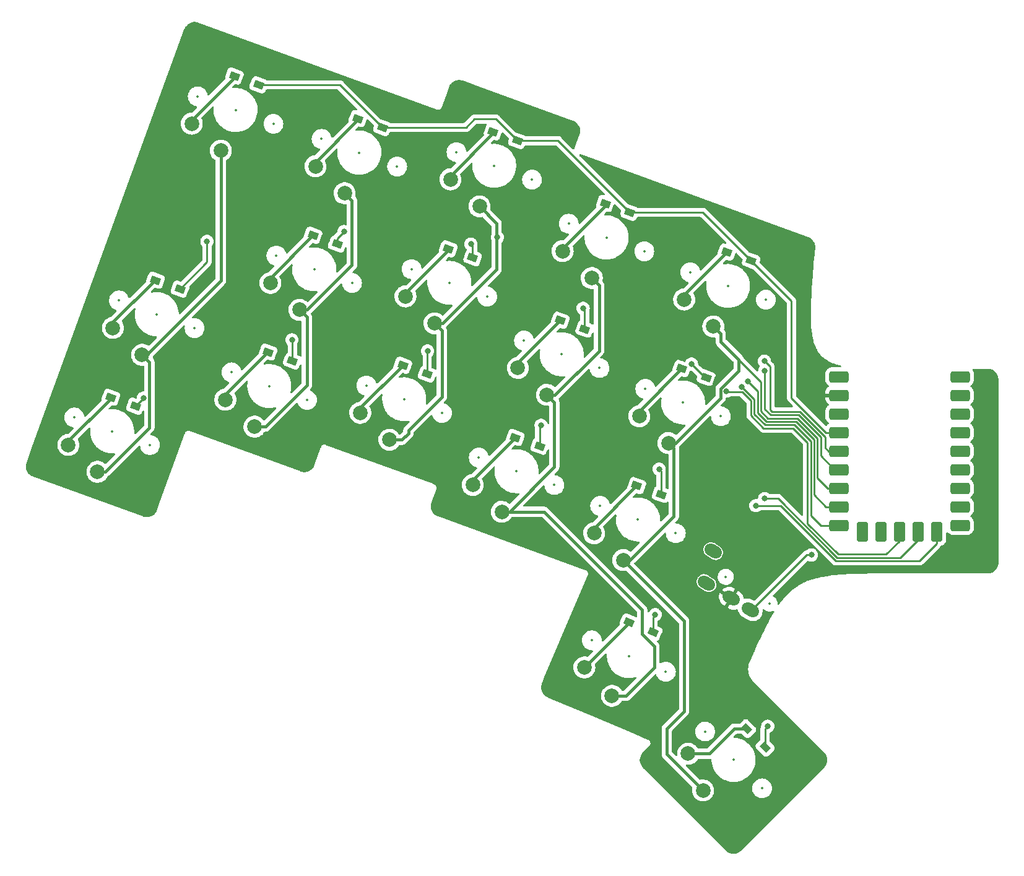
<source format=gbr>
%TF.GenerationSoftware,KiCad,Pcbnew,(6.0.11)*%
%TF.CreationDate,2024-04-13T23:12:41+09:00*%
%TF.ProjectId,haqua34_left,68617175-6133-4345-9f6c-6566742e6b69,rev?*%
%TF.SameCoordinates,Original*%
%TF.FileFunction,Copper,L2,Bot*%
%TF.FilePolarity,Positive*%
%FSLAX46Y46*%
G04 Gerber Fmt 4.6, Leading zero omitted, Abs format (unit mm)*
G04 Created by KiCad (PCBNEW (6.0.11)) date 2024-04-13 23:12:41*
%MOMM*%
%LPD*%
G01*
G04 APERTURE LIST*
G04 Aperture macros list*
%AMRoundRect*
0 Rectangle with rounded corners*
0 $1 Rounding radius*
0 $2 $3 $4 $5 $6 $7 $8 $9 X,Y pos of 4 corners*
0 Add a 4 corners polygon primitive as box body*
4,1,4,$2,$3,$4,$5,$6,$7,$8,$9,$2,$3,0*
0 Add four circle primitives for the rounded corners*
1,1,$1+$1,$2,$3*
1,1,$1+$1,$4,$5*
1,1,$1+$1,$6,$7*
1,1,$1+$1,$8,$9*
0 Add four rect primitives between the rounded corners*
20,1,$1+$1,$2,$3,$4,$5,0*
20,1,$1+$1,$4,$5,$6,$7,0*
20,1,$1+$1,$6,$7,$8,$9,0*
20,1,$1+$1,$8,$9,$2,$3,0*%
%AMHorizOval*
0 Thick line with rounded ends*
0 $1 width*
0 $2 $3 position (X,Y) of the first rounded end (center of the circle)*
0 $4 $5 position (X,Y) of the second rounded end (center of the circle)*
0 Add line between two ends*
20,1,$1,$2,$3,$4,$5,0*
0 Add two circle primitives to create the rounded ends*
1,1,$1,$2,$3*
1,1,$1,$4,$5*%
%AMRotRect*
0 Rectangle, with rotation*
0 The origin of the aperture is its center*
0 $1 length*
0 $2 width*
0 $3 Rotation angle, in degrees counterclockwise*
0 Add horizontal line*
21,1,$1,$2,0,0,$3*%
G04 Aperture macros list end*
%TA.AperFunction,ComponentPad*%
%ADD10HorizOval,1.700000X-0.341056X0.208999X0.341056X-0.208999X0*%
%TD*%
%TA.AperFunction,ComponentPad*%
%ADD11C,2.000000*%
%TD*%
%TA.AperFunction,SMDPad,CuDef*%
%ADD12RotRect,1.300000X0.950000X160.000000*%
%TD*%
%TA.AperFunction,ComponentPad*%
%ADD13RoundRect,0.400050X-0.965950X-0.400050X0.965950X-0.400050X0.965950X0.400050X-0.965950X0.400050X0*%
%TD*%
%TA.AperFunction,ComponentPad*%
%ADD14RoundRect,0.393700X-0.393700X-0.994300X0.393700X-0.994300X0.393700X0.994300X-0.393700X0.994300X0*%
%TD*%
%TA.AperFunction,ComponentPad*%
%ADD15RoundRect,0.400000X-0.400000X-0.988000X0.400000X-0.988000X0.400000X0.988000X-0.400000X0.988000X0*%
%TD*%
%TA.AperFunction,ComponentPad*%
%ADD16RoundRect,0.400000X-0.966000X-0.400000X0.966000X-0.400000X0.966000X0.400000X-0.966000X0.400000X0*%
%TD*%
%TA.AperFunction,SMDPad,CuDef*%
%ADD17RotRect,1.300000X0.950000X135.000000*%
%TD*%
%TA.AperFunction,SMDPad,CuDef*%
%ADD18RotRect,1.300000X0.950000X157.000000*%
%TD*%
%TA.AperFunction,ViaPad*%
%ADD19C,0.800000*%
%TD*%
%TA.AperFunction,Conductor*%
%ADD20C,0.250000*%
%TD*%
%TA.AperFunction,Conductor*%
%ADD21C,0.400000*%
%TD*%
%ADD22C,0.350000*%
%ADD23HorizOval,1.000000X-0.213160X0.130625X0.213160X-0.130625X0*%
G04 APERTURE END LIST*
D10*
%TO.P,J1,A*%
%TO.N,data-rx-l*%
X112786093Y-95493973D03*
%TO.P,J1,B*%
%TO.N,data-tx-l*%
X117839040Y-103516299D03*
%TO.P,J1,C*%
%TO.N,GND*%
X115281120Y-101948803D03*
%TO.P,J1,D*%
%TO.N,VCC*%
X111870559Y-99858809D03*
%TD*%
D11*
%TO.P,SW4,2,2*%
%TO.N,Net-(D4-Pad2)*%
X92201860Y-54460731D03*
%TO.P,SW4,1,1*%
%TO.N,col3*%
X96182081Y-58144186D03*
%TD*%
D12*
%TO.P,D2,2,A*%
%TO.N,Net-(D2-Pad2)*%
X64207046Y-36342914D03*
%TO.P,D2,1,K*%
%TO.N,row0*%
X67542954Y-37557086D03*
%TD*%
D11*
%TO.P,SW15,2,2*%
%TO.N,Net-(D15-Pad2)*%
X96501860Y-93035731D03*
%TO.P,SW15,1,1*%
%TO.N,col4*%
X100482081Y-96719186D03*
%TD*%
%TO.P,SW3,2,2*%
%TO.N,Net-(D3-Pad2)*%
X76851860Y-44660731D03*
%TO.P,SW3,1,1*%
%TO.N,col2*%
X80832081Y-48344186D03*
%TD*%
D12*
%TO.P,D9,2,A*%
%TO.N,Net-(D9-Pad2)*%
X91882046Y-63917914D03*
%TO.P,D9,1,K*%
%TO.N,row1*%
X95217954Y-65132086D03*
%TD*%
D11*
%TO.P,SW16,2,2*%
%TO.N,Net-(D16-Pad2)*%
X95162697Y-111394263D03*
%TO.P,SW16,1,1*%
%TO.N,col3*%
X98944686Y-115280979D03*
%TD*%
D12*
%TO.P,D10,2,A*%
%TO.N,Net-(D10-Pad2)*%
X108482046Y-70517914D03*
%TO.P,D10,1,K*%
%TO.N,row1*%
X111817954Y-71732086D03*
%TD*%
%TO.P,D8,2,A*%
%TO.N,Net-(D8-Pad2)*%
X76557046Y-54167914D03*
%TO.P,D8,1,K*%
%TO.N,row1*%
X79892954Y-55382086D03*
%TD*%
%TO.P,D13,2,A*%
%TO.N,Net-(D13-Pad2)*%
X70332046Y-70067914D03*
%TO.P,D13,1,K*%
%TO.N,row2*%
X73667954Y-71282086D03*
%TD*%
D11*
%TO.P,SW8,2,2*%
%TO.N,Net-(D8-Pad2)*%
X70701860Y-60660731D03*
%TO.P,SW8,1,1*%
%TO.N,col2*%
X74682081Y-64344186D03*
%TD*%
%TO.P,SW10,2,2*%
%TO.N,Net-(D10-Pad2)*%
X102676860Y-77035731D03*
%TO.P,SW10,1,1*%
%TO.N,col4*%
X106657081Y-80719186D03*
%TD*%
%TO.P,SW5,2,2*%
%TO.N,Net-(D5-Pad2)*%
X108826860Y-61085731D03*
%TO.P,SW5,1,1*%
%TO.N,col4*%
X112807081Y-64769186D03*
%TD*%
%TO.P,SW9,2,2*%
%TO.N,Net-(D9-Pad2)*%
X86076860Y-70435731D03*
%TO.P,SW9,1,1*%
%TO.N,col3*%
X90057081Y-74119186D03*
%TD*%
D12*
%TO.P,D6,2,A*%
%TO.N,Net-(D6-Pad2)*%
X36532046Y-58442914D03*
%TO.P,D6,1,K*%
%TO.N,row1*%
X39867954Y-59657086D03*
%TD*%
%TO.P,D3,2,A*%
%TO.N,Net-(D3-Pad2)*%
X82682046Y-38142914D03*
%TO.P,D3,1,K*%
%TO.N,row0*%
X86017954Y-39357086D03*
%TD*%
%TO.P,D15,2,A*%
%TO.N,Net-(D15-Pad2)*%
X102332046Y-86517914D03*
%TO.P,D15,1,K*%
%TO.N,row2*%
X105667954Y-87732086D03*
%TD*%
%TO.P,D11,2,A*%
%TO.N,Net-(D11-Pad2)*%
X30432046Y-74442914D03*
%TO.P,D11,1,K*%
%TO.N,row2*%
X33767954Y-75657086D03*
%TD*%
D11*
%TO.P,SW7,2,2*%
%TO.N,Net-(D7-Pad2)*%
X52226860Y-58810731D03*
%TO.P,SW7,1,1*%
%TO.N,col1*%
X56207081Y-62494186D03*
%TD*%
D12*
%TO.P,D4,2,A*%
%TO.N,Net-(D4-Pad2)*%
X98032046Y-47942914D03*
%TO.P,D4,1,K*%
%TO.N,row0*%
X101367954Y-49157086D03*
%TD*%
%TO.P,D1,2,A*%
%TO.N,Net-(D1-Pad2)*%
X47307046Y-30517914D03*
%TO.P,D1,1,K*%
%TO.N,row0*%
X50642954Y-31732086D03*
%TD*%
D11*
%TO.P,SW12,2,2*%
%TO.N,Net-(D12-Pad2)*%
X46076860Y-74785731D03*
%TO.P,SW12,1,1*%
%TO.N,col1*%
X50057081Y-78469186D03*
%TD*%
D12*
%TO.P,D7,2,A*%
%TO.N,Net-(D7-Pad2)*%
X58057046Y-52292914D03*
%TO.P,D7,1,K*%
%TO.N,row1*%
X61392954Y-53507086D03*
%TD*%
D11*
%TO.P,SW13,2,2*%
%TO.N,Net-(D13-Pad2)*%
X64526860Y-76585731D03*
%TO.P,SW13,1,1*%
%TO.N,col2*%
X68507081Y-80269186D03*
%TD*%
D13*
%TO.P,RZ1,23,5V*%
%TO.N,VCC*%
X129993000Y-71665000D03*
%TO.P,RZ1,22,GND*%
%TO.N,GND*%
X129993000Y-74205000D03*
%TO.P,RZ1,21,3V3*%
%TO.N,unconnected-(RZ1-Pad21)*%
X129993000Y-76745000D03*
%TO.P,RZ1,20,GP29*%
%TO.N,row0*%
X129993000Y-79285000D03*
%TO.P,RZ1,19,GP28*%
%TO.N,col0*%
X129993000Y-81825000D03*
%TO.P,RZ1,18,GP27*%
%TO.N,col1*%
X129993000Y-84365000D03*
%TO.P,RZ1,17,GP26*%
%TO.N,col4*%
X129993000Y-86905000D03*
%TO.P,RZ1,16,GP15*%
%TO.N,col3*%
X129993000Y-89445000D03*
%TO.P,RZ1,15,GP14*%
%TO.N,col2*%
X129993000Y-91985000D03*
D14*
%TO.P,RZ1,14,GP13/UART0_RX*%
%TO.N,data-rx-l*%
X133199000Y-92883000D03*
%TO.P,RZ1,13,GP12/UART0_TX*%
%TO.N,data-tx-l*%
X135739000Y-92883000D03*
%TO.P,RZ1,12,GP11*%
%TO.N,row1*%
X138279000Y-92883000D03*
%TO.P,RZ1,11,GP10*%
%TO.N,row2*%
X140819000Y-92883000D03*
D15*
%TO.P,RZ1,10,GP9*%
%TO.N,row3*%
X143359000Y-92883000D03*
D13*
%TO.P,RZ1,9,GP8*%
%TO.N,unconnected-(RZ1-Pad9)*%
X146565000Y-91985000D03*
%TO.P,RZ1,8,GP7*%
%TO.N,unconnected-(RZ1-Pad8)*%
X146565000Y-89445000D03*
%TO.P,RZ1,7,GP6*%
%TO.N,unconnected-(RZ1-Pad7)*%
X146565000Y-86905000D03*
%TO.P,RZ1,6,GP5*%
%TO.N,unconnected-(RZ1-Pad6)*%
X146565000Y-84365000D03*
D16*
%TO.P,RZ1,5,GP4*%
%TO.N,unconnected-(RZ1-Pad5)*%
X146565000Y-81825000D03*
%TO.P,RZ1,4,GP3*%
%TO.N,unconnected-(RZ1-Pad4)*%
X146565000Y-79285000D03*
%TO.P,RZ1,3,GP2*%
%TO.N,unconnected-(RZ1-Pad3)*%
X146565000Y-76745000D03*
%TO.P,RZ1,2,GP1*%
%TO.N,unconnected-(RZ1-Pad2)*%
X146565000Y-74205000D03*
%TO.P,RZ1,1,GP0*%
%TO.N,unconnected-(RZ1-Pad1)*%
X146565000Y-71665000D03*
%TD*%
D12*
%TO.P,D14,2,A*%
%TO.N,Net-(D14-Pad2)*%
X85732046Y-79942914D03*
%TO.P,D14,1,K*%
%TO.N,row2*%
X89067954Y-81157086D03*
%TD*%
D17*
%TO.P,D17,2,A*%
%TO.N,Net-(D17-Pad2)*%
X117369885Y-119769885D03*
%TO.P,D17,1,K*%
%TO.N,row3*%
X119880115Y-122280115D03*
%TD*%
D18*
%TO.P,D16,2,A*%
%TO.N,Net-(D16-Pad2)*%
X101291104Y-105181452D03*
%TO.P,D16,1,K*%
%TO.N,row3*%
X104558896Y-106568548D03*
%TD*%
D11*
%TO.P,SW17,2,2*%
%TO.N,Net-(D17-Pad2)*%
X109352460Y-123201472D03*
%TO.P,SW17,1,1*%
%TO.N,col4*%
X111403070Y-128221930D03*
%TD*%
%TO.P,SW2,2,2*%
%TO.N,Net-(D2-Pad2)*%
X58401860Y-42860731D03*
%TO.P,SW2,1,1*%
%TO.N,col1*%
X62382081Y-46544186D03*
%TD*%
%TO.P,SW1,2,2*%
%TO.N,Net-(D1-Pad2)*%
X41475017Y-37035731D03*
%TO.P,SW1,1,1*%
%TO.N,col0*%
X45455238Y-40719186D03*
%TD*%
D12*
%TO.P,D12,2,A*%
%TO.N,Net-(D12-Pad2)*%
X51907046Y-68267914D03*
%TO.P,D12,1,K*%
%TO.N,row2*%
X55242954Y-69482086D03*
%TD*%
%TO.P,D5,2,A*%
%TO.N,Net-(D5-Pad2)*%
X114657046Y-54592914D03*
%TO.P,D5,1,K*%
%TO.N,row0*%
X117992954Y-55807086D03*
%TD*%
D11*
%TO.P,SW14,2,2*%
%TO.N,Net-(D14-Pad2)*%
X79901860Y-86435731D03*
%TO.P,SW14,1,1*%
%TO.N,col3*%
X83882081Y-90119186D03*
%TD*%
%TO.P,SW6,2,2*%
%TO.N,Net-(D6-Pad2)*%
X30701860Y-64960731D03*
%TO.P,SW6,1,1*%
%TO.N,col0*%
X34682081Y-68644186D03*
%TD*%
%TO.P,SW11,2,2*%
%TO.N,Net-(D11-Pad2)*%
X24601860Y-80960731D03*
%TO.P,SW11,1,1*%
%TO.N,col0*%
X28582081Y-84644186D03*
%TD*%
D19*
%TO.N,row1*%
X62287500Y-51787500D03*
X109825000Y-69900000D03*
X95000000Y-62275000D03*
X79650000Y-53500000D03*
X114606581Y-73600000D03*
X43550000Y-53125000D03*
%TO.N,row2*%
X55175000Y-66600000D03*
X34882581Y-74550000D03*
X89250000Y-78275000D03*
X119825000Y-88300000D03*
X105400000Y-84275000D03*
X73725000Y-68125000D03*
%TO.N,row3*%
X120250000Y-119450000D03*
X118625000Y-89275000D03*
X104850000Y-104175000D03*
%TO.N,data-tx-l*%
X126218885Y-96018885D03*
%TO.N,col2*%
X83275000Y-52575000D03*
X116650000Y-72999500D03*
%TO.N,col3*%
X117525000Y-72275000D03*
%TO.N,col1*%
X119825000Y-70875000D03*
%TO.N,col0*%
X119800000Y-69500000D03*
%TD*%
D20*
%TO.N,row0*%
X61717954Y-31732086D02*
X67542954Y-37557086D01*
X86017954Y-39357086D02*
X91567954Y-39357086D01*
X111342954Y-49157086D02*
X117992954Y-55807086D01*
X130659000Y-79285000D02*
X128238020Y-79285000D01*
X101367954Y-49157086D02*
X111342954Y-49157086D01*
X67542954Y-37557086D02*
X78992914Y-37557086D01*
X83060868Y-36400000D02*
X86017954Y-39357086D01*
X128238020Y-79285000D02*
X123500000Y-74546980D01*
X80150000Y-36400000D02*
X83060868Y-36400000D01*
X78992914Y-37557086D02*
X80150000Y-36400000D01*
X123500000Y-61314132D02*
X117992954Y-55807086D01*
X123500000Y-74546980D02*
X123500000Y-61314132D01*
X91567954Y-39357086D02*
X101367954Y-49157086D01*
X50642954Y-31732086D02*
X61717954Y-31732086D01*
%TO.N,Net-(D1-Pad2)*%
X41475017Y-37035731D02*
X41475017Y-36524983D01*
X47307046Y-30692954D02*
X47307046Y-30517914D01*
D21*
X41475017Y-36524983D02*
X47307046Y-30692954D01*
D20*
%TO.N,Net-(D2-Pad2)*%
X64207046Y-36474250D02*
X64207046Y-36342914D01*
D21*
X58401860Y-42279436D02*
X64207046Y-36474250D01*
D20*
X58401860Y-42860731D02*
X58401860Y-42279436D01*
D21*
%TO.N,Net-(D3-Pad2)*%
X76851860Y-44191936D02*
X82682046Y-38361750D01*
X82682046Y-38361750D02*
X82682046Y-38142914D01*
X76851860Y-44660731D02*
X76851860Y-44191936D01*
D20*
%TO.N,Net-(D4-Pad2)*%
X98032046Y-48267954D02*
X98032046Y-47942914D01*
D21*
X92201860Y-54098140D02*
X98032046Y-48267954D01*
%TO.N,Net-(D5-Pad2)*%
X108826860Y-61085731D02*
X108826860Y-60423100D01*
X108826860Y-60423100D02*
X114657046Y-54592914D01*
D20*
%TO.N,row1*%
X138279000Y-94096000D02*
X138279000Y-92195000D01*
X125700000Y-80645584D02*
X125700000Y-91713604D01*
X119681581Y-78675000D02*
X123729416Y-78675000D01*
X116738604Y-73724500D02*
X117950000Y-74935896D01*
X61392954Y-52682046D02*
X61392954Y-53507086D01*
X95217954Y-62492954D02*
X95000000Y-62275000D01*
X114731081Y-73724500D02*
X116738604Y-73724500D01*
X123729416Y-78675000D02*
X125700000Y-80645584D01*
X117950000Y-74935896D02*
X117950000Y-76943419D01*
X79892954Y-53742954D02*
X79650000Y-53500000D01*
X79892954Y-55382086D02*
X79892954Y-53742954D01*
X114606581Y-73600000D02*
X114731081Y-73724500D01*
X39867954Y-59657086D02*
X43550000Y-55975040D01*
X125700000Y-91713604D02*
X129911396Y-95925000D01*
X111657086Y-71732086D02*
X111817954Y-71732086D01*
X109825000Y-69900000D02*
X111657086Y-71732086D01*
X43550000Y-55975040D02*
X43550000Y-53125000D01*
X129911396Y-95925000D02*
X136450000Y-95925000D01*
X136450000Y-95925000D02*
X138279000Y-94096000D01*
X117950000Y-76943419D02*
X119681581Y-78675000D01*
X95217954Y-65132086D02*
X95217954Y-62492954D01*
X62287500Y-51787500D02*
X61392954Y-52682046D01*
D21*
%TO.N,Net-(D11-Pad2)*%
X24601860Y-80448140D02*
X30357046Y-74692954D01*
D20*
X30432046Y-74692954D02*
X30432046Y-74442914D01*
D21*
X30357046Y-74692954D02*
X30432046Y-74692954D01*
X24601860Y-80523140D02*
X24601860Y-80448140D01*
%TO.N,Net-(D12-Pad2)*%
X46076860Y-74785731D02*
X46076860Y-74023140D01*
D20*
X51832086Y-68267914D02*
X51907046Y-68267914D01*
D21*
X46076860Y-74023140D02*
X51832086Y-68267914D01*
%TO.N,Net-(D13-Pad2)*%
X70332046Y-70067914D02*
X64526860Y-75873100D01*
X64526860Y-75873100D02*
X64526860Y-76585731D01*
%TO.N,Net-(D14-Pad2)*%
X79901860Y-85773100D02*
X85732046Y-79942914D01*
X79901860Y-86435731D02*
X79901860Y-85773100D01*
%TO.N,Net-(D15-Pad2)*%
X96501860Y-92348100D02*
X96501860Y-93035731D01*
X102332046Y-86517914D02*
X96501860Y-92348100D01*
D20*
%TO.N,row2*%
X89067954Y-78507046D02*
X89250000Y-78275000D01*
X89067954Y-81157086D02*
X89067954Y-78507046D01*
X55242954Y-69482086D02*
X55242954Y-66667954D01*
X105667954Y-87732086D02*
X105667954Y-84542954D01*
X34882581Y-74550000D02*
X34875040Y-74550000D01*
X119825000Y-88300000D02*
X121650000Y-88300000D01*
X73667954Y-68382046D02*
X73725000Y-68125000D01*
X55242954Y-66667954D02*
X55175000Y-66600000D01*
X121650000Y-88300000D02*
X129725000Y-96375000D01*
X129725000Y-96375000D02*
X138375000Y-96375000D01*
X140819000Y-93931000D02*
X140819000Y-92195000D01*
X105667954Y-84542954D02*
X105400000Y-84275000D01*
X73725000Y-68125000D02*
X73775000Y-68275000D01*
X138375000Y-96375000D02*
X140819000Y-93931000D01*
X73667954Y-71282086D02*
X73667954Y-68382046D01*
X34875040Y-74550000D02*
X33767954Y-75657086D01*
%TO.N,row3*%
X119880115Y-119819885D02*
X120250000Y-119450000D01*
X104558896Y-104566104D02*
X104875000Y-104250000D01*
X143359000Y-92195000D02*
X143359000Y-94466000D01*
X143359000Y-94466000D02*
X141000000Y-96825000D01*
X104558896Y-106568548D02*
X104558896Y-104566104D01*
X129538604Y-96825000D02*
X121988604Y-89275000D01*
X121988604Y-89275000D02*
X118625000Y-89275000D01*
X141000000Y-96825000D02*
X129538604Y-96825000D01*
X119880115Y-122280115D02*
X119880115Y-119819885D01*
%TO.N,data-tx-l*%
X126218885Y-96018885D02*
X125593348Y-96018885D01*
X125593348Y-96018885D02*
X117904881Y-103707352D01*
%TO.N,col2*%
X118400000Y-76757023D02*
X119867977Y-78225000D01*
X118400000Y-74749500D02*
X118400000Y-76757023D01*
D21*
X75755814Y-64344186D02*
X74682081Y-64344186D01*
X71100000Y-79000000D02*
X71100000Y-79400000D01*
X70230814Y-80269186D02*
X68507081Y-80269186D01*
D20*
X126150000Y-90650000D02*
X127485000Y-91985000D01*
D21*
X83168310Y-56931690D02*
X75755814Y-64344186D01*
X75682081Y-65344186D02*
X75682081Y-74417919D01*
X74682081Y-64344186D02*
X75682081Y-65344186D01*
X83168310Y-50680415D02*
X83168310Y-56931690D01*
D20*
X126150000Y-80459188D02*
X126150000Y-90650000D01*
D21*
X80832081Y-48344186D02*
X83168310Y-50680415D01*
D20*
X119867977Y-78225000D02*
X123915812Y-78225000D01*
D21*
X75682081Y-74417919D02*
X71100000Y-79000000D01*
D20*
X127485000Y-91985000D02*
X130659000Y-91985000D01*
X116650000Y-72999500D02*
X118400000Y-74749500D01*
D21*
X71100000Y-79400000D02*
X70230814Y-80269186D01*
D20*
X123915812Y-78225000D02*
X126150000Y-80459188D01*
D21*
%TO.N,col3*%
X97182081Y-59144186D02*
X97182081Y-68092919D01*
D20*
X126600000Y-87806980D02*
X126600000Y-80272792D01*
D21*
X98944686Y-115280979D02*
X100894021Y-115280979D01*
D20*
X126600000Y-80272792D02*
X124102208Y-77775000D01*
D21*
X91057081Y-75119186D02*
X91057081Y-83967919D01*
X91057081Y-83967919D02*
X84905814Y-90119186D01*
X96182081Y-58144186D02*
X97182081Y-59144186D01*
X104750000Y-111425000D02*
X104750000Y-108525000D01*
X104750000Y-108525000D02*
X103075000Y-106850000D01*
X103075000Y-106850000D02*
X103075000Y-103500000D01*
D20*
X124102208Y-77775000D02*
X120054373Y-77775000D01*
D21*
X90057081Y-74119186D02*
X91057081Y-75119186D01*
X103075000Y-103500000D02*
X89694186Y-90119186D01*
D20*
X120054373Y-77775000D02*
X118850000Y-76570627D01*
X118850000Y-73600000D02*
X117525000Y-72275000D01*
D21*
X84905814Y-90119186D02*
X83882081Y-90119186D01*
D20*
X128238020Y-89445000D02*
X126600000Y-87806980D01*
D21*
X97182081Y-68092919D02*
X91155814Y-74119186D01*
D20*
X118850000Y-76570627D02*
X118850000Y-73600000D01*
D21*
X89694186Y-90119186D02*
X83882081Y-90119186D01*
D20*
X130659000Y-89445000D02*
X128238020Y-89445000D01*
D21*
X91155814Y-74119186D02*
X90057081Y-74119186D01*
X100894021Y-115280979D02*
X104750000Y-111425000D01*
%TO.N,col4*%
X106450000Y-123268860D02*
X106450000Y-119755555D01*
D20*
X127050000Y-80086396D02*
X124288604Y-77325000D01*
D21*
X114300000Y-72800000D02*
X114275210Y-72800000D01*
X107400000Y-81462105D02*
X106657081Y-80719186D01*
D20*
X127050000Y-85525000D02*
X127050000Y-80086396D01*
X130659000Y-86905000D02*
X128430000Y-86905000D01*
D21*
X111403070Y-128221930D02*
X106450000Y-123268860D01*
X107400000Y-90700000D02*
X107400000Y-81462105D01*
X108800000Y-117405555D02*
X108800000Y-105037105D01*
X113807081Y-66832081D02*
X116250000Y-69275000D01*
X100482081Y-96719186D02*
X101380814Y-96719186D01*
X101380814Y-96719186D02*
X107400000Y-90700000D01*
X113806581Y-74543419D02*
X107630814Y-80719186D01*
X106450000Y-119755555D02*
X108800000Y-117405555D01*
X113807081Y-65769186D02*
X113807081Y-66832081D01*
X116250000Y-69275000D02*
X116250000Y-70850000D01*
X112807081Y-64769186D02*
X113807081Y-65769186D01*
D20*
X120240769Y-77325000D02*
X119300000Y-76384231D01*
D21*
X114275210Y-72800000D02*
X113806581Y-73268629D01*
D20*
X128430000Y-86905000D02*
X127050000Y-85525000D01*
X124288604Y-77325000D02*
X120240769Y-77325000D01*
D21*
X113806581Y-73268629D02*
X113806581Y-74543419D01*
X116250000Y-70850000D02*
X114300000Y-72800000D01*
X108800000Y-105037105D02*
X100482081Y-96719186D01*
D20*
X119300000Y-72325000D02*
X113807081Y-66832081D01*
X119300000Y-76384231D02*
X119300000Y-72325000D01*
D21*
X107630814Y-80719186D02*
X106657081Y-80719186D01*
%TO.N,col1*%
X57207081Y-63494186D02*
X57207081Y-72817919D01*
X62382081Y-46544186D02*
X63382081Y-47544186D01*
X63382081Y-56392919D02*
X57280814Y-62494186D01*
X51555814Y-78469186D02*
X50057081Y-78469186D01*
D20*
X119825000Y-76075000D02*
X119825000Y-70875000D01*
X130659000Y-84365000D02*
X129415000Y-84365000D01*
X127500000Y-79900000D02*
X124475000Y-76875000D01*
X124475000Y-76875000D02*
X120625000Y-76875000D01*
X127500000Y-82450000D02*
X127500000Y-79900000D01*
D21*
X63382081Y-47544186D02*
X63382081Y-56392919D01*
D20*
X120625000Y-76875000D02*
X119825000Y-76075000D01*
D21*
X56207081Y-62494186D02*
X57207081Y-63494186D01*
X57207081Y-72817919D02*
X51555814Y-78469186D01*
D20*
X129415000Y-84365000D02*
X127500000Y-82450000D01*
%TO.N,col0*%
X128100000Y-81350000D02*
X128575000Y-81825000D01*
D21*
X29630814Y-84644186D02*
X28582081Y-84644186D01*
D20*
X120825000Y-76425000D02*
X124661396Y-76425000D01*
D21*
X34682081Y-68644186D02*
X35682081Y-69644186D01*
X45455238Y-58516694D02*
X35327746Y-68644186D01*
D20*
X128100000Y-79863604D02*
X128100000Y-81350000D01*
X35605814Y-68644186D02*
X34682081Y-68644186D01*
X119800000Y-69500000D02*
X120550000Y-70250000D01*
X128575000Y-81825000D02*
X130659000Y-81825000D01*
D21*
X35682081Y-78592919D02*
X29630814Y-84644186D01*
X45455238Y-40719186D02*
X45455238Y-58516694D01*
X35682081Y-69644186D02*
X35682081Y-78592919D01*
X35327746Y-68644186D02*
X34682081Y-68644186D01*
D20*
X120550000Y-76150000D02*
X120825000Y-76425000D01*
X120550000Y-70250000D02*
X120550000Y-76150000D01*
X124661396Y-76425000D02*
X128100000Y-79863604D01*
D21*
%TO.N,Net-(D6-Pad2)*%
X30701860Y-64173140D02*
X36432086Y-58442914D01*
D20*
X30701860Y-64960731D02*
X30701860Y-64173140D01*
X36432086Y-58442914D02*
X36532046Y-58442914D01*
%TO.N,Net-(D7-Pad2)*%
X58032086Y-52292914D02*
X58057046Y-52292914D01*
D21*
X52226860Y-58098140D02*
X58032086Y-52292914D01*
D20*
X52226860Y-58810731D02*
X52226860Y-58098140D01*
D21*
%TO.N,Net-(D8-Pad2)*%
X70701860Y-60198140D02*
X76557046Y-54342954D01*
D20*
X76557046Y-54342954D02*
X76557046Y-54167914D01*
D21*
%TO.N,Net-(D9-Pad2)*%
X91882046Y-63917914D02*
X86076860Y-69723100D01*
X86076860Y-69723100D02*
X86076860Y-70435731D01*
%TO.N,Net-(D10-Pad2)*%
X102676860Y-76323100D02*
X108482046Y-70517914D01*
X102676860Y-77035731D02*
X102676860Y-76323100D01*
%TO.N,Net-(D16-Pad2)*%
X101291104Y-105265856D02*
X101291104Y-105181452D01*
X95162697Y-111394263D02*
X101291104Y-105265856D01*
%TO.N,Net-(D17-Pad2)*%
X112251596Y-123201472D02*
X115683183Y-119769885D01*
X115683183Y-119769885D02*
X117369885Y-119769885D01*
X109352460Y-123201472D02*
X112251596Y-123201472D01*
%TD*%
%TA.AperFunction,Conductor*%
%TO.N,GND*%
G36*
X41963041Y-23126849D02*
G01*
X42157191Y-23153195D01*
X42174779Y-23156875D01*
X42332590Y-23201857D01*
X42348058Y-23208227D01*
X42348073Y-23208187D01*
X42356470Y-23211360D01*
X42364332Y-23215691D01*
X42373091Y-23217641D01*
X42373094Y-23217642D01*
X42394789Y-23222471D01*
X42410503Y-23227059D01*
X74756535Y-35000051D01*
X74999401Y-35088447D01*
X75000116Y-35088709D01*
X75071950Y-35115353D01*
X75100849Y-35117399D01*
X75117819Y-35119768D01*
X75129422Y-35122203D01*
X75137395Y-35123876D01*
X75137397Y-35123876D01*
X75146175Y-35125718D01*
X75155121Y-35125022D01*
X75155124Y-35125022D01*
X75171225Y-35123769D01*
X75189898Y-35123704D01*
X75205998Y-35124844D01*
X75206002Y-35124844D01*
X75214959Y-35125478D01*
X75243277Y-35119329D01*
X75260227Y-35116842D01*
X75266407Y-35116362D01*
X75280159Y-35115292D01*
X75280162Y-35115291D01*
X75289110Y-35114595D01*
X75297503Y-35111415D01*
X75297508Y-35111414D01*
X75312608Y-35105693D01*
X75330510Y-35100389D01*
X75355061Y-35095059D01*
X75362946Y-35090769D01*
X75362948Y-35090768D01*
X75380507Y-35081214D01*
X75396088Y-35074064D01*
X75414782Y-35066982D01*
X75414786Y-35066980D01*
X75423176Y-35063801D01*
X75443226Y-35048665D01*
X75458922Y-35038550D01*
X75473104Y-35030833D01*
X75473107Y-35030831D01*
X75480993Y-35026540D01*
X75487355Y-35020211D01*
X75487358Y-35020209D01*
X75501533Y-35006108D01*
X75514475Y-34994877D01*
X75530434Y-34982829D01*
X75537598Y-34977421D01*
X75552593Y-34957266D01*
X75564819Y-34943153D01*
X75582634Y-34925431D01*
X75596615Y-34900053D01*
X75605886Y-34885639D01*
X75617821Y-34869599D01*
X75617824Y-34869594D01*
X75623177Y-34862399D01*
X75634969Y-34830607D01*
X75635259Y-34829904D01*
X75635787Y-34828945D01*
X75640379Y-34816330D01*
X75646257Y-34800178D01*
X75646524Y-34799453D01*
X75671678Y-34731638D01*
X75671680Y-34731633D01*
X75673034Y-34727981D01*
X75673132Y-34726600D01*
X75673495Y-34725343D01*
X75673848Y-34724375D01*
X76441066Y-32616454D01*
X76631840Y-32092306D01*
X76639880Y-32074601D01*
X76642698Y-32069486D01*
X76651200Y-32054054D01*
X76653152Y-32045288D01*
X76654449Y-32039463D01*
X76662410Y-32015420D01*
X76732172Y-31859406D01*
X76740655Y-31843576D01*
X76845273Y-31677917D01*
X76855929Y-31663445D01*
X76869566Y-31647454D01*
X76983059Y-31514361D01*
X76995669Y-31501550D01*
X77142711Y-31372082D01*
X77157017Y-31361194D01*
X77195609Y-31335958D01*
X77320999Y-31253963D01*
X77336706Y-31245224D01*
X77394649Y-31218205D01*
X77514276Y-31162423D01*
X77531061Y-31156010D01*
X77718616Y-31099319D01*
X77736141Y-31095361D01*
X77929850Y-31065938D01*
X77947758Y-31064514D01*
X78046601Y-31063730D01*
X78143682Y-31062959D01*
X78161623Y-31064099D01*
X78355769Y-31090441D01*
X78373364Y-31094123D01*
X78530981Y-31139046D01*
X78546636Y-31145491D01*
X78546643Y-31145472D01*
X78555033Y-31148642D01*
X78562899Y-31152975D01*
X78571662Y-31154926D01*
X78571663Y-31154926D01*
X78593353Y-31159754D01*
X78609071Y-31164343D01*
X80791896Y-31958826D01*
X93559728Y-36605937D01*
X93577426Y-36613974D01*
X93597983Y-36625298D01*
X93612568Y-36628544D01*
X93636616Y-36636506D01*
X93792632Y-36706263D01*
X93808467Y-36714747D01*
X93878131Y-36758739D01*
X93974132Y-36819362D01*
X93988603Y-36830016D01*
X94137697Y-36957145D01*
X94150504Y-36969750D01*
X94279988Y-37116804D01*
X94290873Y-37131107D01*
X94369434Y-37251240D01*
X94398105Y-37295083D01*
X94406846Y-37310793D01*
X94489649Y-37488360D01*
X94496065Y-37505153D01*
X94552756Y-37692699D01*
X94556717Y-37710234D01*
X94586142Y-37903946D01*
X94587566Y-37921855D01*
X94587932Y-37967991D01*
X94589121Y-38117780D01*
X94587981Y-38135721D01*
X94561638Y-38329871D01*
X94557956Y-38347467D01*
X94513102Y-38504838D01*
X94506432Y-38521039D01*
X94503377Y-38529125D01*
X94499047Y-38536985D01*
X94497097Y-38545745D01*
X94492268Y-38567439D01*
X94487679Y-38583157D01*
X94436026Y-38725073D01*
X93851853Y-40330072D01*
X93835049Y-40376240D01*
X93834842Y-40376805D01*
X93808199Y-40448637D01*
X93808199Y-40448638D01*
X93807191Y-40448264D01*
X93777211Y-40503334D01*
X93714943Y-40537439D01*
X93644121Y-40532465D01*
X93598907Y-40503448D01*
X92065196Y-38969737D01*
X92057807Y-38961617D01*
X92053740Y-38955209D01*
X92004747Y-38909201D01*
X92001905Y-38906446D01*
X91982425Y-38886966D01*
X91979295Y-38884538D01*
X91979213Y-38884466D01*
X91970305Y-38876857D01*
X91938536Y-38847024D01*
X91921121Y-38837450D01*
X91904592Y-38826593D01*
X91895154Y-38819272D01*
X91888890Y-38814413D01*
X91848896Y-38797106D01*
X91838236Y-38791884D01*
X91832995Y-38789003D01*
X91800046Y-38770889D01*
X91780790Y-38765945D01*
X91762101Y-38759546D01*
X91743850Y-38751648D01*
X91700795Y-38744829D01*
X91689191Y-38742426D01*
X91646973Y-38731586D01*
X91627098Y-38731586D01*
X91607388Y-38730035D01*
X91595587Y-38728166D01*
X91587758Y-38726926D01*
X91579866Y-38727672D01*
X91544375Y-38731027D01*
X91532517Y-38731586D01*
X87136798Y-38731586D01*
X87067721Y-38710878D01*
X87062153Y-38706114D01*
X87022549Y-38686626D01*
X87009976Y-38680439D01*
X87009973Y-38680438D01*
X87006915Y-38678933D01*
X85802840Y-38240687D01*
X85756840Y-38211381D01*
X83558110Y-36012651D01*
X83550721Y-36004531D01*
X83546654Y-35998123D01*
X83534484Y-35986694D01*
X83497661Y-35952115D01*
X83494819Y-35949360D01*
X83475339Y-35929880D01*
X83472209Y-35927452D01*
X83472127Y-35927380D01*
X83463219Y-35919771D01*
X83431450Y-35889938D01*
X83414035Y-35880364D01*
X83397506Y-35869507D01*
X83388068Y-35862186D01*
X83381804Y-35857327D01*
X83341810Y-35840020D01*
X83331150Y-35834798D01*
X83302724Y-35819171D01*
X83292960Y-35813803D01*
X83273704Y-35808859D01*
X83255015Y-35802460D01*
X83236764Y-35794562D01*
X83193709Y-35787743D01*
X83182105Y-35785340D01*
X83139887Y-35774500D01*
X83120012Y-35774500D01*
X83100302Y-35772949D01*
X83088501Y-35771080D01*
X83080672Y-35769840D01*
X83072780Y-35770586D01*
X83037289Y-35773941D01*
X83025431Y-35774500D01*
X80227703Y-35774500D01*
X80216743Y-35773983D01*
X80209333Y-35772327D01*
X80201407Y-35772576D01*
X80142145Y-35774438D01*
X80138188Y-35774500D01*
X80110650Y-35774500D01*
X80106719Y-35774997D01*
X80106588Y-35775005D01*
X80094939Y-35775922D01*
X80073359Y-35776599D01*
X80059294Y-35777041D01*
X80059293Y-35777041D01*
X80051373Y-35777290D01*
X80043759Y-35779502D01*
X80043760Y-35779502D01*
X80032287Y-35782835D01*
X80012928Y-35786844D01*
X80001079Y-35788341D01*
X80001073Y-35788343D01*
X79993208Y-35789336D01*
X79985837Y-35792254D01*
X79985835Y-35792255D01*
X79952692Y-35805378D01*
X79941459Y-35809224D01*
X79899610Y-35821382D01*
X79882501Y-35831500D01*
X79864755Y-35840195D01*
X79846268Y-35847514D01*
X79826074Y-35862186D01*
X79811012Y-35873129D01*
X79801090Y-35879646D01*
X79770410Y-35897790D01*
X79770406Y-35897793D01*
X79763580Y-35901830D01*
X79749530Y-35915880D01*
X79734496Y-35928721D01*
X79718413Y-35940406D01*
X79713360Y-35946514D01*
X79690635Y-35973984D01*
X79682645Y-35982765D01*
X78770727Y-36894682D01*
X78708415Y-36928707D01*
X78681632Y-36931586D01*
X68661798Y-36931586D01*
X68592721Y-36910878D01*
X68587153Y-36906114D01*
X68563921Y-36894682D01*
X68534979Y-36880440D01*
X68534968Y-36880435D01*
X68531915Y-36878933D01*
X68397528Y-36830020D01*
X67327838Y-36440685D01*
X67281838Y-36411379D01*
X62215196Y-31344737D01*
X62207807Y-31336617D01*
X62203740Y-31330209D01*
X62154747Y-31284201D01*
X62151905Y-31281446D01*
X62132425Y-31261966D01*
X62129295Y-31259538D01*
X62129213Y-31259466D01*
X62120305Y-31251857D01*
X62088536Y-31222024D01*
X62071121Y-31212450D01*
X62054592Y-31201593D01*
X62045154Y-31194272D01*
X62038890Y-31189413D01*
X61998896Y-31172106D01*
X61988236Y-31166884D01*
X61962935Y-31152975D01*
X61950046Y-31145889D01*
X61930790Y-31140945D01*
X61912101Y-31134546D01*
X61893850Y-31126648D01*
X61850795Y-31119829D01*
X61839191Y-31117426D01*
X61796973Y-31106586D01*
X61777098Y-31106586D01*
X61757388Y-31105035D01*
X61745587Y-31103166D01*
X61737758Y-31101926D01*
X61729866Y-31102672D01*
X61694375Y-31106027D01*
X61682517Y-31106586D01*
X51761798Y-31106586D01*
X51692721Y-31085878D01*
X51687153Y-31081114D01*
X51656314Y-31065939D01*
X51634976Y-31055439D01*
X51634973Y-31055438D01*
X51631915Y-31053933D01*
X50321275Y-30576900D01*
X50317965Y-30576087D01*
X50317962Y-30576086D01*
X50303222Y-30572465D01*
X50261489Y-30562214D01*
X50118128Y-30563590D01*
X49980918Y-30605148D01*
X49973404Y-30610055D01*
X49973403Y-30610056D01*
X49868400Y-30678636D01*
X49868398Y-30678638D01*
X49860886Y-30683544D01*
X49767682Y-30792480D01*
X49764195Y-30799567D01*
X49764194Y-30799568D01*
X49759325Y-30809464D01*
X49740501Y-30847718D01*
X49614366Y-31194272D01*
X49416502Y-31737901D01*
X49383175Y-31829465D01*
X49368490Y-31889252D01*
X49369865Y-32032612D01*
X49411423Y-32169822D01*
X49416330Y-32177336D01*
X49416331Y-32177337D01*
X49478790Y-32272967D01*
X49489819Y-32289854D01*
X49496638Y-32295688D01*
X49592362Y-32377588D01*
X49598755Y-32383058D01*
X49653993Y-32410239D01*
X50964633Y-32887272D01*
X50967943Y-32888085D01*
X50967946Y-32888086D01*
X50982686Y-32891707D01*
X51024419Y-32901958D01*
X51167780Y-32900582D01*
X51304990Y-32859024D01*
X51312505Y-32854116D01*
X51417508Y-32785536D01*
X51417510Y-32785534D01*
X51425022Y-32780628D01*
X51518226Y-32671692D01*
X51521714Y-32664604D01*
X51543901Y-32619515D01*
X51543902Y-32619512D01*
X51545407Y-32616454D01*
X51609452Y-32440491D01*
X51651546Y-32383320D01*
X51717868Y-32357982D01*
X51727853Y-32357586D01*
X61406674Y-32357586D01*
X61474795Y-32377588D01*
X61495769Y-32394491D01*
X64118106Y-35016829D01*
X64152132Y-35079141D01*
X64147067Y-35149957D01*
X64104520Y-35206792D01*
X64038000Y-35231603D01*
X63985916Y-35224325D01*
X63976462Y-35220884D01*
X63885367Y-35187728D01*
X63882057Y-35186915D01*
X63882054Y-35186914D01*
X63867314Y-35183293D01*
X63825581Y-35173042D01*
X63682220Y-35174418D01*
X63545010Y-35215976D01*
X63537496Y-35220883D01*
X63537495Y-35220884D01*
X63432492Y-35289464D01*
X63432490Y-35289466D01*
X63424978Y-35294372D01*
X63331774Y-35403308D01*
X63328287Y-35410395D01*
X63328286Y-35410396D01*
X63324195Y-35418711D01*
X63304593Y-35458546D01*
X63161324Y-35852176D01*
X62957791Y-36411379D01*
X62947267Y-36440293D01*
X62932582Y-36500080D01*
X62933957Y-36643440D01*
X62936559Y-36652030D01*
X62936559Y-36652032D01*
X62938402Y-36658117D01*
X62939003Y-36729111D01*
X62906906Y-36783733D01*
X60771875Y-38918764D01*
X60709563Y-38952790D01*
X60638748Y-38947725D01*
X60581912Y-38905178D01*
X60561073Y-38862280D01*
X60548248Y-38814413D01*
X60528958Y-38742422D01*
X60507017Y-38660536D01*
X60507016Y-38660534D01*
X60505594Y-38655226D01*
X60477017Y-38593943D01*
X60408049Y-38446041D01*
X60408047Y-38446038D01*
X60405726Y-38441060D01*
X60270186Y-38247488D01*
X60103092Y-38080394D01*
X59909520Y-37944854D01*
X59904542Y-37942533D01*
X59904539Y-37942531D01*
X59700336Y-37847309D01*
X59700334Y-37847308D01*
X59695354Y-37844986D01*
X59690046Y-37843564D01*
X59690044Y-37843563D01*
X59472414Y-37785250D01*
X59472413Y-37785250D01*
X59467099Y-37783826D01*
X59364009Y-37774807D01*
X59293381Y-37768627D01*
X59293374Y-37768627D01*
X59290657Y-37768389D01*
X59172725Y-37768389D01*
X59170008Y-37768627D01*
X59170001Y-37768627D01*
X59099373Y-37774807D01*
X58996283Y-37783826D01*
X58990969Y-37785250D01*
X58990968Y-37785250D01*
X58773338Y-37843563D01*
X58773336Y-37843564D01*
X58768028Y-37844986D01*
X58763048Y-37847308D01*
X58763046Y-37847309D01*
X58558843Y-37942531D01*
X58558840Y-37942533D01*
X58553862Y-37944854D01*
X58360290Y-38080394D01*
X58193196Y-38247488D01*
X58190039Y-38251996D01*
X58190037Y-38251999D01*
X58134512Y-38331297D01*
X58057656Y-38441059D01*
X58055333Y-38446041D01*
X58055330Y-38446046D01*
X57984096Y-38598809D01*
X57957788Y-38655226D01*
X57956366Y-38660534D01*
X57956365Y-38660536D01*
X57904943Y-38852448D01*
X57896628Y-38883481D01*
X57876032Y-39118889D01*
X57896628Y-39354297D01*
X57898052Y-39359611D01*
X57898052Y-39359612D01*
X57949615Y-39552048D01*
X57957788Y-39582552D01*
X57960110Y-39587532D01*
X57960111Y-39587534D01*
X58052766Y-39786231D01*
X58057656Y-39796718D01*
X58193196Y-39990290D01*
X58360290Y-40157384D01*
X58553862Y-40292924D01*
X58558840Y-40295245D01*
X58558843Y-40295247D01*
X58763046Y-40390469D01*
X58768028Y-40392792D01*
X58773336Y-40394214D01*
X58773338Y-40394215D01*
X58815933Y-40405628D01*
X58975083Y-40448271D01*
X59035705Y-40485222D01*
X59066726Y-40549083D01*
X59058298Y-40619577D01*
X59031566Y-40659073D01*
X58367373Y-41323266D01*
X58305061Y-41357292D01*
X58296788Y-41358472D01*
X58296832Y-41358756D01*
X58052930Y-41396078D01*
X57818400Y-41472734D01*
X57599539Y-41586666D01*
X57595406Y-41589769D01*
X57595403Y-41589771D01*
X57406359Y-41731709D01*
X57402224Y-41734814D01*
X57231756Y-41913199D01*
X57228842Y-41917471D01*
X57228841Y-41917472D01*
X57156096Y-42024112D01*
X57092711Y-42117031D01*
X57043762Y-42222482D01*
X56993937Y-42329823D01*
X56988825Y-42340835D01*
X56922886Y-42578602D01*
X56896666Y-42823945D01*
X56896963Y-42829097D01*
X56896963Y-42829101D01*
X56899962Y-42881111D01*
X56910870Y-43070276D01*
X56912007Y-43075322D01*
X56912008Y-43075328D01*
X56920056Y-43111039D01*
X56965115Y-43310980D01*
X57057944Y-43539592D01*
X57060649Y-43544007D01*
X57060650Y-43544008D01*
X57069801Y-43558941D01*
X57186866Y-43749972D01*
X57348417Y-43936472D01*
X57352392Y-43939772D01*
X57352395Y-43939775D01*
X57391942Y-43972607D01*
X57538259Y-44094082D01*
X57751293Y-44218569D01*
X57756113Y-44220409D01*
X57756118Y-44220412D01*
X57870407Y-44264054D01*
X57981799Y-44306590D01*
X57986867Y-44307621D01*
X57986870Y-44307622D01*
X58106447Y-44331950D01*
X58223586Y-44355783D01*
X58228759Y-44355973D01*
X58228762Y-44355973D01*
X58464996Y-44364635D01*
X58465000Y-44364635D01*
X58470160Y-44364824D01*
X58475280Y-44364168D01*
X58475282Y-44364168D01*
X58551563Y-44354396D01*
X58714901Y-44333472D01*
X58719850Y-44331987D01*
X58719856Y-44331986D01*
X58946284Y-44264054D01*
X58946283Y-44264054D01*
X58951234Y-44262569D01*
X59055126Y-44211673D01*
X59168163Y-44156297D01*
X59168168Y-44156294D01*
X59172814Y-44154018D01*
X59177024Y-44151015D01*
X59177029Y-44151012D01*
X59369477Y-44013740D01*
X59369482Y-44013736D01*
X59373689Y-44010735D01*
X59548465Y-43836568D01*
X59567765Y-43809710D01*
X59689430Y-43640394D01*
X59692448Y-43636194D01*
X59706254Y-43608261D01*
X59757410Y-43504753D01*
X59801771Y-43414995D01*
X59844694Y-43273719D01*
X59871995Y-43183863D01*
X59871996Y-43183857D01*
X59873499Y-43178911D01*
X59905705Y-42934281D01*
X59907503Y-42860731D01*
X59897412Y-42737994D01*
X59887709Y-42619971D01*
X59887708Y-42619965D01*
X59887285Y-42614820D01*
X59827176Y-42375514D01*
X59728788Y-42149238D01*
X59720657Y-42136670D01*
X59703162Y-42109626D01*
X59682956Y-42041566D01*
X59702753Y-41973385D01*
X59719860Y-41952092D01*
X61217405Y-40454547D01*
X61279717Y-40420521D01*
X61350532Y-40425586D01*
X61407368Y-40468133D01*
X61432179Y-40534653D01*
X61431422Y-40560088D01*
X61422436Y-40628347D01*
X61402487Y-40779876D01*
X61402430Y-40783514D01*
X61398364Y-41042318D01*
X61397051Y-41125861D01*
X61431419Y-41470177D01*
X61432190Y-41473714D01*
X61432191Y-41473719D01*
X61502226Y-41794927D01*
X61505133Y-41808261D01*
X61617217Y-42135633D01*
X61766186Y-42447952D01*
X61950064Y-42741079D01*
X61952334Y-42743913D01*
X61952338Y-42743918D01*
X62062251Y-42881111D01*
X62166415Y-43011129D01*
X62175505Y-43020124D01*
X62352521Y-43195296D01*
X62412371Y-43254523D01*
X62415229Y-43256764D01*
X62622948Y-43419636D01*
X62684672Y-43468034D01*
X62979709Y-43648832D01*
X62982999Y-43650359D01*
X62983008Y-43650364D01*
X63211463Y-43756409D01*
X63293570Y-43794522D01*
X63297017Y-43795662D01*
X63618652Y-43902033D01*
X63618657Y-43902034D01*
X63622097Y-43903172D01*
X63625652Y-43903908D01*
X63625655Y-43903909D01*
X63957385Y-43972607D01*
X63957388Y-43972607D01*
X63960935Y-43973342D01*
X64092042Y-43985043D01*
X64262440Y-44000251D01*
X64262446Y-44000251D01*
X64265233Y-44000500D01*
X64488189Y-44000500D01*
X64490008Y-44000395D01*
X64490012Y-44000395D01*
X64741833Y-43985875D01*
X64741838Y-43985874D01*
X64745453Y-43985666D01*
X64816067Y-43973342D01*
X65082755Y-43926798D01*
X65082762Y-43926796D01*
X65086328Y-43926174D01*
X65089803Y-43925145D01*
X65089810Y-43925143D01*
X65222582Y-43885814D01*
X65418106Y-43827897D01*
X65469877Y-43805815D01*
X65733051Y-43693562D01*
X65733054Y-43693560D01*
X65736389Y-43692138D01*
X65739536Y-43690343D01*
X65739540Y-43690341D01*
X66033819Y-43522487D01*
X66036959Y-43520696D01*
X66051206Y-43510231D01*
X66187597Y-43410041D01*
X66315832Y-43315843D01*
X66384566Y-43251972D01*
X66486748Y-43157018D01*
X66569312Y-43080295D01*
X66573555Y-43075328D01*
X66739431Y-42881111D01*
X68212650Y-42881111D01*
X68233246Y-43116519D01*
X68234670Y-43121833D01*
X68234670Y-43121834D01*
X68275744Y-43275124D01*
X68294406Y-43344774D01*
X68296728Y-43349754D01*
X68296729Y-43349756D01*
X68383024Y-43534814D01*
X68394274Y-43558940D01*
X68529814Y-43752512D01*
X68696908Y-43919606D01*
X68890480Y-44055146D01*
X68895458Y-44057467D01*
X68895461Y-44057469D01*
X69099664Y-44152691D01*
X69104646Y-44155014D01*
X69109954Y-44156436D01*
X69109956Y-44156437D01*
X69319062Y-44212466D01*
X69332901Y-44216174D01*
X69435991Y-44225193D01*
X69506619Y-44231373D01*
X69506626Y-44231373D01*
X69509343Y-44231611D01*
X69627275Y-44231611D01*
X69629992Y-44231373D01*
X69629999Y-44231373D01*
X69700627Y-44225193D01*
X69803717Y-44216174D01*
X69817556Y-44212466D01*
X70026662Y-44156437D01*
X70026664Y-44156436D01*
X70031972Y-44155014D01*
X70036954Y-44152691D01*
X70241157Y-44057469D01*
X70241160Y-44057467D01*
X70246138Y-44055146D01*
X70439710Y-43919606D01*
X70606804Y-43752512D01*
X70609964Y-43748000D01*
X70739187Y-43563450D01*
X70739190Y-43563445D01*
X70742344Y-43558941D01*
X70744667Y-43553959D01*
X70744670Y-43553954D01*
X70839889Y-43349756D01*
X70839890Y-43349755D01*
X70842212Y-43344774D01*
X70860875Y-43275124D01*
X70901948Y-43121834D01*
X70901948Y-43121833D01*
X70903372Y-43116519D01*
X70923968Y-42881111D01*
X70903372Y-42645703D01*
X70884768Y-42576272D01*
X70843635Y-42422758D01*
X70843634Y-42422756D01*
X70842212Y-42417448D01*
X70826663Y-42384103D01*
X70744667Y-42208263D01*
X70744665Y-42208260D01*
X70742344Y-42203282D01*
X70606804Y-42009710D01*
X70439710Y-41842616D01*
X70246138Y-41707076D01*
X70241160Y-41704755D01*
X70241157Y-41704753D01*
X70036954Y-41609531D01*
X70036952Y-41609530D01*
X70031972Y-41607208D01*
X70026664Y-41605786D01*
X70026662Y-41605785D01*
X69809032Y-41547472D01*
X69809031Y-41547472D01*
X69803717Y-41546048D01*
X69700627Y-41537029D01*
X69629999Y-41530849D01*
X69629992Y-41530849D01*
X69627275Y-41530611D01*
X69509343Y-41530611D01*
X69506626Y-41530849D01*
X69506619Y-41530849D01*
X69435991Y-41537029D01*
X69332901Y-41546048D01*
X69327587Y-41547472D01*
X69327586Y-41547472D01*
X69109956Y-41605785D01*
X69109954Y-41605786D01*
X69104646Y-41607208D01*
X69099666Y-41609530D01*
X69099664Y-41609531D01*
X68895461Y-41704753D01*
X68895458Y-41704755D01*
X68890480Y-41707076D01*
X68696908Y-41842616D01*
X68529814Y-42009710D01*
X68526657Y-42014218D01*
X68526655Y-42014221D01*
X68432115Y-42149238D01*
X68394274Y-42203281D01*
X68391951Y-42208263D01*
X68391948Y-42208268D01*
X68309955Y-42384103D01*
X68294406Y-42417448D01*
X68292984Y-42422756D01*
X68292983Y-42422758D01*
X68251850Y-42576272D01*
X68233246Y-42645703D01*
X68212650Y-42881111D01*
X66739431Y-42881111D01*
X66791684Y-42819930D01*
X66794038Y-42817174D01*
X66987033Y-42529967D01*
X67020974Y-42464209D01*
X67144077Y-42225702D01*
X67145739Y-42222482D01*
X67268050Y-41898793D01*
X67352348Y-41563190D01*
X67374137Y-41397685D01*
X67397039Y-41223728D01*
X67397040Y-41223720D01*
X67397513Y-41220124D01*
X67400465Y-41032237D01*
X67402892Y-40877780D01*
X67402892Y-40877776D01*
X67402949Y-40874139D01*
X67397239Y-40816928D01*
X67385372Y-40698048D01*
X67368581Y-40529823D01*
X67367675Y-40525668D01*
X67295640Y-40195283D01*
X67295639Y-40195278D01*
X67294867Y-40191739D01*
X67182783Y-39864367D01*
X67033814Y-39552048D01*
X66849936Y-39258921D01*
X66846160Y-39254207D01*
X66635856Y-38991706D01*
X66633585Y-38988871D01*
X66519838Y-38876308D01*
X66390207Y-38748028D01*
X66390206Y-38748027D01*
X66387629Y-38745477D01*
X66367935Y-38730035D01*
X66118185Y-38534206D01*
X66118183Y-38534205D01*
X66115328Y-38531966D01*
X65820291Y-38351168D01*
X65817001Y-38349641D01*
X65816992Y-38349636D01*
X65519147Y-38211381D01*
X65506430Y-38205478D01*
X65443029Y-38184510D01*
X65181348Y-38097967D01*
X65181343Y-38097966D01*
X65177903Y-38096828D01*
X65174348Y-38096092D01*
X65174345Y-38096091D01*
X64842615Y-38027393D01*
X64842612Y-38027393D01*
X64839065Y-38026658D01*
X64658826Y-38010572D01*
X64537560Y-37999749D01*
X64537554Y-37999749D01*
X64534767Y-37999500D01*
X64311811Y-37999500D01*
X64309992Y-37999605D01*
X64309988Y-37999605D01*
X64058167Y-38014125D01*
X64058162Y-38014126D01*
X64054547Y-38014334D01*
X63966171Y-38029758D01*
X63895627Y-38021766D01*
X63840601Y-37976902D01*
X63818566Y-37909412D01*
X63836516Y-37840722D01*
X63855414Y-37816539D01*
X64211789Y-37460164D01*
X64274101Y-37426138D01*
X64343978Y-37430858D01*
X64393914Y-37449033D01*
X64528725Y-37498100D01*
X64532035Y-37498913D01*
X64532038Y-37498914D01*
X64546778Y-37502535D01*
X64588511Y-37512786D01*
X64731872Y-37511410D01*
X64752531Y-37505153D01*
X64860491Y-37472454D01*
X64869082Y-37469852D01*
X64876597Y-37464944D01*
X64981600Y-37396364D01*
X64981602Y-37396362D01*
X64989114Y-37391456D01*
X65060518Y-37308000D01*
X65077183Y-37288522D01*
X65077184Y-37288521D01*
X65082318Y-37282520D01*
X65085806Y-37275432D01*
X65107993Y-37230343D01*
X65107994Y-37230340D01*
X65109499Y-37227282D01*
X65367155Y-36519376D01*
X65409249Y-36462204D01*
X65475570Y-36436866D01*
X65545062Y-36451407D01*
X65574651Y-36473374D01*
X66352518Y-37251240D01*
X66386543Y-37313553D01*
X66381824Y-37383429D01*
X66334770Y-37512710D01*
X66287336Y-37643034D01*
X66283175Y-37654465D01*
X66268490Y-37714252D01*
X66269865Y-37857612D01*
X66272467Y-37866203D01*
X66283896Y-37903938D01*
X66311423Y-37994822D01*
X66316330Y-38002336D01*
X66316331Y-38002337D01*
X66381292Y-38101798D01*
X66389819Y-38114854D01*
X66443364Y-38160666D01*
X66468984Y-38182586D01*
X66498755Y-38208058D01*
X66505842Y-38211545D01*
X66505843Y-38211546D01*
X66548364Y-38232469D01*
X66553993Y-38235239D01*
X67864633Y-38712272D01*
X67867943Y-38713085D01*
X67867946Y-38713086D01*
X67882686Y-38716707D01*
X67924419Y-38726958D01*
X68067780Y-38725582D01*
X68204990Y-38684024D01*
X68212785Y-38678933D01*
X68317508Y-38610536D01*
X68317510Y-38610534D01*
X68325022Y-38605628D01*
X68409419Y-38506986D01*
X68413091Y-38502694D01*
X68413092Y-38502693D01*
X68418226Y-38496692D01*
X68421714Y-38489604D01*
X68443901Y-38444515D01*
X68443902Y-38444512D01*
X68445407Y-38441454D01*
X68509452Y-38265491D01*
X68551546Y-38208320D01*
X68617868Y-38182982D01*
X68627853Y-38182586D01*
X78915211Y-38182586D01*
X78926171Y-38183103D01*
X78933581Y-38184759D01*
X78941507Y-38184510D01*
X78941508Y-38184510D01*
X79000755Y-38182648D01*
X79004713Y-38182586D01*
X79032264Y-38182586D01*
X79036187Y-38182090D01*
X79036302Y-38182083D01*
X79047982Y-38181163D01*
X79091541Y-38179795D01*
X79110630Y-38174249D01*
X79129976Y-38170242D01*
X79149706Y-38167750D01*
X79190237Y-38151702D01*
X79201438Y-38147867D01*
X79243304Y-38135704D01*
X79260413Y-38125586D01*
X79278159Y-38116891D01*
X79296646Y-38109572D01*
X79331905Y-38083955D01*
X79341824Y-38077440D01*
X79372504Y-38059296D01*
X79372508Y-38059293D01*
X79379334Y-38055256D01*
X79393384Y-38041206D01*
X79408418Y-38028365D01*
X79418087Y-38021340D01*
X79424501Y-38016680D01*
X79452284Y-37983096D01*
X79460273Y-37974317D01*
X80372185Y-37062405D01*
X80434497Y-37028379D01*
X80461280Y-37025500D01*
X81691839Y-37025500D01*
X81759960Y-37045502D01*
X81806453Y-37099158D01*
X81816557Y-37169432D01*
X81804893Y-37207131D01*
X81781193Y-37255295D01*
X81779593Y-37258546D01*
X81640466Y-37640794D01*
X81424107Y-38235239D01*
X81422267Y-38240293D01*
X81421456Y-38243594D01*
X81421455Y-38243598D01*
X81415196Y-38269082D01*
X81407582Y-38300080D01*
X81408957Y-38443440D01*
X81433743Y-38525275D01*
X81434347Y-38596266D01*
X81402248Y-38650892D01*
X79236211Y-40816928D01*
X79173899Y-40850954D01*
X79103083Y-40845889D01*
X79046248Y-40803342D01*
X79021595Y-40738814D01*
X79017234Y-40688962D01*
X79017233Y-40688957D01*
X79016754Y-40683481D01*
X79015089Y-40677268D01*
X78957017Y-40460536D01*
X78957016Y-40460534D01*
X78955594Y-40455226D01*
X78952522Y-40448638D01*
X78858049Y-40246041D01*
X78858047Y-40246038D01*
X78855726Y-40241060D01*
X78720186Y-40047488D01*
X78553092Y-39880394D01*
X78359520Y-39744854D01*
X78354542Y-39742533D01*
X78354539Y-39742531D01*
X78150336Y-39647309D01*
X78150334Y-39647308D01*
X78145354Y-39644986D01*
X78140046Y-39643564D01*
X78140044Y-39643563D01*
X77922414Y-39585250D01*
X77922413Y-39585250D01*
X77917099Y-39583826D01*
X77814009Y-39574807D01*
X77743381Y-39568627D01*
X77743374Y-39568627D01*
X77740657Y-39568389D01*
X77622725Y-39568389D01*
X77620008Y-39568627D01*
X77620001Y-39568627D01*
X77549373Y-39574807D01*
X77446283Y-39583826D01*
X77440969Y-39585250D01*
X77440968Y-39585250D01*
X77223338Y-39643563D01*
X77223336Y-39643564D01*
X77218028Y-39644986D01*
X77213048Y-39647308D01*
X77213046Y-39647309D01*
X77008843Y-39742531D01*
X77008840Y-39742533D01*
X77003862Y-39744854D01*
X76810290Y-39880394D01*
X76643196Y-40047488D01*
X76640039Y-40051996D01*
X76640037Y-40051999D01*
X76515941Y-40229227D01*
X76507656Y-40241059D01*
X76505333Y-40246041D01*
X76505330Y-40246046D01*
X76410860Y-40448638D01*
X76407788Y-40455226D01*
X76406366Y-40460534D01*
X76406365Y-40460536D01*
X76348293Y-40677268D01*
X76346628Y-40683481D01*
X76326032Y-40918889D01*
X76346628Y-41154297D01*
X76348052Y-41159611D01*
X76348052Y-41159612D01*
X76401020Y-41357292D01*
X76407788Y-41382552D01*
X76410110Y-41387532D01*
X76410111Y-41387534D01*
X76504417Y-41589771D01*
X76507656Y-41596718D01*
X76643196Y-41790290D01*
X76810290Y-41957384D01*
X77003862Y-42092924D01*
X77008840Y-42095245D01*
X77008843Y-42095247D01*
X77134811Y-42153987D01*
X77218028Y-42192792D01*
X77223336Y-42194214D01*
X77223338Y-42194215D01*
X77340851Y-42225702D01*
X77446283Y-42253952D01*
X77451759Y-42254431D01*
X77451764Y-42254432D01*
X77491917Y-42257945D01*
X77501616Y-42258793D01*
X77567735Y-42284656D01*
X77609374Y-42342160D01*
X77613315Y-42413047D01*
X77579730Y-42473409D01*
X76930147Y-43122992D01*
X76867835Y-43157018D01*
X76839513Y-43159888D01*
X76752002Y-43158819D01*
X76752000Y-43158819D01*
X76746832Y-43158756D01*
X76502930Y-43196078D01*
X76268400Y-43272734D01*
X76049539Y-43386666D01*
X76045406Y-43389769D01*
X76045403Y-43389771D01*
X75873879Y-43518555D01*
X75852224Y-43534814D01*
X75833929Y-43553959D01*
X75703600Y-43690341D01*
X75681756Y-43713199D01*
X75678842Y-43717471D01*
X75678841Y-43717472D01*
X75612843Y-43814221D01*
X75542711Y-43917031D01*
X75438825Y-44140835D01*
X75372886Y-44378602D01*
X75346666Y-44623945D01*
X75346963Y-44629097D01*
X75346963Y-44629101D01*
X75349962Y-44681111D01*
X75360870Y-44870276D01*
X75362007Y-44875322D01*
X75362008Y-44875328D01*
X75370056Y-44911039D01*
X75415115Y-45110980D01*
X75507944Y-45339592D01*
X75510649Y-45344007D01*
X75510650Y-45344008D01*
X75519801Y-45358941D01*
X75636866Y-45549972D01*
X75798417Y-45736472D01*
X75988259Y-45894082D01*
X76201293Y-46018569D01*
X76206113Y-46020409D01*
X76206118Y-46020412D01*
X76320407Y-46064054D01*
X76431799Y-46106590D01*
X76436867Y-46107621D01*
X76436870Y-46107622D01*
X76556447Y-46131950D01*
X76673586Y-46155783D01*
X76678759Y-46155973D01*
X76678762Y-46155973D01*
X76914996Y-46164635D01*
X76915000Y-46164635D01*
X76920160Y-46164824D01*
X76925280Y-46164168D01*
X76925282Y-46164168D01*
X77001563Y-46154396D01*
X77164901Y-46133472D01*
X77169850Y-46131987D01*
X77169856Y-46131986D01*
X77396284Y-46064054D01*
X77396283Y-46064054D01*
X77401234Y-46062569D01*
X77505126Y-46011673D01*
X77618163Y-45956297D01*
X77618168Y-45956294D01*
X77622814Y-45954018D01*
X77627024Y-45951015D01*
X77627029Y-45951012D01*
X77819477Y-45813740D01*
X77819482Y-45813736D01*
X77823689Y-45810735D01*
X77998465Y-45636568D01*
X78062108Y-45548000D01*
X78139430Y-45440394D01*
X78142448Y-45436194D01*
X78251771Y-45214995D01*
X78284905Y-45105938D01*
X78321995Y-44983863D01*
X78321996Y-44983857D01*
X78323499Y-44978911D01*
X78355705Y-44734281D01*
X78357503Y-44660731D01*
X78340275Y-44451183D01*
X78337709Y-44419971D01*
X78337708Y-44419965D01*
X78337285Y-44414820D01*
X78277176Y-44175514D01*
X78184639Y-43962694D01*
X78175819Y-43892249D01*
X78211094Y-43823358D01*
X79650349Y-42384103D01*
X79712661Y-42350077D01*
X79783476Y-42355142D01*
X79840312Y-42397689D01*
X79865123Y-42464209D01*
X79864366Y-42489644D01*
X79852487Y-42579876D01*
X79847051Y-42925861D01*
X79881419Y-43270177D01*
X79882190Y-43273714D01*
X79882191Y-43273719D01*
X79945363Y-43563450D01*
X79955133Y-43608261D01*
X80067217Y-43935633D01*
X80216186Y-44247952D01*
X80218117Y-44251031D01*
X80218118Y-44251032D01*
X80253617Y-44307622D01*
X80400064Y-44541079D01*
X80402334Y-44543913D01*
X80402338Y-44543918D01*
X80512251Y-44681111D01*
X80616415Y-44811129D01*
X80862371Y-45054523D01*
X80865229Y-45056764D01*
X81072948Y-45219636D01*
X81134672Y-45268034D01*
X81429709Y-45448832D01*
X81432999Y-45450359D01*
X81433008Y-45450364D01*
X81661463Y-45556409D01*
X81743570Y-45594522D01*
X81747017Y-45595662D01*
X82068652Y-45702033D01*
X82068657Y-45702034D01*
X82072097Y-45703172D01*
X82075652Y-45703908D01*
X82075655Y-45703909D01*
X82407385Y-45772607D01*
X82407388Y-45772607D01*
X82410935Y-45773342D01*
X82542042Y-45785043D01*
X82712440Y-45800251D01*
X82712446Y-45800251D01*
X82715233Y-45800500D01*
X82938189Y-45800500D01*
X82940008Y-45800395D01*
X82940012Y-45800395D01*
X83191833Y-45785875D01*
X83191838Y-45785874D01*
X83195453Y-45785666D01*
X83266067Y-45773342D01*
X83532755Y-45726798D01*
X83532762Y-45726796D01*
X83536328Y-45726174D01*
X83539803Y-45725145D01*
X83539810Y-45725143D01*
X83672582Y-45685814D01*
X83868106Y-45627897D01*
X83871445Y-45626473D01*
X84183051Y-45493562D01*
X84183054Y-45493560D01*
X84186389Y-45492138D01*
X84189536Y-45490343D01*
X84189540Y-45490341D01*
X84483819Y-45322487D01*
X84486959Y-45320696D01*
X84524248Y-45293305D01*
X84637597Y-45210041D01*
X84765832Y-45115843D01*
X84834566Y-45051972D01*
X85016657Y-44882762D01*
X85019312Y-44880295D01*
X85023555Y-44875328D01*
X85189431Y-44681111D01*
X86662650Y-44681111D01*
X86683246Y-44916519D01*
X86684670Y-44921833D01*
X86684670Y-44921834D01*
X86727356Y-45081140D01*
X86744406Y-45144774D01*
X86746728Y-45149754D01*
X86746729Y-45149756D01*
X86827276Y-45322487D01*
X86844274Y-45358940D01*
X86979814Y-45552512D01*
X87146908Y-45719606D01*
X87340480Y-45855146D01*
X87345458Y-45857467D01*
X87345461Y-45857469D01*
X87549664Y-45952691D01*
X87554646Y-45955014D01*
X87559954Y-45956436D01*
X87559956Y-45956437D01*
X87777586Y-46014750D01*
X87782901Y-46016174D01*
X87885991Y-46025193D01*
X87956619Y-46031373D01*
X87956626Y-46031373D01*
X87959343Y-46031611D01*
X88077275Y-46031611D01*
X88079992Y-46031373D01*
X88079999Y-46031373D01*
X88150627Y-46025193D01*
X88253717Y-46016174D01*
X88259032Y-46014750D01*
X88476662Y-45956437D01*
X88476664Y-45956436D01*
X88481972Y-45955014D01*
X88486954Y-45952691D01*
X88691157Y-45857469D01*
X88691160Y-45857467D01*
X88696138Y-45855146D01*
X88889710Y-45719606D01*
X89056804Y-45552512D01*
X89059964Y-45548000D01*
X89189187Y-45363450D01*
X89189190Y-45363445D01*
X89192344Y-45358941D01*
X89194667Y-45353959D01*
X89194670Y-45353954D01*
X89289889Y-45149756D01*
X89289890Y-45149755D01*
X89292212Y-45144774D01*
X89309263Y-45081140D01*
X89351948Y-44921834D01*
X89351948Y-44921833D01*
X89353372Y-44916519D01*
X89373968Y-44681111D01*
X89353372Y-44445703D01*
X89335393Y-44378602D01*
X89293635Y-44222758D01*
X89293634Y-44222756D01*
X89292212Y-44217448D01*
X89289889Y-44212466D01*
X89194667Y-44008263D01*
X89194665Y-44008260D01*
X89192344Y-44003282D01*
X89056804Y-43809710D01*
X88889710Y-43642616D01*
X88696138Y-43507076D01*
X88691160Y-43504755D01*
X88691157Y-43504753D01*
X88486954Y-43409531D01*
X88486952Y-43409530D01*
X88481972Y-43407208D01*
X88476664Y-43405786D01*
X88476662Y-43405785D01*
X88259032Y-43347472D01*
X88259031Y-43347472D01*
X88253717Y-43346048D01*
X88150627Y-43337029D01*
X88079999Y-43330849D01*
X88079992Y-43330849D01*
X88077275Y-43330611D01*
X87959343Y-43330611D01*
X87956626Y-43330849D01*
X87956619Y-43330849D01*
X87885991Y-43337029D01*
X87782901Y-43346048D01*
X87777587Y-43347472D01*
X87777586Y-43347472D01*
X87559956Y-43405785D01*
X87559954Y-43405786D01*
X87554646Y-43407208D01*
X87549666Y-43409530D01*
X87549664Y-43409531D01*
X87345461Y-43504753D01*
X87345458Y-43504755D01*
X87340480Y-43507076D01*
X87146908Y-43642616D01*
X86979814Y-43809710D01*
X86976657Y-43814218D01*
X86976655Y-43814221D01*
X86865012Y-43973664D01*
X86844274Y-44003281D01*
X86841951Y-44008263D01*
X86841948Y-44008268D01*
X86746729Y-44212466D01*
X86744406Y-44217448D01*
X86742984Y-44222756D01*
X86742983Y-44222758D01*
X86701225Y-44378602D01*
X86683246Y-44445703D01*
X86662650Y-44681111D01*
X85189431Y-44681111D01*
X85241684Y-44619930D01*
X85244038Y-44617174D01*
X85437033Y-44329967D01*
X85471054Y-44264054D01*
X85594077Y-44025702D01*
X85595739Y-44022482D01*
X85718050Y-43698793D01*
X85802348Y-43363190D01*
X85824137Y-43197685D01*
X85847039Y-43023728D01*
X85847040Y-43023720D01*
X85847513Y-43020124D01*
X85852949Y-42674139D01*
X85818581Y-42329823D01*
X85808733Y-42284656D01*
X85745640Y-41995283D01*
X85745639Y-41995278D01*
X85744867Y-41991739D01*
X85632783Y-41664367D01*
X85483814Y-41352048D01*
X85299936Y-41058921D01*
X85292663Y-41049842D01*
X85085856Y-40791706D01*
X85083585Y-40788871D01*
X84969838Y-40676308D01*
X84840207Y-40548028D01*
X84840206Y-40548027D01*
X84837629Y-40545477D01*
X84811607Y-40525073D01*
X84568185Y-40334206D01*
X84568183Y-40334205D01*
X84565328Y-40331966D01*
X84270291Y-40151168D01*
X84267001Y-40149641D01*
X84266992Y-40149636D01*
X83986618Y-40019491D01*
X83956430Y-40005478D01*
X83948704Y-40002923D01*
X83631348Y-39897967D01*
X83631343Y-39897966D01*
X83627903Y-39896828D01*
X83624348Y-39896092D01*
X83624345Y-39896091D01*
X83292615Y-39827393D01*
X83292612Y-39827393D01*
X83289065Y-39826658D01*
X83132602Y-39812694D01*
X82987560Y-39799749D01*
X82987554Y-39799749D01*
X82984767Y-39799500D01*
X82761811Y-39799500D01*
X82759992Y-39799605D01*
X82759988Y-39799605D01*
X82680462Y-39804191D01*
X82532992Y-39812694D01*
X82463834Y-39796647D01*
X82414330Y-39745756D01*
X82400197Y-39676181D01*
X82425924Y-39610009D01*
X82436645Y-39597808D01*
X82750940Y-39283513D01*
X82813252Y-39249487D01*
X82883129Y-39254207D01*
X82884025Y-39254533D01*
X83003725Y-39298100D01*
X83007035Y-39298913D01*
X83007038Y-39298914D01*
X83021778Y-39302535D01*
X83063511Y-39312786D01*
X83206872Y-39311410D01*
X83344082Y-39269852D01*
X83351597Y-39264944D01*
X83456600Y-39196364D01*
X83456602Y-39196362D01*
X83464114Y-39191456D01*
X83557318Y-39082520D01*
X83584499Y-39027282D01*
X83842155Y-38319376D01*
X83884249Y-38262204D01*
X83950570Y-38236866D01*
X84020062Y-38251407D01*
X84049651Y-38273374D01*
X84827518Y-39051240D01*
X84861543Y-39113553D01*
X84856824Y-39183429D01*
X84758175Y-39454465D01*
X84743490Y-39514252D01*
X84744865Y-39657612D01*
X84786423Y-39794822D01*
X84791330Y-39802336D01*
X84791331Y-39802337D01*
X84853790Y-39897967D01*
X84864819Y-39914854D01*
X84871638Y-39920688D01*
X84967362Y-40002588D01*
X84973755Y-40008058D01*
X85028993Y-40035239D01*
X86339633Y-40512272D01*
X86342943Y-40513085D01*
X86342946Y-40513086D01*
X86357686Y-40516707D01*
X86399419Y-40526958D01*
X86542780Y-40525582D01*
X86551761Y-40522862D01*
X86671399Y-40486626D01*
X86679990Y-40484024D01*
X86702398Y-40469389D01*
X86792508Y-40410536D01*
X86792510Y-40410534D01*
X86800022Y-40405628D01*
X86893226Y-40296692D01*
X86913073Y-40256358D01*
X86918901Y-40244515D01*
X86918902Y-40244512D01*
X86920407Y-40241454D01*
X86984452Y-40065491D01*
X87026546Y-40008320D01*
X87092868Y-39982982D01*
X87102853Y-39982586D01*
X91256674Y-39982586D01*
X91324795Y-40002588D01*
X91345769Y-40019491D01*
X97943106Y-46616829D01*
X97977132Y-46679141D01*
X97972067Y-46749956D01*
X97929520Y-46806792D01*
X97863000Y-46831603D01*
X97810916Y-46824325D01*
X97801462Y-46820884D01*
X97710367Y-46787728D01*
X97707057Y-46786915D01*
X97707054Y-46786914D01*
X97692314Y-46783293D01*
X97650581Y-46773042D01*
X97507220Y-46774418D01*
X97370010Y-46815976D01*
X97362496Y-46820883D01*
X97362495Y-46820884D01*
X97257492Y-46889464D01*
X97257490Y-46889466D01*
X97249978Y-46894372D01*
X97201860Y-46950612D01*
X97164366Y-46994435D01*
X97156774Y-47003308D01*
X97153287Y-47010395D01*
X97153286Y-47010396D01*
X97149195Y-47018711D01*
X97129593Y-47058546D01*
X97007892Y-47392917D01*
X96773519Y-48036854D01*
X96772267Y-48040293D01*
X96771456Y-48043594D01*
X96771455Y-48043598D01*
X96764142Y-48073374D01*
X96757582Y-48100080D01*
X96758957Y-48243440D01*
X96800515Y-48380650D01*
X96805008Y-48387529D01*
X96815611Y-48457341D01*
X96786631Y-48522153D01*
X96779850Y-48529494D01*
X94594756Y-50714588D01*
X94532444Y-50748614D01*
X94461629Y-50743549D01*
X94404793Y-50701002D01*
X94380141Y-50636475D01*
X94367235Y-50488973D01*
X94367233Y-50488961D01*
X94366754Y-50483481D01*
X94348574Y-50415632D01*
X94307017Y-50260536D01*
X94307016Y-50260534D01*
X94305594Y-50255226D01*
X94266037Y-50170396D01*
X94208049Y-50046041D01*
X94208047Y-50046038D01*
X94205726Y-50041060D01*
X94070186Y-49847488D01*
X93903092Y-49680394D01*
X93709520Y-49544854D01*
X93704542Y-49542533D01*
X93704539Y-49542531D01*
X93500336Y-49447309D01*
X93500334Y-49447308D01*
X93495354Y-49444986D01*
X93490046Y-49443564D01*
X93490044Y-49443563D01*
X93272414Y-49385250D01*
X93272413Y-49385250D01*
X93267099Y-49383826D01*
X93164009Y-49374807D01*
X93093381Y-49368627D01*
X93093374Y-49368627D01*
X93090657Y-49368389D01*
X92972725Y-49368389D01*
X92970008Y-49368627D01*
X92970001Y-49368627D01*
X92899373Y-49374807D01*
X92796283Y-49383826D01*
X92790969Y-49385250D01*
X92790968Y-49385250D01*
X92573338Y-49443563D01*
X92573336Y-49443564D01*
X92568028Y-49444986D01*
X92563048Y-49447308D01*
X92563046Y-49447309D01*
X92358843Y-49542531D01*
X92358840Y-49542533D01*
X92353862Y-49544854D01*
X92160290Y-49680394D01*
X91993196Y-49847488D01*
X91990039Y-49851996D01*
X91990037Y-49851999D01*
X91980590Y-49865491D01*
X91857656Y-50041059D01*
X91855333Y-50046041D01*
X91855330Y-50046046D01*
X91760111Y-50250244D01*
X91757788Y-50255226D01*
X91756366Y-50260534D01*
X91756365Y-50260536D01*
X91714808Y-50415632D01*
X91696628Y-50483481D01*
X91676032Y-50718889D01*
X91696628Y-50954297D01*
X91698052Y-50959611D01*
X91698052Y-50959612D01*
X91754662Y-51170884D01*
X91757788Y-51182552D01*
X91760110Y-51187532D01*
X91760111Y-51187534D01*
X91840719Y-51360396D01*
X91857656Y-51396718D01*
X91993196Y-51590290D01*
X92160290Y-51757384D01*
X92353862Y-51892924D01*
X92358840Y-51895245D01*
X92358843Y-51895247D01*
X92548738Y-51983797D01*
X92568028Y-51992792D01*
X92573336Y-51994214D01*
X92573338Y-51994215D01*
X92758932Y-52043944D01*
X92796283Y-52053952D01*
X92801759Y-52054431D01*
X92801764Y-52054432D01*
X92886137Y-52061813D01*
X92949276Y-52067337D01*
X93015394Y-52093200D01*
X93057033Y-52150704D01*
X93060974Y-52221591D01*
X93027389Y-52281953D01*
X92385068Y-52924274D01*
X92322756Y-52958300D01*
X92294435Y-52961170D01*
X92242229Y-52960532D01*
X92102002Y-52958819D01*
X92102000Y-52958819D01*
X92096832Y-52958756D01*
X91852930Y-52996078D01*
X91618400Y-53072734D01*
X91399539Y-53186666D01*
X91395406Y-53189769D01*
X91395403Y-53189771D01*
X91206359Y-53331709D01*
X91202224Y-53334814D01*
X91170074Y-53368457D01*
X91038096Y-53506565D01*
X91031756Y-53513199D01*
X91028842Y-53517471D01*
X91028841Y-53517472D01*
X90965623Y-53610146D01*
X90892711Y-53717031D01*
X90844610Y-53820656D01*
X90799918Y-53916938D01*
X90788825Y-53940835D01*
X90722886Y-54178602D01*
X90696666Y-54423945D01*
X90696963Y-54429097D01*
X90696963Y-54429101D01*
X90704495Y-54559725D01*
X90710870Y-54670276D01*
X90712007Y-54675322D01*
X90712008Y-54675328D01*
X90729203Y-54751628D01*
X90765115Y-54910980D01*
X90857944Y-55139592D01*
X90860649Y-55144007D01*
X90860650Y-55144008D01*
X90872561Y-55163445D01*
X90986866Y-55349972D01*
X91148417Y-55536472D01*
X91152392Y-55539772D01*
X91152395Y-55539775D01*
X91181036Y-55563553D01*
X91338259Y-55694082D01*
X91551293Y-55818569D01*
X91556113Y-55820409D01*
X91556118Y-55820412D01*
X91704925Y-55877235D01*
X91781799Y-55906590D01*
X91786867Y-55907621D01*
X91786870Y-55907622D01*
X91906447Y-55931950D01*
X92023586Y-55955783D01*
X92028759Y-55955973D01*
X92028762Y-55955973D01*
X92264996Y-55964635D01*
X92265000Y-55964635D01*
X92270160Y-55964824D01*
X92275280Y-55964168D01*
X92275282Y-55964168D01*
X92351563Y-55954396D01*
X92514901Y-55933472D01*
X92519850Y-55931987D01*
X92519856Y-55931986D01*
X92746284Y-55864054D01*
X92746283Y-55864054D01*
X92751234Y-55862569D01*
X92856293Y-55811101D01*
X92968163Y-55756297D01*
X92968168Y-55756294D01*
X92972814Y-55754018D01*
X92977024Y-55751015D01*
X92977029Y-55751012D01*
X93169477Y-55613740D01*
X93169482Y-55613736D01*
X93173689Y-55610735D01*
X93348465Y-55436568D01*
X93412108Y-55348000D01*
X93489430Y-55240394D01*
X93492448Y-55236194D01*
X93499778Y-55221364D01*
X93556042Y-55107520D01*
X93601771Y-55014995D01*
X93617844Y-54962091D01*
X93671995Y-54783863D01*
X93671996Y-54783857D01*
X93673499Y-54778911D01*
X93696424Y-54604781D01*
X93705268Y-54537603D01*
X93705269Y-54537597D01*
X93705705Y-54534281D01*
X93705787Y-54530928D01*
X93707421Y-54464095D01*
X93707421Y-54464091D01*
X93707503Y-54460731D01*
X93695205Y-54311154D01*
X93687709Y-54219971D01*
X93687708Y-54219965D01*
X93687285Y-54214820D01*
X93650213Y-54067230D01*
X93628435Y-53980525D01*
X93628434Y-53980521D01*
X93627176Y-53975514D01*
X93625118Y-53970781D01*
X93625115Y-53970772D01*
X93566825Y-53836716D01*
X93558004Y-53766269D01*
X93593279Y-53697378D01*
X94987177Y-52303480D01*
X95049489Y-52269454D01*
X95120304Y-52274519D01*
X95177140Y-52317066D01*
X95201951Y-52383586D01*
X95202256Y-52394554D01*
X95197208Y-52715849D01*
X95197051Y-52725861D01*
X95197412Y-52729476D01*
X95197412Y-52729480D01*
X95201410Y-52769534D01*
X95231419Y-53070177D01*
X95232190Y-53073714D01*
X95232191Y-53073719D01*
X95292413Y-53349920D01*
X95305133Y-53408261D01*
X95417217Y-53735633D01*
X95566186Y-54047952D01*
X95750064Y-54341079D01*
X95752334Y-54343913D01*
X95752338Y-54343918D01*
X95858982Y-54477031D01*
X95966415Y-54611129D01*
X95984591Y-54629116D01*
X96191108Y-54833481D01*
X96212371Y-54854523D01*
X96215229Y-54856764D01*
X96468487Y-55055343D01*
X96484672Y-55068034D01*
X96779709Y-55248832D01*
X96782999Y-55250359D01*
X96783008Y-55250364D01*
X97011463Y-55356409D01*
X97093570Y-55394522D01*
X97097017Y-55395662D01*
X97418652Y-55502033D01*
X97418657Y-55502034D01*
X97422097Y-55503172D01*
X97425652Y-55503908D01*
X97425655Y-55503909D01*
X97757385Y-55572607D01*
X97757388Y-55572607D01*
X97760935Y-55573342D01*
X97892042Y-55585043D01*
X98062440Y-55600251D01*
X98062446Y-55600251D01*
X98065233Y-55600500D01*
X98288189Y-55600500D01*
X98290008Y-55600395D01*
X98290012Y-55600395D01*
X98541833Y-55585875D01*
X98541838Y-55585874D01*
X98545453Y-55585666D01*
X98555996Y-55583826D01*
X98882755Y-55526798D01*
X98882762Y-55526796D01*
X98886328Y-55526174D01*
X98889803Y-55525145D01*
X98889810Y-55525143D01*
X99054825Y-55476263D01*
X99218106Y-55427897D01*
X99296353Y-55394522D01*
X99533051Y-55293562D01*
X99533054Y-55293560D01*
X99536389Y-55292138D01*
X99539536Y-55290343D01*
X99539540Y-55290341D01*
X99833819Y-55122487D01*
X99836959Y-55120696D01*
X99846726Y-55113522D01*
X100076447Y-54944774D01*
X100115832Y-54915843D01*
X100184566Y-54851972D01*
X100285711Y-54757982D01*
X100369312Y-54680295D01*
X100373338Y-54675582D01*
X100516197Y-54508314D01*
X100539431Y-54481111D01*
X102012650Y-54481111D01*
X102033246Y-54716519D01*
X102034670Y-54721833D01*
X102034670Y-54721834D01*
X102091469Y-54933811D01*
X102094406Y-54944774D01*
X102096728Y-54949754D01*
X102096729Y-54949756D01*
X102191330Y-55152626D01*
X102194274Y-55158940D01*
X102329814Y-55352512D01*
X102496908Y-55519606D01*
X102690480Y-55655146D01*
X102695458Y-55657467D01*
X102695461Y-55657469D01*
X102896516Y-55751223D01*
X102904646Y-55755014D01*
X102909954Y-55756436D01*
X102909956Y-55756437D01*
X103126157Y-55814367D01*
X103132901Y-55816174D01*
X103235991Y-55825193D01*
X103306619Y-55831373D01*
X103306626Y-55831373D01*
X103309343Y-55831611D01*
X103427275Y-55831611D01*
X103429992Y-55831373D01*
X103429999Y-55831373D01*
X103500627Y-55825193D01*
X103603717Y-55816174D01*
X103610461Y-55814367D01*
X103826662Y-55756437D01*
X103826664Y-55756436D01*
X103831972Y-55755014D01*
X103840102Y-55751223D01*
X104041157Y-55657469D01*
X104041160Y-55657467D01*
X104046138Y-55655146D01*
X104239710Y-55519606D01*
X104406804Y-55352512D01*
X104409964Y-55348000D01*
X104539187Y-55163450D01*
X104539190Y-55163445D01*
X104542344Y-55158941D01*
X104544667Y-55153959D01*
X104544670Y-55153954D01*
X104639889Y-54949756D01*
X104639890Y-54949755D01*
X104642212Y-54944774D01*
X104645150Y-54933811D01*
X104701948Y-54721834D01*
X104701948Y-54721833D01*
X104703372Y-54716519D01*
X104723968Y-54481111D01*
X104703372Y-54245703D01*
X104686769Y-54183739D01*
X104643635Y-54022758D01*
X104643634Y-54022756D01*
X104642212Y-54017448D01*
X104626507Y-53983768D01*
X104544667Y-53808263D01*
X104544665Y-53808260D01*
X104542344Y-53803282D01*
X104406804Y-53609710D01*
X104239710Y-53442616D01*
X104046138Y-53307076D01*
X104041160Y-53304755D01*
X104041157Y-53304753D01*
X103836954Y-53209531D01*
X103836952Y-53209530D01*
X103831972Y-53207208D01*
X103826664Y-53205786D01*
X103826662Y-53205785D01*
X103609032Y-53147472D01*
X103609031Y-53147472D01*
X103603717Y-53146048D01*
X103500627Y-53137029D01*
X103429999Y-53130849D01*
X103429992Y-53130849D01*
X103427275Y-53130611D01*
X103309343Y-53130611D01*
X103306626Y-53130849D01*
X103306619Y-53130849D01*
X103235991Y-53137029D01*
X103132901Y-53146048D01*
X103127587Y-53147472D01*
X103127586Y-53147472D01*
X102909956Y-53205785D01*
X102909954Y-53205786D01*
X102904646Y-53207208D01*
X102899666Y-53209530D01*
X102899664Y-53209531D01*
X102695461Y-53304753D01*
X102695458Y-53304755D01*
X102690480Y-53307076D01*
X102496908Y-53442616D01*
X102329814Y-53609710D01*
X102326657Y-53614218D01*
X102326655Y-53614221D01*
X102197526Y-53798636D01*
X102194274Y-53803281D01*
X102191951Y-53808263D01*
X102191948Y-53808268D01*
X102110111Y-53983768D01*
X102094406Y-54017448D01*
X102092984Y-54022756D01*
X102092983Y-54022758D01*
X102049849Y-54183739D01*
X102033246Y-54245703D01*
X102012650Y-54481111D01*
X100539431Y-54481111D01*
X100594038Y-54417174D01*
X100787033Y-54129967D01*
X100830534Y-54045687D01*
X100944077Y-53825702D01*
X100945739Y-53822482D01*
X101068050Y-53498793D01*
X101152348Y-53163190D01*
X101174137Y-52997685D01*
X101197039Y-52823728D01*
X101197040Y-52823720D01*
X101197513Y-52820124D01*
X101201371Y-52574568D01*
X101202892Y-52477780D01*
X101202892Y-52477776D01*
X101202949Y-52474139D01*
X101201393Y-52458544D01*
X101182011Y-52264370D01*
X101168581Y-52129823D01*
X101160596Y-52093200D01*
X101095640Y-51795283D01*
X101095639Y-51795278D01*
X101094867Y-51791739D01*
X100982783Y-51464367D01*
X100833814Y-51152048D01*
X100824321Y-51136914D01*
X100709765Y-50954297D01*
X100649936Y-50858921D01*
X100561564Y-50748614D01*
X100435856Y-50591706D01*
X100433585Y-50588871D01*
X100261570Y-50418648D01*
X100190207Y-50348028D01*
X100190206Y-50348027D01*
X100187629Y-50345477D01*
X100161607Y-50325073D01*
X99918185Y-50134206D01*
X99918183Y-50134205D01*
X99915328Y-50131966D01*
X99620291Y-49951168D01*
X99617001Y-49949641D01*
X99616992Y-49949636D01*
X99319502Y-49811546D01*
X99306430Y-49805478D01*
X99298704Y-49802923D01*
X98981348Y-49697967D01*
X98981343Y-49697966D01*
X98977903Y-49696828D01*
X98974348Y-49696092D01*
X98974345Y-49696091D01*
X98642615Y-49627393D01*
X98642612Y-49627393D01*
X98639065Y-49626658D01*
X98485167Y-49612923D01*
X98337560Y-49599749D01*
X98337554Y-49599749D01*
X98334767Y-49599500D01*
X98111811Y-49599500D01*
X98109992Y-49599605D01*
X98109988Y-49599605D01*
X97995696Y-49606195D01*
X97926537Y-49590147D01*
X97877032Y-49539257D01*
X97862900Y-49469681D01*
X97888627Y-49403510D01*
X97899348Y-49391308D01*
X97968503Y-49322154D01*
X98178805Y-49111852D01*
X98241117Y-49077827D01*
X98310993Y-49082547D01*
X98353725Y-49098100D01*
X98357035Y-49098913D01*
X98357038Y-49098914D01*
X98371778Y-49102535D01*
X98413511Y-49112786D01*
X98556872Y-49111410D01*
X98694082Y-49069852D01*
X98701597Y-49064944D01*
X98806600Y-48996364D01*
X98806602Y-48996362D01*
X98814114Y-48991456D01*
X98907318Y-48882520D01*
X98934499Y-48827282D01*
X99192155Y-48119376D01*
X99234249Y-48062204D01*
X99300570Y-48036866D01*
X99370062Y-48051407D01*
X99399651Y-48073374D01*
X100177518Y-48851240D01*
X100211543Y-48913553D01*
X100206824Y-48983429D01*
X100160082Y-49111852D01*
X100117437Y-49229019D01*
X100108175Y-49254465D01*
X100093490Y-49314252D01*
X100094865Y-49457612D01*
X100136423Y-49594822D01*
X100141330Y-49602336D01*
X100141331Y-49602337D01*
X100204737Y-49699417D01*
X100214819Y-49714854D01*
X100221638Y-49720688D01*
X100317362Y-49802588D01*
X100323755Y-49808058D01*
X100330842Y-49811545D01*
X100330843Y-49811546D01*
X100370649Y-49831133D01*
X100378993Y-49835239D01*
X101689633Y-50312272D01*
X101692943Y-50313085D01*
X101692946Y-50313086D01*
X101707686Y-50316707D01*
X101749419Y-50326958D01*
X101892780Y-50325582D01*
X102029990Y-50284024D01*
X102057884Y-50265806D01*
X102142508Y-50210536D01*
X102142510Y-50210534D01*
X102150022Y-50205628D01*
X102243226Y-50096692D01*
X102246714Y-50089604D01*
X102268901Y-50044515D01*
X102268902Y-50044512D01*
X102270407Y-50041454D01*
X102334452Y-49865491D01*
X102376546Y-49808320D01*
X102442868Y-49782982D01*
X102452853Y-49782586D01*
X111031674Y-49782586D01*
X111099795Y-49802588D01*
X111120769Y-49819491D01*
X114568106Y-53266829D01*
X114602132Y-53329141D01*
X114597067Y-53399957D01*
X114554520Y-53456792D01*
X114488000Y-53481603D01*
X114435916Y-53474325D01*
X114426462Y-53470884D01*
X114335367Y-53437728D01*
X114332057Y-53436915D01*
X114332054Y-53436914D01*
X114317314Y-53433293D01*
X114275581Y-53423042D01*
X114132220Y-53424418D01*
X113995010Y-53465976D01*
X113987496Y-53470883D01*
X113987495Y-53470884D01*
X113882492Y-53539464D01*
X113882490Y-53539466D01*
X113874978Y-53544372D01*
X113781774Y-53653308D01*
X113778287Y-53660395D01*
X113778286Y-53660396D01*
X113767807Y-53681693D01*
X113754593Y-53708546D01*
X113631884Y-54045687D01*
X113402121Y-54676958D01*
X113397267Y-54690293D01*
X113396456Y-54693594D01*
X113396455Y-54693598D01*
X113392739Y-54708729D01*
X113382582Y-54750080D01*
X113383054Y-54799240D01*
X113383278Y-54822621D01*
X113363931Y-54890931D01*
X113346379Y-54912925D01*
X111179687Y-57079616D01*
X111117375Y-57113642D01*
X111046559Y-57108577D01*
X110989724Y-57066030D01*
X110968885Y-57023132D01*
X110932017Y-56885536D01*
X110932016Y-56885534D01*
X110930594Y-56880226D01*
X110920637Y-56858873D01*
X110833049Y-56671041D01*
X110833047Y-56671038D01*
X110830726Y-56666060D01*
X110695186Y-56472488D01*
X110528092Y-56305394D01*
X110334520Y-56169854D01*
X110329542Y-56167533D01*
X110329539Y-56167531D01*
X110125336Y-56072309D01*
X110125334Y-56072308D01*
X110120354Y-56069986D01*
X110115046Y-56068564D01*
X110115044Y-56068563D01*
X109897414Y-56010250D01*
X109897413Y-56010250D01*
X109892099Y-56008826D01*
X109789009Y-55999807D01*
X109718381Y-55993627D01*
X109718374Y-55993627D01*
X109715657Y-55993389D01*
X109597725Y-55993389D01*
X109595008Y-55993627D01*
X109595001Y-55993627D01*
X109524373Y-55999807D01*
X109421283Y-56008826D01*
X109415969Y-56010250D01*
X109415968Y-56010250D01*
X109198338Y-56068563D01*
X109198336Y-56068564D01*
X109193028Y-56069986D01*
X109188048Y-56072308D01*
X109188046Y-56072309D01*
X108983843Y-56167531D01*
X108983840Y-56167533D01*
X108978862Y-56169854D01*
X108785290Y-56305394D01*
X108618196Y-56472488D01*
X108615039Y-56476996D01*
X108615037Y-56476999D01*
X108488674Y-56657464D01*
X108482656Y-56666059D01*
X108480333Y-56671041D01*
X108480330Y-56671046D01*
X108392745Y-56858873D01*
X108382788Y-56880226D01*
X108381366Y-56885534D01*
X108381365Y-56885536D01*
X108331344Y-57072220D01*
X108321628Y-57108481D01*
X108301032Y-57343889D01*
X108321628Y-57579297D01*
X108323052Y-57584611D01*
X108323052Y-57584612D01*
X108379830Y-57796511D01*
X108382788Y-57807552D01*
X108385110Y-57812532D01*
X108385111Y-57812534D01*
X108467076Y-57988306D01*
X108482656Y-58021718D01*
X108618196Y-58215290D01*
X108785290Y-58382384D01*
X108978862Y-58517924D01*
X108983840Y-58520245D01*
X108983843Y-58520247D01*
X109187819Y-58615363D01*
X109193028Y-58617792D01*
X109198336Y-58619214D01*
X109198338Y-58619215D01*
X109335934Y-58656083D01*
X109396557Y-58693034D01*
X109427578Y-58756895D01*
X109419150Y-58827390D01*
X109392418Y-58866885D01*
X108696392Y-59562911D01*
X108634080Y-59596937D01*
X108626365Y-59598364D01*
X108477930Y-59621078D01*
X108243400Y-59697734D01*
X108226739Y-59706407D01*
X108035779Y-59805815D01*
X108024539Y-59811666D01*
X108020406Y-59814769D01*
X108020403Y-59814771D01*
X107839629Y-59950500D01*
X107827224Y-59959814D01*
X107789990Y-59998777D01*
X107668093Y-60126336D01*
X107656756Y-60138199D01*
X107653842Y-60142471D01*
X107653841Y-60142472D01*
X107581887Y-60247952D01*
X107517711Y-60342031D01*
X107469588Y-60445703D01*
X107418124Y-60556574D01*
X107413825Y-60565835D01*
X107347886Y-60803602D01*
X107321666Y-61048945D01*
X107321963Y-61054097D01*
X107321963Y-61054101D01*
X107327835Y-61155928D01*
X107335870Y-61295276D01*
X107337007Y-61300322D01*
X107337008Y-61300328D01*
X107357898Y-61393023D01*
X107390115Y-61535980D01*
X107482944Y-61764592D01*
X107485649Y-61769007D01*
X107485650Y-61769008D01*
X107494801Y-61783941D01*
X107611866Y-61974972D01*
X107773417Y-62161472D01*
X107777392Y-62164772D01*
X107777395Y-62164775D01*
X107816942Y-62197607D01*
X107963259Y-62319082D01*
X108176293Y-62443569D01*
X108181113Y-62445409D01*
X108181118Y-62445412D01*
X108295407Y-62489054D01*
X108406799Y-62531590D01*
X108411867Y-62532621D01*
X108411870Y-62532622D01*
X108516710Y-62553952D01*
X108648586Y-62580783D01*
X108653759Y-62580973D01*
X108653762Y-62580973D01*
X108889996Y-62589635D01*
X108890000Y-62589635D01*
X108895160Y-62589824D01*
X108900280Y-62589168D01*
X108900282Y-62589168D01*
X109017007Y-62574215D01*
X109139901Y-62558472D01*
X109144850Y-62556987D01*
X109144856Y-62556986D01*
X109371284Y-62489054D01*
X109371283Y-62489054D01*
X109376234Y-62487569D01*
X109564687Y-62395247D01*
X109593163Y-62381297D01*
X109593168Y-62381294D01*
X109597814Y-62379018D01*
X109602024Y-62376015D01*
X109602029Y-62376012D01*
X109794477Y-62238740D01*
X109794482Y-62238736D01*
X109798689Y-62235735D01*
X109973465Y-62061568D01*
X110036181Y-61974290D01*
X110114430Y-61865394D01*
X110117448Y-61861194D01*
X110121997Y-61851991D01*
X110196110Y-61702033D01*
X110226771Y-61639995D01*
X110249719Y-61564464D01*
X110296995Y-61408863D01*
X110296996Y-61408857D01*
X110298499Y-61403911D01*
X110316138Y-61269928D01*
X110330268Y-61162603D01*
X110330269Y-61162597D01*
X110330705Y-61159281D01*
X110331060Y-61144774D01*
X110332421Y-61089095D01*
X110332421Y-61089091D01*
X110332503Y-61085731D01*
X110323659Y-60978166D01*
X110312709Y-60844971D01*
X110312708Y-60844965D01*
X110312285Y-60839820D01*
X110252176Y-60600514D01*
X110153788Y-60374238D01*
X110096213Y-60285239D01*
X110076006Y-60217181D01*
X110095802Y-60149000D01*
X110112910Y-60127706D01*
X111654737Y-58585880D01*
X111717049Y-58551854D01*
X111787865Y-58556919D01*
X111844700Y-58599466D01*
X111869511Y-58665986D01*
X111868754Y-58691418D01*
X111856436Y-58784984D01*
X111833620Y-58958294D01*
X111827487Y-59004876D01*
X111825542Y-59128645D01*
X111822127Y-59346048D01*
X111822051Y-59350861D01*
X111822412Y-59354476D01*
X111822412Y-59354480D01*
X111837412Y-59504753D01*
X111856419Y-59695177D01*
X111857190Y-59698714D01*
X111857191Y-59698719D01*
X111924683Y-60008263D01*
X111930133Y-60033261D01*
X112042217Y-60360633D01*
X112191186Y-60672952D01*
X112375064Y-60966079D01*
X112377334Y-60968913D01*
X112377338Y-60968918D01*
X112486026Y-61104582D01*
X112591415Y-61236129D01*
X112620588Y-61264998D01*
X112749966Y-61393028D01*
X112837371Y-61479523D01*
X112840229Y-61481764D01*
X113102658Y-61687534D01*
X113109672Y-61693034D01*
X113404709Y-61873832D01*
X113407999Y-61875359D01*
X113408008Y-61875364D01*
X113636463Y-61981409D01*
X113718570Y-62019522D01*
X113722017Y-62020662D01*
X114043652Y-62127033D01*
X114043657Y-62127034D01*
X114047097Y-62128172D01*
X114050652Y-62128908D01*
X114050655Y-62128909D01*
X114382385Y-62197607D01*
X114382388Y-62197607D01*
X114385935Y-62198342D01*
X114517042Y-62210043D01*
X114687440Y-62225251D01*
X114687446Y-62225251D01*
X114690233Y-62225500D01*
X114913189Y-62225500D01*
X114915008Y-62225395D01*
X114915012Y-62225395D01*
X115166833Y-62210875D01*
X115166838Y-62210874D01*
X115170453Y-62210666D01*
X115174023Y-62210043D01*
X115507755Y-62151798D01*
X115507762Y-62151796D01*
X115511328Y-62151174D01*
X115514803Y-62150145D01*
X115514810Y-62150143D01*
X115668070Y-62104745D01*
X115843106Y-62052897D01*
X115846445Y-62051473D01*
X116158051Y-61918562D01*
X116158054Y-61918560D01*
X116161389Y-61917138D01*
X116164536Y-61915343D01*
X116164540Y-61915341D01*
X116458819Y-61747487D01*
X116461959Y-61745696D01*
X116465924Y-61742784D01*
X116650750Y-61607015D01*
X116740832Y-61540843D01*
X116745702Y-61536318D01*
X116910437Y-61383236D01*
X116994312Y-61305295D01*
X116998555Y-61300328D01*
X117164431Y-61106111D01*
X118637650Y-61106111D01*
X118658246Y-61341519D01*
X118659670Y-61346833D01*
X118659670Y-61346834D01*
X118710442Y-61536318D01*
X118719406Y-61569774D01*
X118721728Y-61574754D01*
X118721729Y-61574756D01*
X118802276Y-61747487D01*
X118819274Y-61783940D01*
X118954814Y-61977512D01*
X119121908Y-62144606D01*
X119315480Y-62280146D01*
X119320458Y-62282467D01*
X119320461Y-62282469D01*
X119524664Y-62377691D01*
X119529646Y-62380014D01*
X119534954Y-62381436D01*
X119534956Y-62381437D01*
X119752586Y-62439750D01*
X119757901Y-62441174D01*
X119860991Y-62450193D01*
X119931619Y-62456373D01*
X119931626Y-62456373D01*
X119934343Y-62456611D01*
X120052275Y-62456611D01*
X120054992Y-62456373D01*
X120054999Y-62456373D01*
X120125627Y-62450193D01*
X120228717Y-62441174D01*
X120234032Y-62439750D01*
X120451662Y-62381437D01*
X120451664Y-62381436D01*
X120456972Y-62380014D01*
X120461954Y-62377691D01*
X120666157Y-62282469D01*
X120666160Y-62282467D01*
X120671138Y-62280146D01*
X120864710Y-62144606D01*
X121031804Y-61977512D01*
X121034964Y-61973000D01*
X121164187Y-61788450D01*
X121164190Y-61788445D01*
X121167344Y-61783941D01*
X121169667Y-61778959D01*
X121169670Y-61778954D01*
X121264889Y-61574756D01*
X121264890Y-61574755D01*
X121267212Y-61569774D01*
X121276177Y-61536318D01*
X121326948Y-61346834D01*
X121326948Y-61346833D01*
X121328372Y-61341519D01*
X121348968Y-61106111D01*
X121328372Y-60870703D01*
X121324102Y-60854767D01*
X121268635Y-60647758D01*
X121268634Y-60647756D01*
X121267212Y-60642448D01*
X121256191Y-60618813D01*
X121169667Y-60433263D01*
X121169665Y-60433260D01*
X121167344Y-60428282D01*
X121031804Y-60234710D01*
X120864710Y-60067616D01*
X120671138Y-59932076D01*
X120666160Y-59929755D01*
X120666157Y-59929753D01*
X120461954Y-59834531D01*
X120461952Y-59834530D01*
X120456972Y-59832208D01*
X120451664Y-59830786D01*
X120451662Y-59830785D01*
X120234032Y-59772472D01*
X120234031Y-59772472D01*
X120228717Y-59771048D01*
X120123391Y-59761833D01*
X120054999Y-59755849D01*
X120054992Y-59755849D01*
X120052275Y-59755611D01*
X119934343Y-59755611D01*
X119931626Y-59755849D01*
X119931619Y-59755849D01*
X119863227Y-59761833D01*
X119757901Y-59771048D01*
X119752587Y-59772472D01*
X119752586Y-59772472D01*
X119534956Y-59830785D01*
X119534954Y-59830786D01*
X119529646Y-59832208D01*
X119524666Y-59834530D01*
X119524664Y-59834531D01*
X119320461Y-59929753D01*
X119320458Y-59929755D01*
X119315480Y-59932076D01*
X119121908Y-60067616D01*
X118954814Y-60234710D01*
X118951657Y-60239218D01*
X118951655Y-60239221D01*
X118822431Y-60423772D01*
X118819274Y-60428281D01*
X118816951Y-60433263D01*
X118816948Y-60433268D01*
X118730427Y-60618813D01*
X118719406Y-60642448D01*
X118717984Y-60647756D01*
X118717983Y-60647758D01*
X118662516Y-60854767D01*
X118658246Y-60870703D01*
X118637650Y-61106111D01*
X117164431Y-61106111D01*
X117219038Y-61042174D01*
X117235440Y-61017766D01*
X117299903Y-60921834D01*
X117412033Y-60754967D01*
X117570739Y-60447482D01*
X117693050Y-60123793D01*
X117777348Y-59788190D01*
X117799289Y-59621527D01*
X117822039Y-59448728D01*
X117822040Y-59448720D01*
X117822513Y-59445124D01*
X117827012Y-59158756D01*
X117827892Y-59102780D01*
X117827892Y-59102776D01*
X117827949Y-59099139D01*
X117821900Y-59038532D01*
X117805314Y-58872366D01*
X117793581Y-58754823D01*
X117792771Y-58751107D01*
X117720640Y-58420283D01*
X117720639Y-58420278D01*
X117719867Y-58416739D01*
X117607783Y-58089367D01*
X117458814Y-57777048D01*
X117449183Y-57761694D01*
X117334765Y-57579297D01*
X117274936Y-57483921D01*
X117272285Y-57480611D01*
X117117473Y-57287375D01*
X117058585Y-57213871D01*
X116882707Y-57039825D01*
X116815207Y-56973028D01*
X116815206Y-56973027D01*
X116812629Y-56970477D01*
X116732055Y-56907299D01*
X116543185Y-56759206D01*
X116543183Y-56759205D01*
X116540328Y-56756966D01*
X116245291Y-56576168D01*
X116242001Y-56574641D01*
X116241992Y-56574636D01*
X115934728Y-56432009D01*
X115931430Y-56430478D01*
X115870735Y-56410405D01*
X115606348Y-56322967D01*
X115606343Y-56322966D01*
X115602903Y-56321828D01*
X115599348Y-56321092D01*
X115599345Y-56321091D01*
X115267615Y-56252393D01*
X115267612Y-56252393D01*
X115264065Y-56251658D01*
X115091210Y-56236231D01*
X114962560Y-56224749D01*
X114962554Y-56224749D01*
X114959767Y-56224500D01*
X114736811Y-56224500D01*
X114734992Y-56224605D01*
X114734988Y-56224605D01*
X114483167Y-56239125D01*
X114483162Y-56239126D01*
X114479547Y-56239334D01*
X114292637Y-56271955D01*
X114222093Y-56263963D01*
X114167067Y-56219099D01*
X114145032Y-56151609D01*
X114162982Y-56082919D01*
X114181880Y-56058736D01*
X114565499Y-55675117D01*
X114627811Y-55641091D01*
X114697688Y-55645811D01*
X114978725Y-55748100D01*
X114982035Y-55748913D01*
X114982038Y-55748914D01*
X114993079Y-55751626D01*
X115038511Y-55762786D01*
X115181872Y-55761410D01*
X115319082Y-55719852D01*
X115326597Y-55714944D01*
X115431600Y-55646364D01*
X115431602Y-55646362D01*
X115439114Y-55641456D01*
X115510518Y-55558000D01*
X115527183Y-55538522D01*
X115527184Y-55538521D01*
X115532318Y-55532520D01*
X115540589Y-55515711D01*
X115557993Y-55480343D01*
X115557994Y-55480340D01*
X115559499Y-55477282D01*
X115817155Y-54769376D01*
X115859249Y-54712204D01*
X115925570Y-54686866D01*
X115995062Y-54701407D01*
X116024651Y-54723374D01*
X116802518Y-55501240D01*
X116836543Y-55563553D01*
X116831824Y-55633429D01*
X116761247Y-55827337D01*
X116735955Y-55896828D01*
X116733175Y-55904465D01*
X116718490Y-55964252D01*
X116719865Y-56107612D01*
X116761423Y-56244822D01*
X116766330Y-56252336D01*
X116766331Y-56252337D01*
X116831030Y-56351397D01*
X116839819Y-56364854D01*
X116948755Y-56458058D01*
X116955842Y-56461545D01*
X116955843Y-56461546D01*
X117000929Y-56483732D01*
X117000940Y-56483737D01*
X117003993Y-56485239D01*
X117007202Y-56486407D01*
X118208070Y-56923487D01*
X118254070Y-56952793D01*
X122837595Y-61536318D01*
X122871621Y-61598630D01*
X122874500Y-61625413D01*
X122874500Y-74469277D01*
X122873983Y-74480237D01*
X122872327Y-74487647D01*
X122872576Y-74495573D01*
X122872576Y-74495574D01*
X122874438Y-74554821D01*
X122874500Y-74558779D01*
X122874500Y-74586330D01*
X122874996Y-74590253D01*
X122875003Y-74590368D01*
X122875923Y-74602048D01*
X122877291Y-74645607D01*
X122882836Y-74664692D01*
X122886844Y-74684042D01*
X122889336Y-74703772D01*
X122905384Y-74744303D01*
X122909219Y-74755504D01*
X122921382Y-74797370D01*
X122926552Y-74806111D01*
X122931498Y-74814474D01*
X122940195Y-74832225D01*
X122947514Y-74850712D01*
X122971607Y-74883873D01*
X122973129Y-74885968D01*
X122979646Y-74895890D01*
X122997790Y-74926570D01*
X122997793Y-74926574D01*
X123001830Y-74933400D01*
X123015880Y-74947450D01*
X123028721Y-74962484D01*
X123040406Y-74978567D01*
X123046514Y-74983620D01*
X123073989Y-75006349D01*
X123082769Y-75014339D01*
X123652835Y-75584405D01*
X123686861Y-75646717D01*
X123681796Y-75717532D01*
X123639249Y-75774368D01*
X123572729Y-75799179D01*
X123563740Y-75799500D01*
X121301500Y-75799500D01*
X121233379Y-75779498D01*
X121186886Y-75725842D01*
X121175500Y-75673500D01*
X121175500Y-70327699D01*
X121176017Y-70316738D01*
X121177672Y-70309333D01*
X121175562Y-70242177D01*
X121175500Y-70238220D01*
X121175500Y-70210650D01*
X121175003Y-70206715D01*
X121174996Y-70206605D01*
X121174078Y-70194934D01*
X121172958Y-70159300D01*
X121172709Y-70151373D01*
X121167163Y-70132284D01*
X121163156Y-70112938D01*
X121160664Y-70093208D01*
X121144616Y-70052677D01*
X121140781Y-70041476D01*
X121128618Y-69999610D01*
X121118498Y-69982497D01*
X121109805Y-69964752D01*
X121102486Y-69946268D01*
X121076864Y-69911003D01*
X121070357Y-69901095D01*
X121052206Y-69870402D01*
X121052202Y-69870397D01*
X121048170Y-69863579D01*
X121034117Y-69849526D01*
X121021276Y-69834492D01*
X121014254Y-69824827D01*
X121009594Y-69818413D01*
X120992236Y-69804053D01*
X120976016Y-69790635D01*
X120967236Y-69782645D01*
X120739462Y-69554871D01*
X120705436Y-69492559D01*
X120703247Y-69478946D01*
X120702958Y-69476191D01*
X120691155Y-69363895D01*
X120686364Y-69318307D01*
X120686364Y-69318305D01*
X120685674Y-69311744D01*
X120627179Y-69131716D01*
X120616468Y-69113163D01*
X120535836Y-68973505D01*
X120532533Y-68967784D01*
X120521896Y-68955970D01*
X120410286Y-68832015D01*
X120410284Y-68832014D01*
X120405871Y-68827112D01*
X120366804Y-68798728D01*
X120258072Y-68719730D01*
X120258071Y-68719729D01*
X120252730Y-68715849D01*
X120079803Y-68638856D01*
X119981788Y-68618022D01*
X119901103Y-68600872D01*
X119901099Y-68600872D01*
X119894646Y-68599500D01*
X119705354Y-68599500D01*
X119698901Y-68600872D01*
X119698897Y-68600872D01*
X119618212Y-68618022D01*
X119520197Y-68638856D01*
X119347270Y-68715849D01*
X119341929Y-68719729D01*
X119341928Y-68719730D01*
X119233196Y-68798728D01*
X119194129Y-68827112D01*
X119189716Y-68832014D01*
X119189714Y-68832015D01*
X119078104Y-68955970D01*
X119067467Y-68967784D01*
X119064164Y-68973505D01*
X118983533Y-69113163D01*
X118972821Y-69131716D01*
X118914326Y-69311744D01*
X118913636Y-69318305D01*
X118913636Y-69318307D01*
X118903199Y-69417616D01*
X118894540Y-69500000D01*
X118895230Y-69506565D01*
X118911804Y-69664257D01*
X118914326Y-69688256D01*
X118972821Y-69868284D01*
X118976124Y-69874006D01*
X118976125Y-69874007D01*
X119041249Y-69986805D01*
X119067467Y-70032216D01*
X119071885Y-70037123D01*
X119071886Y-70037124D01*
X119143872Y-70117072D01*
X119174589Y-70181080D01*
X119165825Y-70251533D01*
X119143871Y-70285694D01*
X119096890Y-70337871D01*
X119096887Y-70337875D01*
X119092467Y-70342784D01*
X119089164Y-70348505D01*
X119046910Y-70421692D01*
X118997821Y-70506716D01*
X118939326Y-70686744D01*
X118938637Y-70693303D01*
X118938636Y-70693306D01*
X118929562Y-70779643D01*
X118902549Y-70845299D01*
X118844327Y-70885929D01*
X118773382Y-70888632D01*
X118715157Y-70855567D01*
X116938285Y-69078695D01*
X116912006Y-69040243D01*
X116900154Y-69013242D01*
X116897662Y-69007137D01*
X116878029Y-68955179D01*
X116878028Y-68955176D01*
X116875345Y-68948077D01*
X116871048Y-68941825D01*
X116869463Y-68938793D01*
X116862178Y-68925706D01*
X116860431Y-68922752D01*
X116857378Y-68915797D01*
X116852752Y-68909768D01*
X116818946Y-68865711D01*
X116815068Y-68860374D01*
X116783614Y-68814608D01*
X116783613Y-68814606D01*
X116779312Y-68808349D01*
X116760386Y-68791486D01*
X116733343Y-68767392D01*
X116728067Y-68762411D01*
X114544486Y-66578829D01*
X114510460Y-66516517D01*
X114507581Y-66489734D01*
X114507581Y-65797827D01*
X114507873Y-65789257D01*
X114510629Y-65748832D01*
X114511759Y-65732256D01*
X114506043Y-65699500D01*
X114500904Y-65670056D01*
X114499941Y-65663532D01*
X114493270Y-65608407D01*
X114493269Y-65608404D01*
X114492357Y-65600866D01*
X114489673Y-65593764D01*
X114488854Y-65590428D01*
X114484898Y-65575971D01*
X114483915Y-65572714D01*
X114482609Y-65565233D01*
X114479557Y-65558280D01*
X114457232Y-65507419D01*
X114454741Y-65501314D01*
X114435114Y-65449375D01*
X114435112Y-65449371D01*
X114432426Y-65442263D01*
X114428121Y-65435999D01*
X114426532Y-65432960D01*
X114419249Y-65419873D01*
X114417511Y-65416934D01*
X114414460Y-65409984D01*
X114385949Y-65372827D01*
X114376017Y-65359883D01*
X114372152Y-65354564D01*
X114336393Y-65302535D01*
X114305841Y-65275314D01*
X114299723Y-65269863D01*
X114262167Y-65209613D01*
X114262984Y-65139158D01*
X114277216Y-65092317D01*
X114277217Y-65092314D01*
X114278720Y-65087366D01*
X114300910Y-64918813D01*
X114310489Y-64846058D01*
X114310490Y-64846052D01*
X114310926Y-64842736D01*
X114311990Y-64799221D01*
X114312642Y-64772550D01*
X114312642Y-64772546D01*
X114312724Y-64769186D01*
X114300018Y-64614640D01*
X114292930Y-64528426D01*
X114292929Y-64528420D01*
X114292506Y-64523275D01*
X114232397Y-64283969D01*
X114134009Y-64057693D01*
X113999986Y-63850525D01*
X113989092Y-63838552D01*
X113911105Y-63752846D01*
X113833927Y-63668028D01*
X113829876Y-63664829D01*
X113829872Y-63664825D01*
X113644345Y-63518305D01*
X113644340Y-63518302D01*
X113640291Y-63515104D01*
X113635775Y-63512611D01*
X113635772Y-63512609D01*
X113428803Y-63398356D01*
X113428799Y-63398354D01*
X113424279Y-63395859D01*
X113419410Y-63394135D01*
X113419406Y-63394133D01*
X113196566Y-63315221D01*
X113196562Y-63315220D01*
X113191691Y-63313495D01*
X113186598Y-63312588D01*
X113186595Y-63312587D01*
X112953864Y-63271131D01*
X112953858Y-63271130D01*
X112948775Y-63270225D01*
X112869405Y-63269255D01*
X112707223Y-63267274D01*
X112707221Y-63267274D01*
X112702053Y-63267211D01*
X112458151Y-63304533D01*
X112223621Y-63381189D01*
X112209515Y-63388532D01*
X112047554Y-63472844D01*
X112004760Y-63495121D01*
X112000627Y-63498224D01*
X112000624Y-63498226D01*
X111811580Y-63640164D01*
X111807445Y-63643269D01*
X111636977Y-63821654D01*
X111634063Y-63825926D01*
X111634062Y-63825927D01*
X111616260Y-63852024D01*
X111497932Y-64025486D01*
X111459964Y-64107282D01*
X111401414Y-64233418D01*
X111394046Y-64249290D01*
X111328107Y-64487057D01*
X111301887Y-64732400D01*
X111302184Y-64737552D01*
X111302184Y-64737556D01*
X111305950Y-64802857D01*
X111316091Y-64978731D01*
X111317228Y-64983777D01*
X111317229Y-64983783D01*
X111350920Y-65133280D01*
X111370336Y-65219435D01*
X111463165Y-65448047D01*
X111592087Y-65658427D01*
X111753638Y-65844927D01*
X111757613Y-65848227D01*
X111757616Y-65848230D01*
X111811531Y-65892991D01*
X111943480Y-66002537D01*
X112156514Y-66127024D01*
X112161334Y-66128864D01*
X112161339Y-66128867D01*
X112296890Y-66180628D01*
X112387020Y-66215045D01*
X112392088Y-66216076D01*
X112392091Y-66216077D01*
X112499850Y-66238001D01*
X112628807Y-66264238D01*
X112633980Y-66264428D01*
X112633983Y-66264428D01*
X112870217Y-66273090D01*
X112870221Y-66273090D01*
X112875381Y-66273279D01*
X112880500Y-66272623D01*
X112880505Y-66272623D01*
X112964572Y-66261854D01*
X113034682Y-66273039D01*
X113087615Y-66320352D01*
X113106581Y-66386833D01*
X113106581Y-66803440D01*
X113106289Y-66812010D01*
X113104252Y-66841896D01*
X113102403Y-66869011D01*
X113103708Y-66876487D01*
X113103708Y-66876490D01*
X113113259Y-66931213D01*
X113114222Y-66937739D01*
X113118611Y-66974007D01*
X113121805Y-67000401D01*
X113124490Y-67007508D01*
X113125299Y-67010801D01*
X113129258Y-67025272D01*
X113130247Y-67028548D01*
X113131554Y-67036035D01*
X113134609Y-67042994D01*
X113134609Y-67042995D01*
X113156928Y-67093841D01*
X113159420Y-67099947D01*
X113176872Y-67146131D01*
X113181736Y-67159004D01*
X113186035Y-67165259D01*
X113187616Y-67168284D01*
X113194906Y-67181380D01*
X113196647Y-67184324D01*
X113199702Y-67191283D01*
X113204327Y-67197311D01*
X113204328Y-67197312D01*
X113238123Y-67241354D01*
X113242000Y-67246690D01*
X113273462Y-67292467D01*
X113273467Y-67292473D01*
X113277769Y-67298732D01*
X113283443Y-67303787D01*
X113323738Y-67339689D01*
X113329014Y-67344670D01*
X115512595Y-69528252D01*
X115546621Y-69590564D01*
X115549500Y-69617347D01*
X115549500Y-70507653D01*
X115529498Y-70575774D01*
X115512595Y-70596748D01*
X113924921Y-72184422D01*
X113912530Y-72195289D01*
X113865910Y-72231062D01*
X113860591Y-72234927D01*
X113808559Y-72270688D01*
X113791483Y-72289854D01*
X113767610Y-72316648D01*
X113762629Y-72321924D01*
X113331506Y-72753047D01*
X113325241Y-72758900D01*
X113282185Y-72796460D01*
X113249665Y-72842732D01*
X113245898Y-72848092D01*
X113241965Y-72853387D01*
X113207686Y-72897105D01*
X113207684Y-72897109D01*
X113202997Y-72903086D01*
X113199871Y-72910009D01*
X113198086Y-72912957D01*
X113190694Y-72925917D01*
X113189061Y-72928963D01*
X113184694Y-72935176D01*
X113164812Y-72986170D01*
X113161761Y-72993995D01*
X113159206Y-73000074D01*
X113133226Y-73057613D01*
X113131841Y-73065084D01*
X113130817Y-73068352D01*
X113126704Y-73082793D01*
X113125864Y-73086066D01*
X113123105Y-73093142D01*
X113122114Y-73100672D01*
X113114865Y-73155735D01*
X113113833Y-73162252D01*
X113109902Y-73183462D01*
X113102329Y-73224321D01*
X113102766Y-73231901D01*
X113102766Y-73231902D01*
X113105872Y-73285773D01*
X113106081Y-73293025D01*
X113106081Y-74201072D01*
X113086079Y-74269193D01*
X113069176Y-74290167D01*
X111887823Y-75471520D01*
X111825511Y-75505546D01*
X111754696Y-75500481D01*
X111697860Y-75457934D01*
X111673049Y-75391414D01*
X111672744Y-75380446D01*
X111677892Y-75052780D01*
X111677892Y-75052776D01*
X111677949Y-75049139D01*
X111677189Y-75041519D01*
X111660048Y-74869795D01*
X111643581Y-74704823D01*
X111640906Y-74692555D01*
X111570640Y-74370283D01*
X111570639Y-74370278D01*
X111569867Y-74366739D01*
X111457783Y-74039367D01*
X111308814Y-73727048D01*
X111124936Y-73433921D01*
X111098715Y-73401191D01*
X110951032Y-73216854D01*
X110908585Y-73163871D01*
X110761572Y-73018389D01*
X110665207Y-72923028D01*
X110665206Y-72923027D01*
X110662629Y-72920477D01*
X110636607Y-72900073D01*
X110393185Y-72709206D01*
X110393183Y-72709205D01*
X110390328Y-72706966D01*
X110095291Y-72526168D01*
X110092001Y-72524641D01*
X110091992Y-72524636D01*
X109784728Y-72382009D01*
X109781430Y-72380478D01*
X109714322Y-72358284D01*
X109456348Y-72272967D01*
X109456343Y-72272966D01*
X109452903Y-72271828D01*
X109449348Y-72271092D01*
X109449345Y-72271091D01*
X109117615Y-72202393D01*
X109117612Y-72202393D01*
X109114065Y-72201658D01*
X108960167Y-72187923D01*
X108812560Y-72174749D01*
X108812554Y-72174749D01*
X108809767Y-72174500D01*
X108586811Y-72174500D01*
X108584992Y-72174605D01*
X108584988Y-72174605D01*
X108333167Y-72189125D01*
X108333162Y-72189126D01*
X108329547Y-72189334D01*
X108082068Y-72232526D01*
X108011524Y-72224534D01*
X107956498Y-72179670D01*
X107934463Y-72112180D01*
X107952413Y-72043490D01*
X107971310Y-72019307D01*
X108390499Y-71600117D01*
X108452812Y-71566092D01*
X108522688Y-71570811D01*
X108803725Y-71673100D01*
X108807035Y-71673913D01*
X108807038Y-71673914D01*
X108817041Y-71676371D01*
X108863511Y-71687786D01*
X109006872Y-71686410D01*
X109144082Y-71644852D01*
X109151597Y-71639944D01*
X109256600Y-71571364D01*
X109256602Y-71571362D01*
X109264114Y-71566456D01*
X109339018Y-71478909D01*
X109352183Y-71463522D01*
X109352184Y-71463521D01*
X109357318Y-71457520D01*
X109362419Y-71447154D01*
X109382993Y-71405343D01*
X109382994Y-71405340D01*
X109384499Y-71402282D01*
X109548285Y-70952282D01*
X109575175Y-70878403D01*
X109617269Y-70821232D01*
X109683591Y-70795894D01*
X109719770Y-70798251D01*
X109723891Y-70799127D01*
X109723898Y-70799128D01*
X109730354Y-70800500D01*
X109788720Y-70800500D01*
X109856841Y-70820502D01*
X109877815Y-70837405D01*
X110584591Y-71544181D01*
X110618617Y-71606493D01*
X110613897Y-71676370D01*
X110586227Y-71752393D01*
X110560955Y-71821828D01*
X110558175Y-71829465D01*
X110543490Y-71889252D01*
X110544865Y-72032612D01*
X110586423Y-72169822D01*
X110591330Y-72177336D01*
X110591331Y-72177337D01*
X110653790Y-72272967D01*
X110664819Y-72289854D01*
X110671638Y-72295688D01*
X110748921Y-72361810D01*
X110773755Y-72383058D01*
X110780842Y-72386545D01*
X110780843Y-72386546D01*
X110816550Y-72404116D01*
X110828993Y-72410239D01*
X112139633Y-72887272D01*
X112142943Y-72888085D01*
X112142946Y-72888086D01*
X112157686Y-72891707D01*
X112199419Y-72901958D01*
X112342780Y-72900582D01*
X112479990Y-72859024D01*
X112488621Y-72853387D01*
X112592508Y-72785536D01*
X112592510Y-72785534D01*
X112600022Y-72780628D01*
X112693226Y-72671692D01*
X112697260Y-72663495D01*
X112718901Y-72619515D01*
X112718902Y-72619512D01*
X112720407Y-72616454D01*
X112908538Y-72099567D01*
X113076568Y-71637909D01*
X113076570Y-71637902D01*
X113077733Y-71634707D01*
X113092418Y-71574920D01*
X113091043Y-71431560D01*
X113049485Y-71294350D01*
X113043125Y-71284612D01*
X112975997Y-71181832D01*
X112975995Y-71181830D01*
X112971089Y-71174318D01*
X112909197Y-71121364D01*
X112868155Y-71086249D01*
X112868154Y-71086248D01*
X112862153Y-71081114D01*
X112851163Y-71075706D01*
X112809976Y-71055439D01*
X112809973Y-71055438D01*
X112806915Y-71053933D01*
X111496275Y-70576900D01*
X111492965Y-70576087D01*
X111492962Y-70576086D01*
X111478222Y-70572465D01*
X111436489Y-70562214D01*
X111427293Y-70562302D01*
X111425315Y-70562321D01*
X111422851Y-70561623D01*
X111420741Y-70561378D01*
X111420781Y-70561037D01*
X111357006Y-70542972D01*
X111335012Y-70525422D01*
X111049954Y-70240363D01*
X110764461Y-69954870D01*
X110730436Y-69892558D01*
X110728247Y-69878945D01*
X110711364Y-69718307D01*
X110711364Y-69718305D01*
X110710674Y-69711744D01*
X110652179Y-69531716D01*
X110646390Y-69521688D01*
X110560836Y-69373505D01*
X110557533Y-69367784D01*
X110543339Y-69352020D01*
X110435286Y-69232015D01*
X110435284Y-69232014D01*
X110430871Y-69227112D01*
X110362634Y-69177535D01*
X110283072Y-69119730D01*
X110283071Y-69119729D01*
X110277730Y-69115849D01*
X110104803Y-69038856D01*
X109990047Y-69014464D01*
X109926103Y-69000872D01*
X109926099Y-69000872D01*
X109919646Y-68999500D01*
X109730354Y-68999500D01*
X109723901Y-69000872D01*
X109723897Y-69000872D01*
X109659953Y-69014464D01*
X109545197Y-69038856D01*
X109372270Y-69115849D01*
X109366929Y-69119729D01*
X109366928Y-69119730D01*
X109287366Y-69177535D01*
X109219129Y-69227112D01*
X109214716Y-69232014D01*
X109214714Y-69232015D01*
X109106661Y-69352020D01*
X109092467Y-69367784D01*
X109083531Y-69383261D01*
X109005230Y-69518884D01*
X108997821Y-69531716D01*
X108995782Y-69537990D01*
X108994221Y-69541497D01*
X108948240Y-69595591D01*
X108880312Y-69616239D01*
X108836023Y-69608646D01*
X108160367Y-69362728D01*
X108157057Y-69361915D01*
X108157054Y-69361914D01*
X108142314Y-69358293D01*
X108100581Y-69348042D01*
X107957220Y-69349418D01*
X107820010Y-69390976D01*
X107812496Y-69395883D01*
X107812495Y-69395884D01*
X107707492Y-69464464D01*
X107707490Y-69464466D01*
X107699978Y-69469372D01*
X107689422Y-69481710D01*
X107618039Y-69565142D01*
X107606774Y-69578308D01*
X107603287Y-69585395D01*
X107603286Y-69585396D01*
X107583126Y-69626367D01*
X107579593Y-69633546D01*
X107450777Y-69987466D01*
X107223602Y-70611626D01*
X107222267Y-70615293D01*
X107221456Y-70618594D01*
X107221455Y-70618598D01*
X107214238Y-70647980D01*
X107207582Y-70675080D01*
X107207829Y-70700780D01*
X107208278Y-70747621D01*
X107188931Y-70815931D01*
X107171379Y-70837925D01*
X105019121Y-72990183D01*
X104956809Y-73024209D01*
X104885994Y-73019144D01*
X104829158Y-72976597D01*
X104808319Y-72933699D01*
X104800117Y-72903086D01*
X104794790Y-72883208D01*
X104782017Y-72835536D01*
X104782016Y-72835534D01*
X104780594Y-72830226D01*
X104777912Y-72824475D01*
X104683049Y-72621041D01*
X104683047Y-72621038D01*
X104680726Y-72616060D01*
X104545186Y-72422488D01*
X104378092Y-72255394D01*
X104184520Y-72119854D01*
X104179542Y-72117533D01*
X104179539Y-72117531D01*
X103975336Y-72022309D01*
X103975334Y-72022308D01*
X103970354Y-72019986D01*
X103965046Y-72018564D01*
X103965044Y-72018563D01*
X103747414Y-71960250D01*
X103747413Y-71960250D01*
X103742099Y-71958826D01*
X103639009Y-71949807D01*
X103568381Y-71943627D01*
X103568374Y-71943627D01*
X103565657Y-71943389D01*
X103447725Y-71943389D01*
X103445008Y-71943627D01*
X103445001Y-71943627D01*
X103374373Y-71949807D01*
X103271283Y-71958826D01*
X103265969Y-71960250D01*
X103265968Y-71960250D01*
X103048338Y-72018563D01*
X103048336Y-72018564D01*
X103043028Y-72019986D01*
X103038048Y-72022308D01*
X103038046Y-72022309D01*
X102833843Y-72117531D01*
X102833840Y-72117533D01*
X102828862Y-72119854D01*
X102635290Y-72255394D01*
X102468196Y-72422488D01*
X102465039Y-72426996D01*
X102465037Y-72426999D01*
X102341684Y-72603166D01*
X102332656Y-72616059D01*
X102330333Y-72621041D01*
X102330330Y-72621046D01*
X102235470Y-72824475D01*
X102232788Y-72830226D01*
X102231366Y-72835534D01*
X102231365Y-72835536D01*
X102183690Y-73013465D01*
X102171628Y-73058481D01*
X102151032Y-73293889D01*
X102171628Y-73529297D01*
X102173052Y-73534611D01*
X102173052Y-73534612D01*
X102229278Y-73744451D01*
X102232788Y-73757552D01*
X102235110Y-73762532D01*
X102235111Y-73762534D01*
X102322216Y-73949329D01*
X102332656Y-73971718D01*
X102468196Y-74165290D01*
X102635290Y-74332384D01*
X102828862Y-74467924D01*
X102833840Y-74470245D01*
X102833843Y-74470247D01*
X103038046Y-74565469D01*
X103043028Y-74567792D01*
X103048336Y-74569214D01*
X103048338Y-74569215D01*
X103146500Y-74595517D01*
X103207123Y-74632469D01*
X103238144Y-74696329D01*
X103229716Y-74766824D01*
X103202984Y-74806319D01*
X102487359Y-75521944D01*
X102425047Y-75555970D01*
X102417330Y-75557398D01*
X102327930Y-75571078D01*
X102093400Y-75647734D01*
X102088808Y-75650124D01*
X102088809Y-75650124D01*
X101882790Y-75757371D01*
X101874539Y-75761666D01*
X101870406Y-75764769D01*
X101870403Y-75764771D01*
X101681359Y-75906709D01*
X101677224Y-75909814D01*
X101673652Y-75913552D01*
X101515530Y-76079018D01*
X101506756Y-76088199D01*
X101503842Y-76092471D01*
X101503841Y-76092472D01*
X101440523Y-76185293D01*
X101367711Y-76292031D01*
X101263825Y-76515835D01*
X101197886Y-76753602D01*
X101171666Y-76998945D01*
X101171963Y-77004097D01*
X101171963Y-77004101D01*
X101180067Y-77144636D01*
X101185870Y-77245276D01*
X101187007Y-77250322D01*
X101187008Y-77250328D01*
X101212940Y-77365394D01*
X101240115Y-77485980D01*
X101332944Y-77714592D01*
X101335649Y-77719007D01*
X101335650Y-77719008D01*
X101347561Y-77738445D01*
X101461866Y-77924972D01*
X101623417Y-78111472D01*
X101627392Y-78114772D01*
X101627395Y-78114775D01*
X101645464Y-78129776D01*
X101813259Y-78269082D01*
X102026293Y-78393569D01*
X102031113Y-78395409D01*
X102031118Y-78395412D01*
X102145407Y-78439054D01*
X102256799Y-78481590D01*
X102261867Y-78482621D01*
X102261870Y-78482622D01*
X102381447Y-78506950D01*
X102498586Y-78530783D01*
X102503759Y-78530973D01*
X102503762Y-78530973D01*
X102739996Y-78539635D01*
X102740000Y-78539635D01*
X102745160Y-78539824D01*
X102750280Y-78539168D01*
X102750282Y-78539168D01*
X102838780Y-78527831D01*
X102989901Y-78508472D01*
X102994850Y-78506987D01*
X102994856Y-78506986D01*
X103221284Y-78439054D01*
X103221283Y-78439054D01*
X103226234Y-78437569D01*
X103411376Y-78346869D01*
X103443163Y-78331297D01*
X103443168Y-78331294D01*
X103447814Y-78329018D01*
X103452024Y-78326015D01*
X103452029Y-78326012D01*
X103644477Y-78188740D01*
X103644482Y-78188736D01*
X103648689Y-78185735D01*
X103823465Y-78011568D01*
X103834311Y-77996475D01*
X103964430Y-77815394D01*
X103967448Y-77811194D01*
X103978214Y-77789412D01*
X104038474Y-77667483D01*
X104076771Y-77589995D01*
X104115321Y-77463114D01*
X104146995Y-77358863D01*
X104146996Y-77358857D01*
X104148499Y-77353911D01*
X104169404Y-77195121D01*
X104180268Y-77112603D01*
X104180269Y-77112597D01*
X104180705Y-77109281D01*
X104182139Y-77050636D01*
X104182421Y-77039095D01*
X104182421Y-77039091D01*
X104182503Y-77035731D01*
X104165879Y-76833532D01*
X104162709Y-76794971D01*
X104162708Y-76794965D01*
X104162285Y-76789820D01*
X104102176Y-76550514D01*
X104003788Y-76324238D01*
X103976450Y-76281980D01*
X103926573Y-76204881D01*
X103906366Y-76136820D01*
X103926162Y-76068640D01*
X103943270Y-76047346D01*
X105515632Y-74474984D01*
X105577944Y-74440958D01*
X105648759Y-74446023D01*
X105705595Y-74488570D01*
X105730406Y-74555090D01*
X105726931Y-74594775D01*
X105723614Y-74607982D01*
X105722652Y-74611810D01*
X105706277Y-74736193D01*
X105678015Y-74950866D01*
X105677487Y-74954876D01*
X105676553Y-75014339D01*
X105672164Y-75293691D01*
X105672051Y-75300861D01*
X105706419Y-75645177D01*
X105707190Y-75648714D01*
X105707191Y-75648719D01*
X105776414Y-75966203D01*
X105780133Y-75983261D01*
X105892217Y-76310633D01*
X106041186Y-76622952D01*
X106225064Y-76916079D01*
X106227334Y-76918913D01*
X106227338Y-76918918D01*
X106337251Y-77056111D01*
X106441415Y-77186129D01*
X106484407Y-77228673D01*
X106660355Y-77402788D01*
X106687371Y-77429523D01*
X106690229Y-77431764D01*
X106946039Y-77632344D01*
X106959672Y-77643034D01*
X107254709Y-77823832D01*
X107257999Y-77825359D01*
X107258008Y-77825364D01*
X107486463Y-77931409D01*
X107568570Y-77969522D01*
X107572017Y-77970662D01*
X107893652Y-78077033D01*
X107893657Y-78077034D01*
X107897097Y-78078172D01*
X107900652Y-78078908D01*
X107900655Y-78078909D01*
X108232385Y-78147607D01*
X108232388Y-78147607D01*
X108235935Y-78148342D01*
X108374022Y-78160666D01*
X108537440Y-78175251D01*
X108537446Y-78175251D01*
X108540233Y-78175500D01*
X108763189Y-78175500D01*
X108765008Y-78175395D01*
X108765012Y-78175395D01*
X108879304Y-78168805D01*
X108948463Y-78184853D01*
X108997968Y-78235743D01*
X109012100Y-78305319D01*
X108986373Y-78371490D01*
X108975652Y-78383691D01*
X107795234Y-79564109D01*
X107732922Y-79598135D01*
X107662107Y-79593070D01*
X107628047Y-79573896D01*
X107494345Y-79468305D01*
X107494340Y-79468302D01*
X107490291Y-79465104D01*
X107485775Y-79462611D01*
X107485772Y-79462609D01*
X107278803Y-79348356D01*
X107278799Y-79348354D01*
X107274279Y-79345859D01*
X107269410Y-79344135D01*
X107269406Y-79344133D01*
X107046566Y-79265221D01*
X107046562Y-79265220D01*
X107041691Y-79263495D01*
X107036598Y-79262588D01*
X107036595Y-79262587D01*
X106803864Y-79221131D01*
X106803858Y-79221130D01*
X106798775Y-79220225D01*
X106719405Y-79219255D01*
X106557223Y-79217274D01*
X106557221Y-79217274D01*
X106552053Y-79217211D01*
X106308151Y-79254533D01*
X106073621Y-79331189D01*
X106069029Y-79333579D01*
X106069030Y-79333579D01*
X105863011Y-79440826D01*
X105854760Y-79445121D01*
X105850627Y-79448224D01*
X105850624Y-79448226D01*
X105661580Y-79590164D01*
X105657445Y-79593269D01*
X105614035Y-79638695D01*
X105495751Y-79762473D01*
X105486977Y-79771654D01*
X105484063Y-79775926D01*
X105484062Y-79775927D01*
X105443892Y-79834814D01*
X105347932Y-79975486D01*
X105316316Y-80043598D01*
X105251477Y-80183282D01*
X105244046Y-80199290D01*
X105178107Y-80437057D01*
X105151887Y-80682400D01*
X105152184Y-80687552D01*
X105152184Y-80687556D01*
X105161016Y-80840724D01*
X105166091Y-80928731D01*
X105167228Y-80933777D01*
X105167229Y-80933783D01*
X105195608Y-81059707D01*
X105220336Y-81169435D01*
X105313165Y-81398047D01*
X105315870Y-81402462D01*
X105315871Y-81402463D01*
X105349667Y-81457612D01*
X105442087Y-81608427D01*
X105603638Y-81794927D01*
X105607613Y-81798227D01*
X105607616Y-81798230D01*
X105667565Y-81848000D01*
X105793480Y-81952537D01*
X106006514Y-82077024D01*
X106011334Y-82078864D01*
X106011339Y-82078867D01*
X106102664Y-82113740D01*
X106237020Y-82165045D01*
X106242088Y-82166076D01*
X106242091Y-82166077D01*
X106361668Y-82190405D01*
X106478807Y-82214238D01*
X106483982Y-82214428D01*
X106483984Y-82214428D01*
X106519428Y-82215727D01*
X106578117Y-82217879D01*
X106645459Y-82240363D01*
X106689954Y-82295686D01*
X106699500Y-82343794D01*
X106699500Y-86889486D01*
X106679498Y-86957607D01*
X106625842Y-87004100D01*
X106555568Y-87014204D01*
X106530406Y-87007887D01*
X106376360Y-86951819D01*
X106319188Y-86909725D01*
X106293850Y-86843404D01*
X106293454Y-86833418D01*
X106293454Y-84620652D01*
X106293971Y-84609691D01*
X106295626Y-84602286D01*
X106293516Y-84535130D01*
X106293454Y-84531173D01*
X106293454Y-84503604D01*
X106292957Y-84499669D01*
X106292950Y-84499559D01*
X106292032Y-84487888D01*
X106290663Y-84444328D01*
X106290823Y-84444323D01*
X106290192Y-84420263D01*
X106292970Y-84393838D01*
X106305460Y-84275000D01*
X106301851Y-84240664D01*
X106286364Y-84093307D01*
X106286364Y-84093305D01*
X106285674Y-84086744D01*
X106227179Y-83906716D01*
X106220764Y-83895604D01*
X106135836Y-83748505D01*
X106132533Y-83742784D01*
X106102770Y-83709729D01*
X106010286Y-83607015D01*
X106010284Y-83607014D01*
X106005871Y-83602112D01*
X105895887Y-83522204D01*
X105858072Y-83494730D01*
X105858071Y-83494729D01*
X105852730Y-83490849D01*
X105679803Y-83413856D01*
X105556320Y-83387609D01*
X105501103Y-83375872D01*
X105501099Y-83375872D01*
X105494646Y-83374500D01*
X105305354Y-83374500D01*
X105298901Y-83375872D01*
X105298897Y-83375872D01*
X105243680Y-83387609D01*
X105120197Y-83413856D01*
X104947270Y-83490849D01*
X104941929Y-83494729D01*
X104941928Y-83494730D01*
X104904113Y-83522204D01*
X104794129Y-83602112D01*
X104789716Y-83607014D01*
X104789714Y-83607015D01*
X104697230Y-83709729D01*
X104667467Y-83742784D01*
X104664164Y-83748505D01*
X104579237Y-83895604D01*
X104572821Y-83906716D01*
X104514326Y-84086744D01*
X104513636Y-84093305D01*
X104513636Y-84093307D01*
X104498149Y-84240664D01*
X104494540Y-84275000D01*
X104495230Y-84281565D01*
X104512337Y-84444328D01*
X104514326Y-84463256D01*
X104572821Y-84643284D01*
X104576124Y-84649006D01*
X104576125Y-84649007D01*
X104581496Y-84658310D01*
X104667467Y-84807216D01*
X104671885Y-84812123D01*
X104671886Y-84812124D01*
X104788934Y-84942118D01*
X104794129Y-84947888D01*
X104799468Y-84951767D01*
X104932912Y-85048719D01*
X104947270Y-85059151D01*
X104953302Y-85061836D01*
X104953306Y-85061839D01*
X104967701Y-85068248D01*
X105021798Y-85114227D01*
X105042454Y-85183355D01*
X105042454Y-86513086D01*
X105022452Y-86581207D01*
X104985354Y-86618579D01*
X104893400Y-86678636D01*
X104893398Y-86678638D01*
X104885886Y-86683544D01*
X104792682Y-86792480D01*
X104789195Y-86799567D01*
X104789194Y-86799568D01*
X104772538Y-86833418D01*
X104765501Y-86847718D01*
X104634895Y-87206555D01*
X104411706Y-87819764D01*
X104408175Y-87829465D01*
X104407364Y-87832766D01*
X104407363Y-87832770D01*
X104406184Y-87837569D01*
X104393490Y-87889252D01*
X104394865Y-88032612D01*
X104436423Y-88169822D01*
X104441330Y-88177336D01*
X104441331Y-88177337D01*
X104503790Y-88272967D01*
X104514819Y-88289854D01*
X104553404Y-88322867D01*
X104592405Y-88356235D01*
X104623755Y-88383058D01*
X104630842Y-88386545D01*
X104630843Y-88386546D01*
X104665412Y-88403556D01*
X104678993Y-88410239D01*
X105989633Y-88887272D01*
X105992943Y-88888085D01*
X105992946Y-88888086D01*
X106007686Y-88891707D01*
X106049419Y-88901958D01*
X106192780Y-88900582D01*
X106329990Y-88859024D01*
X106362261Y-88837947D01*
X106442508Y-88785536D01*
X106442510Y-88785534D01*
X106450022Y-88780628D01*
X106477760Y-88748208D01*
X106537244Y-88709451D01*
X106608239Y-88709006D01*
X106668205Y-88747014D01*
X106698103Y-88811408D01*
X106699500Y-88830122D01*
X106699500Y-90357653D01*
X106679498Y-90425774D01*
X106662595Y-90446748D01*
X105714020Y-91395323D01*
X105651708Y-91429349D01*
X105580893Y-91424284D01*
X105524057Y-91381737D01*
X105499246Y-91315217D01*
X105498941Y-91304249D01*
X105502892Y-91052780D01*
X105502892Y-91052776D01*
X105502949Y-91049139D01*
X105501617Y-91035788D01*
X105480884Y-90828077D01*
X105468581Y-90704823D01*
X105467809Y-90701281D01*
X105395640Y-90370283D01*
X105395639Y-90370278D01*
X105394867Y-90366739D01*
X105282783Y-90039367D01*
X105133814Y-89727048D01*
X104949936Y-89433921D01*
X104944423Y-89427039D01*
X104747919Y-89181763D01*
X104733585Y-89163871D01*
X104487629Y-88920477D01*
X104484771Y-88918236D01*
X104218185Y-88709206D01*
X104218183Y-88709205D01*
X104215328Y-88706966D01*
X103920291Y-88526168D01*
X103917001Y-88524641D01*
X103916992Y-88524636D01*
X103611988Y-88383058D01*
X103606430Y-88380478D01*
X103533126Y-88356235D01*
X103281348Y-88272967D01*
X103281343Y-88272966D01*
X103277903Y-88271828D01*
X103274348Y-88271092D01*
X103274345Y-88271091D01*
X102942615Y-88202393D01*
X102942612Y-88202393D01*
X102939065Y-88201658D01*
X102785167Y-88187923D01*
X102637560Y-88174749D01*
X102637554Y-88174749D01*
X102634767Y-88174500D01*
X102411811Y-88174500D01*
X102409992Y-88174605D01*
X102409988Y-88174605D01*
X102158167Y-88189125D01*
X102158162Y-88189126D01*
X102154547Y-88189334D01*
X102150978Y-88189957D01*
X102150977Y-88189957D01*
X101937353Y-88227240D01*
X101866808Y-88219247D01*
X101811782Y-88174384D01*
X101789747Y-88106894D01*
X101807697Y-88038204D01*
X101826595Y-88014021D01*
X102240499Y-87600117D01*
X102302811Y-87566091D01*
X102372688Y-87570811D01*
X102653725Y-87673100D01*
X102657035Y-87673913D01*
X102657038Y-87673914D01*
X102659424Y-87674500D01*
X102713511Y-87687786D01*
X102856872Y-87686410D01*
X102994082Y-87644852D01*
X103001597Y-87639944D01*
X103106600Y-87571364D01*
X103106602Y-87571362D01*
X103114114Y-87566456D01*
X103189018Y-87478909D01*
X103202183Y-87463522D01*
X103202184Y-87463521D01*
X103207318Y-87457520D01*
X103212641Y-87446703D01*
X103232993Y-87405343D01*
X103232994Y-87405340D01*
X103234499Y-87402282D01*
X103446010Y-86821159D01*
X103590660Y-86423737D01*
X103590662Y-86423730D01*
X103591825Y-86420535D01*
X103606510Y-86360748D01*
X103605135Y-86217388D01*
X103563577Y-86080178D01*
X103528213Y-86026032D01*
X103490089Y-85967660D01*
X103490087Y-85967658D01*
X103485181Y-85960146D01*
X103391679Y-85880147D01*
X103382247Y-85872077D01*
X103382246Y-85872076D01*
X103376245Y-85866942D01*
X103328815Y-85843603D01*
X103324068Y-85841267D01*
X103324065Y-85841266D01*
X103321007Y-85839761D01*
X102010367Y-85362728D01*
X102007057Y-85361915D01*
X102007054Y-85361914D01*
X101992314Y-85358293D01*
X101950581Y-85348042D01*
X101807220Y-85349418D01*
X101670010Y-85390976D01*
X101662496Y-85395883D01*
X101662495Y-85395884D01*
X101557492Y-85464464D01*
X101557490Y-85464466D01*
X101549978Y-85469372D01*
X101544144Y-85476191D01*
X101495174Y-85533427D01*
X101456774Y-85578308D01*
X101453287Y-85585395D01*
X101453286Y-85585396D01*
X101440975Y-85610416D01*
X101429593Y-85633546D01*
X101322848Y-85926825D01*
X101073856Y-86610928D01*
X101072267Y-86615293D01*
X101071456Y-86618594D01*
X101071455Y-86618598D01*
X101063662Y-86650328D01*
X101057582Y-86675080D01*
X101058079Y-86726849D01*
X101058278Y-86747621D01*
X101038931Y-86815931D01*
X101021379Y-86837925D01*
X98849404Y-89009899D01*
X98787092Y-89043925D01*
X98716276Y-89038860D01*
X98659441Y-88996313D01*
X98638602Y-88953415D01*
X98607017Y-88835536D01*
X98607016Y-88835534D01*
X98605594Y-88830226D01*
X98567348Y-88748208D01*
X98508049Y-88621041D01*
X98508047Y-88621038D01*
X98505726Y-88616060D01*
X98370186Y-88422488D01*
X98203092Y-88255394D01*
X98009520Y-88119854D01*
X98004542Y-88117533D01*
X98004539Y-88117531D01*
X97800336Y-88022309D01*
X97800334Y-88022308D01*
X97795354Y-88019986D01*
X97790046Y-88018564D01*
X97790044Y-88018563D01*
X97572414Y-87960250D01*
X97572413Y-87960250D01*
X97567099Y-87958826D01*
X97460425Y-87949493D01*
X97393381Y-87943627D01*
X97393374Y-87943627D01*
X97390657Y-87943389D01*
X97272725Y-87943389D01*
X97270008Y-87943627D01*
X97270001Y-87943627D01*
X97202957Y-87949493D01*
X97096283Y-87958826D01*
X97090969Y-87960250D01*
X97090968Y-87960250D01*
X96873338Y-88018563D01*
X96873336Y-88018564D01*
X96868028Y-88019986D01*
X96863048Y-88022308D01*
X96863046Y-88022309D01*
X96658843Y-88117531D01*
X96658840Y-88117533D01*
X96653862Y-88119854D01*
X96460290Y-88255394D01*
X96293196Y-88422488D01*
X96290039Y-88426996D01*
X96290037Y-88426999D01*
X96160813Y-88611550D01*
X96157656Y-88616059D01*
X96155333Y-88621041D01*
X96155330Y-88621046D01*
X96078627Y-88785536D01*
X96057788Y-88830226D01*
X96056366Y-88835534D01*
X96056365Y-88835536D01*
X96001885Y-89038860D01*
X95996628Y-89058481D01*
X95976032Y-89293889D01*
X95996628Y-89529297D01*
X95998052Y-89534611D01*
X95998052Y-89534612D01*
X96049615Y-89727048D01*
X96057788Y-89757552D01*
X96060110Y-89762532D01*
X96060111Y-89762534D01*
X96148353Y-89951767D01*
X96157656Y-89971718D01*
X96293196Y-90165290D01*
X96460290Y-90332384D01*
X96653862Y-90467924D01*
X96658840Y-90470245D01*
X96658843Y-90470247D01*
X96860610Y-90564333D01*
X96868028Y-90567792D01*
X96873336Y-90569214D01*
X96873338Y-90569215D01*
X96991217Y-90600800D01*
X97051840Y-90637752D01*
X97082861Y-90701612D01*
X97074433Y-90772107D01*
X97047701Y-90811602D01*
X96341875Y-91517428D01*
X96279563Y-91551454D01*
X96271845Y-91552882D01*
X96234843Y-91558544D01*
X96158044Y-91570295D01*
X96158039Y-91570296D01*
X96152930Y-91571078D01*
X95918400Y-91647734D01*
X95699539Y-91761666D01*
X95695406Y-91764769D01*
X95695403Y-91764771D01*
X95506359Y-91906709D01*
X95502224Y-91909814D01*
X95498652Y-91913552D01*
X95356290Y-92062526D01*
X95331756Y-92088199D01*
X95328842Y-92092471D01*
X95328841Y-92092472D01*
X95262843Y-92189222D01*
X95192711Y-92292031D01*
X95177761Y-92324238D01*
X95119138Y-92450532D01*
X95088825Y-92515835D01*
X95022886Y-92753602D01*
X94996666Y-92998945D01*
X94996963Y-93004097D01*
X94996963Y-93004101D01*
X95005230Y-93147472D01*
X95010870Y-93245276D01*
X95012007Y-93250322D01*
X95012008Y-93250328D01*
X95018665Y-93279865D01*
X95065115Y-93485980D01*
X95157944Y-93714592D01*
X95160649Y-93719007D01*
X95160650Y-93719008D01*
X95169801Y-93733941D01*
X95286866Y-93924972D01*
X95448417Y-94111472D01*
X95638259Y-94269082D01*
X95851293Y-94393569D01*
X95856113Y-94395409D01*
X95856118Y-94395412D01*
X95970407Y-94439054D01*
X96081799Y-94481590D01*
X96086867Y-94482621D01*
X96086870Y-94482622D01*
X96202395Y-94506126D01*
X96323586Y-94530783D01*
X96328759Y-94530973D01*
X96328762Y-94530973D01*
X96564996Y-94539635D01*
X96565000Y-94539635D01*
X96570160Y-94539824D01*
X96575280Y-94539168D01*
X96575282Y-94539168D01*
X96651563Y-94529396D01*
X96814901Y-94508472D01*
X96819850Y-94506987D01*
X96819856Y-94506986D01*
X97046284Y-94439054D01*
X97046283Y-94439054D01*
X97051234Y-94437569D01*
X97190625Y-94369282D01*
X97268163Y-94331297D01*
X97268168Y-94331294D01*
X97272814Y-94329018D01*
X97277024Y-94326015D01*
X97277029Y-94326012D01*
X97469477Y-94188740D01*
X97469482Y-94188736D01*
X97473689Y-94185735D01*
X97648465Y-94011568D01*
X97712108Y-93923000D01*
X97789430Y-93815394D01*
X97792448Y-93811194D01*
X97901771Y-93589995D01*
X97934905Y-93480938D01*
X97971995Y-93358863D01*
X97971996Y-93358857D01*
X97973499Y-93353911D01*
X98001072Y-93144475D01*
X98005268Y-93112603D01*
X98005269Y-93112597D01*
X98005705Y-93109281D01*
X98007503Y-93035731D01*
X97994975Y-92883355D01*
X97987709Y-92794971D01*
X97987708Y-92794965D01*
X97987285Y-92789820D01*
X97927176Y-92550514D01*
X97828788Y-92324238D01*
X97805184Y-92287752D01*
X97761393Y-92220061D01*
X97741186Y-92152001D01*
X97760982Y-92083820D01*
X97778090Y-92062526D01*
X99333527Y-90507089D01*
X99395839Y-90473063D01*
X99466654Y-90478128D01*
X99523490Y-90520675D01*
X99548301Y-90587195D01*
X99547544Y-90612630D01*
X99503095Y-90950260D01*
X99502487Y-90954876D01*
X99501244Y-91034018D01*
X99497549Y-91269190D01*
X99497051Y-91300861D01*
X99497412Y-91304476D01*
X99497412Y-91304480D01*
X99509876Y-91429349D01*
X99531419Y-91645177D01*
X99532190Y-91648714D01*
X99532191Y-91648719D01*
X99582565Y-91879753D01*
X99605133Y-91983261D01*
X99717217Y-92310633D01*
X99866186Y-92622952D01*
X100050064Y-92916079D01*
X100052334Y-92918913D01*
X100052338Y-92918918D01*
X100162251Y-93056111D01*
X100266415Y-93186129D01*
X100512371Y-93429523D01*
X100515229Y-93431764D01*
X100722948Y-93594636D01*
X100784672Y-93643034D01*
X101079709Y-93823832D01*
X101082999Y-93825359D01*
X101083008Y-93825364D01*
X101311463Y-93931409D01*
X101393570Y-93969522D01*
X101397017Y-93970662D01*
X101718652Y-94077033D01*
X101718657Y-94077034D01*
X101722097Y-94078172D01*
X101725652Y-94078908D01*
X101725655Y-94078909D01*
X102057385Y-94147607D01*
X102057388Y-94147607D01*
X102060935Y-94148342D01*
X102199022Y-94160666D01*
X102362440Y-94175251D01*
X102362446Y-94175251D01*
X102365233Y-94175500D01*
X102588189Y-94175500D01*
X102590008Y-94175395D01*
X102590012Y-94175395D01*
X102624715Y-94173394D01*
X102693874Y-94189442D01*
X102743379Y-94240332D01*
X102757511Y-94309908D01*
X102731784Y-94376079D01*
X102721063Y-94388280D01*
X101578329Y-95531014D01*
X101516017Y-95565040D01*
X101445202Y-95559975D01*
X101411143Y-95540802D01*
X101373831Y-95511336D01*
X101315291Y-95465104D01*
X101310775Y-95462611D01*
X101310772Y-95462609D01*
X101103803Y-95348356D01*
X101103799Y-95348354D01*
X101099279Y-95345859D01*
X101094410Y-95344135D01*
X101094406Y-95344133D01*
X100871566Y-95265221D01*
X100871562Y-95265220D01*
X100866691Y-95263495D01*
X100861598Y-95262588D01*
X100861595Y-95262587D01*
X100628864Y-95221131D01*
X100628858Y-95221130D01*
X100623775Y-95220225D01*
X100544405Y-95219255D01*
X100382223Y-95217274D01*
X100382221Y-95217274D01*
X100377053Y-95217211D01*
X100133151Y-95254533D01*
X99898621Y-95331189D01*
X99894029Y-95333579D01*
X99894030Y-95333579D01*
X99689083Y-95440268D01*
X99679760Y-95445121D01*
X99675627Y-95448224D01*
X99675624Y-95448226D01*
X99486992Y-95589855D01*
X99482445Y-95593269D01*
X99311977Y-95771654D01*
X99309063Y-95775926D01*
X99309062Y-95775927D01*
X99304682Y-95782348D01*
X99172932Y-95975486D01*
X99069046Y-96199290D01*
X99003107Y-96437057D01*
X98976887Y-96682400D01*
X98977184Y-96687552D01*
X98977184Y-96687556D01*
X98986088Y-96841975D01*
X98991091Y-96928731D01*
X98992228Y-96933777D01*
X98992229Y-96933783D01*
X99025059Y-97079457D01*
X99045336Y-97169435D01*
X99138165Y-97398047D01*
X99140870Y-97402462D01*
X99140871Y-97402463D01*
X99171640Y-97452673D01*
X99267087Y-97608427D01*
X99428638Y-97794927D01*
X99618480Y-97952537D01*
X99831514Y-98077024D01*
X99836334Y-98078864D01*
X99836339Y-98078867D01*
X99986068Y-98136042D01*
X100062020Y-98165045D01*
X100067088Y-98166076D01*
X100067091Y-98166077D01*
X100153804Y-98183719D01*
X100303807Y-98214238D01*
X100308980Y-98214428D01*
X100308983Y-98214428D01*
X100545217Y-98223090D01*
X100545221Y-98223090D01*
X100550381Y-98223279D01*
X100555501Y-98222623D01*
X100555503Y-98222623D01*
X100668200Y-98208186D01*
X100795122Y-98191927D01*
X100853070Y-98174542D01*
X100924064Y-98174126D01*
X100978371Y-98206133D01*
X108062595Y-105290357D01*
X108096621Y-105352669D01*
X108099500Y-105379452D01*
X108099500Y-117063209D01*
X108079498Y-117131330D01*
X108062595Y-117152304D01*
X105974926Y-119239972D01*
X105968661Y-119245825D01*
X105925604Y-119283386D01*
X105918128Y-119294024D01*
X105889317Y-119335018D01*
X105885384Y-119340313D01*
X105851105Y-119384031D01*
X105851103Y-119384035D01*
X105846416Y-119390012D01*
X105843290Y-119396935D01*
X105841505Y-119399883D01*
X105834113Y-119412843D01*
X105832480Y-119415889D01*
X105828113Y-119422102D01*
X105817236Y-119450000D01*
X105805180Y-119480921D01*
X105802625Y-119487000D01*
X105776645Y-119544539D01*
X105775260Y-119552010D01*
X105774236Y-119555278D01*
X105770123Y-119569719D01*
X105769283Y-119572992D01*
X105766524Y-119580068D01*
X105765533Y-119587598D01*
X105758284Y-119642661D01*
X105757252Y-119649178D01*
X105745748Y-119711247D01*
X105746185Y-119718827D01*
X105746185Y-119718828D01*
X105749291Y-119772699D01*
X105749500Y-119779951D01*
X105749500Y-123240219D01*
X105749208Y-123248789D01*
X105745322Y-123305790D01*
X105746627Y-123313266D01*
X105746627Y-123313269D01*
X105756178Y-123367992D01*
X105757141Y-123374518D01*
X105761558Y-123411017D01*
X105764724Y-123437180D01*
X105767409Y-123444287D01*
X105768218Y-123447580D01*
X105772177Y-123462051D01*
X105773166Y-123465327D01*
X105774473Y-123472814D01*
X105777528Y-123479773D01*
X105777528Y-123479774D01*
X105799847Y-123530620D01*
X105802339Y-123536726D01*
X105811968Y-123562207D01*
X105824655Y-123595783D01*
X105828954Y-123602038D01*
X105830535Y-123605063D01*
X105837825Y-123618159D01*
X105839566Y-123621103D01*
X105842621Y-123628062D01*
X105847246Y-123634090D01*
X105847247Y-123634091D01*
X105881042Y-123678133D01*
X105884919Y-123683469D01*
X105916381Y-123729246D01*
X105916386Y-123729252D01*
X105920688Y-123735511D01*
X105941872Y-123754385D01*
X105966657Y-123776468D01*
X105971933Y-123781449D01*
X109916903Y-127726420D01*
X109950929Y-127788732D01*
X109949226Y-127849184D01*
X109924096Y-127939801D01*
X109897876Y-128185144D01*
X109912080Y-128431475D01*
X109913217Y-128436521D01*
X109913218Y-128436527D01*
X109935406Y-128534981D01*
X109966325Y-128672179D01*
X110059154Y-128900791D01*
X110188076Y-129111171D01*
X110349627Y-129297671D01*
X110539469Y-129455281D01*
X110752503Y-129579768D01*
X110757323Y-129581608D01*
X110757328Y-129581611D01*
X110871617Y-129625253D01*
X110983009Y-129667789D01*
X110988077Y-129668820D01*
X110988080Y-129668821D01*
X111107657Y-129693149D01*
X111224796Y-129716982D01*
X111229969Y-129717172D01*
X111229972Y-129717172D01*
X111466206Y-129725834D01*
X111466210Y-129725834D01*
X111471370Y-129726023D01*
X111476490Y-129725367D01*
X111476492Y-129725367D01*
X111552773Y-129715595D01*
X111716111Y-129694671D01*
X111721060Y-129693186D01*
X111721066Y-129693185D01*
X111947494Y-129625253D01*
X111947493Y-129625253D01*
X111952444Y-129623768D01*
X112056336Y-129572872D01*
X112169373Y-129517496D01*
X112169378Y-129517493D01*
X112174024Y-129515217D01*
X112178234Y-129512214D01*
X112178239Y-129512211D01*
X112370687Y-129374939D01*
X112370692Y-129374935D01*
X112374899Y-129371934D01*
X112549675Y-129197767D01*
X112610499Y-129113122D01*
X112690640Y-129001593D01*
X112693658Y-128997393D01*
X112802981Y-128776194D01*
X112836115Y-128667137D01*
X112873205Y-128545062D01*
X112873206Y-128545056D01*
X112874709Y-128540110D01*
X112906915Y-128295480D01*
X112908713Y-128221930D01*
X112900730Y-128124836D01*
X112888919Y-127981170D01*
X112888918Y-127981164D01*
X112888495Y-127976019D01*
X112879218Y-127939087D01*
X118108428Y-127939087D01*
X118129024Y-128174495D01*
X118130448Y-128179809D01*
X118130448Y-128179810D01*
X118162332Y-128298802D01*
X118190184Y-128402750D01*
X118192506Y-128407730D01*
X118192507Y-128407732D01*
X118256546Y-128545062D01*
X118290052Y-128616916D01*
X118425592Y-128810488D01*
X118592686Y-128977582D01*
X118786258Y-129113122D01*
X118791236Y-129115443D01*
X118791239Y-129115445D01*
X118995442Y-129210667D01*
X119000424Y-129212990D01*
X119005732Y-129214412D01*
X119005734Y-129214413D01*
X119223364Y-129272726D01*
X119228679Y-129274150D01*
X119331769Y-129283169D01*
X119402397Y-129289349D01*
X119402404Y-129289349D01*
X119405121Y-129289587D01*
X119523053Y-129289587D01*
X119525770Y-129289349D01*
X119525777Y-129289349D01*
X119596405Y-129283169D01*
X119699495Y-129274150D01*
X119704810Y-129272726D01*
X119922440Y-129214413D01*
X119922442Y-129214412D01*
X119927750Y-129212990D01*
X119932732Y-129210667D01*
X120136935Y-129115445D01*
X120136938Y-129115443D01*
X120141916Y-129113122D01*
X120335488Y-128977582D01*
X120502582Y-128810488D01*
X120505742Y-128805976D01*
X120634965Y-128621426D01*
X120634968Y-128621421D01*
X120638122Y-128616917D01*
X120640445Y-128611935D01*
X120640448Y-128611930D01*
X120735667Y-128407732D01*
X120735668Y-128407731D01*
X120737990Y-128402750D01*
X120765843Y-128298802D01*
X120797726Y-128179810D01*
X120797726Y-128179809D01*
X120799150Y-128174495D01*
X120819746Y-127939087D01*
X120799150Y-127703679D01*
X120737990Y-127475424D01*
X120638122Y-127261258D01*
X120502582Y-127067686D01*
X120335488Y-126900592D01*
X120141916Y-126765052D01*
X120136938Y-126762731D01*
X120136935Y-126762729D01*
X119932732Y-126667507D01*
X119932730Y-126667506D01*
X119927750Y-126665184D01*
X119922442Y-126663762D01*
X119922440Y-126663761D01*
X119704810Y-126605448D01*
X119704809Y-126605448D01*
X119699495Y-126604024D01*
X119596405Y-126595005D01*
X119525777Y-126588825D01*
X119525770Y-126588825D01*
X119523053Y-126588587D01*
X119405121Y-126588587D01*
X119402404Y-126588825D01*
X119402397Y-126588825D01*
X119331769Y-126595005D01*
X119228679Y-126604024D01*
X119223365Y-126605448D01*
X119223364Y-126605448D01*
X119005734Y-126663761D01*
X119005732Y-126663762D01*
X119000424Y-126665184D01*
X118995444Y-126667506D01*
X118995442Y-126667507D01*
X118791239Y-126762729D01*
X118791236Y-126762731D01*
X118786258Y-126765052D01*
X118592686Y-126900592D01*
X118425592Y-127067686D01*
X118422435Y-127072194D01*
X118422433Y-127072197D01*
X118385744Y-127124595D01*
X118290052Y-127261257D01*
X118287729Y-127266239D01*
X118287726Y-127266244D01*
X118192507Y-127470442D01*
X118190184Y-127475424D01*
X118129024Y-127703679D01*
X118108428Y-127939087D01*
X112879218Y-127939087D01*
X112828386Y-127736713D01*
X112729998Y-127510437D01*
X112595975Y-127303269D01*
X112562281Y-127266239D01*
X112543313Y-127245394D01*
X112429916Y-127120772D01*
X112425865Y-127117573D01*
X112425861Y-127117569D01*
X112240334Y-126971049D01*
X112240329Y-126971046D01*
X112236280Y-126967848D01*
X112231764Y-126965355D01*
X112231761Y-126965353D01*
X112024792Y-126851100D01*
X112024788Y-126851098D01*
X112020268Y-126848603D01*
X112015399Y-126846879D01*
X112015395Y-126846877D01*
X111792555Y-126767965D01*
X111792551Y-126767964D01*
X111787680Y-126766239D01*
X111782587Y-126765332D01*
X111782584Y-126765331D01*
X111549853Y-126723875D01*
X111549847Y-126723874D01*
X111544764Y-126722969D01*
X111465394Y-126721999D01*
X111303212Y-126720018D01*
X111303210Y-126720018D01*
X111298042Y-126719955D01*
X111054140Y-126757277D01*
X111033415Y-126764051D01*
X110962452Y-126766201D01*
X110905177Y-126733380D01*
X109083440Y-124911643D01*
X109049414Y-124849331D01*
X109054479Y-124778516D01*
X109097026Y-124721680D01*
X109163546Y-124696869D01*
X109177152Y-124696633D01*
X109415596Y-124705376D01*
X109415600Y-124705376D01*
X109420760Y-124705565D01*
X109425880Y-124704909D01*
X109425882Y-124704909D01*
X109502163Y-124695137D01*
X109665501Y-124674213D01*
X109670450Y-124672728D01*
X109670456Y-124672727D01*
X109896884Y-124604795D01*
X109896883Y-124604795D01*
X109901834Y-124603310D01*
X110005726Y-124552414D01*
X110118763Y-124497038D01*
X110118768Y-124497035D01*
X110123414Y-124494759D01*
X110127624Y-124491756D01*
X110127629Y-124491753D01*
X110320077Y-124354481D01*
X110320082Y-124354477D01*
X110324289Y-124351476D01*
X110499065Y-124177309D01*
X110643048Y-123976935D01*
X110645413Y-123972150D01*
X110645458Y-123972101D01*
X110648000Y-123967870D01*
X110648873Y-123968395D01*
X110693522Y-123919942D01*
X110758372Y-123901972D01*
X112222955Y-123901972D01*
X112231525Y-123902264D01*
X112280950Y-123905634D01*
X112280954Y-123905634D01*
X112288526Y-123906150D01*
X112296002Y-123904845D01*
X112296005Y-123904845D01*
X112350728Y-123895294D01*
X112357254Y-123894331D01*
X112412375Y-123887661D01*
X112412379Y-123887660D01*
X112419916Y-123886748D01*
X112421245Y-123886246D01*
X112489542Y-123889307D01*
X112547489Y-123930326D01*
X112574061Y-123996163D01*
X112574650Y-124010472D01*
X112572125Y-124171182D01*
X112572051Y-124175861D01*
X112572412Y-124179476D01*
X112572412Y-124179480D01*
X112576004Y-124215468D01*
X112606419Y-124520177D01*
X112607190Y-124523714D01*
X112607191Y-124523719D01*
X112663691Y-124782849D01*
X112680133Y-124858261D01*
X112792217Y-125185633D01*
X112941186Y-125497952D01*
X113125064Y-125791079D01*
X113127334Y-125793913D01*
X113127338Y-125793918D01*
X113262746Y-125962934D01*
X113341415Y-126061129D01*
X113587371Y-126304523D01*
X113859672Y-126518034D01*
X114154709Y-126698832D01*
X114157999Y-126700359D01*
X114158008Y-126700364D01*
X114346987Y-126788085D01*
X114468570Y-126844522D01*
X114472017Y-126845662D01*
X114793652Y-126952033D01*
X114793657Y-126952034D01*
X114797097Y-126953172D01*
X114800652Y-126953908D01*
X114800655Y-126953909D01*
X115132385Y-127022607D01*
X115132388Y-127022607D01*
X115135935Y-127023342D01*
X115267042Y-127035043D01*
X115437440Y-127050251D01*
X115437446Y-127050251D01*
X115440233Y-127050500D01*
X115663189Y-127050500D01*
X115665008Y-127050395D01*
X115665012Y-127050395D01*
X115916833Y-127035875D01*
X115916838Y-127035874D01*
X115920453Y-127035666D01*
X115991067Y-127023342D01*
X116257755Y-126976798D01*
X116257762Y-126976796D01*
X116261328Y-126976174D01*
X116264803Y-126975145D01*
X116264810Y-126975143D01*
X116397582Y-126935814D01*
X116593106Y-126877897D01*
X116661785Y-126848603D01*
X116908051Y-126743562D01*
X116908054Y-126743560D01*
X116911389Y-126742138D01*
X116914536Y-126740343D01*
X116914540Y-126740341D01*
X117208819Y-126572487D01*
X117211959Y-126570696D01*
X117283650Y-126518034D01*
X117315422Y-126494694D01*
X117490832Y-126365843D01*
X117559566Y-126301972D01*
X117741657Y-126132762D01*
X117744312Y-126130295D01*
X117969038Y-125867174D01*
X117990000Y-125835980D01*
X118022245Y-125787994D01*
X118162033Y-125579967D01*
X118320739Y-125272482D01*
X118443050Y-124948793D01*
X118527348Y-124613190D01*
X118558834Y-124374026D01*
X118572039Y-124273728D01*
X118572040Y-124273720D01*
X118572513Y-124270124D01*
X118576593Y-124010472D01*
X118577892Y-123927780D01*
X118577892Y-123927776D01*
X118577949Y-123924139D01*
X118576154Y-123906150D01*
X118553394Y-123678133D01*
X118543581Y-123579823D01*
X118539740Y-123562207D01*
X118470640Y-123245283D01*
X118470639Y-123245278D01*
X118469867Y-123241739D01*
X118357783Y-122914367D01*
X118208814Y-122602048D01*
X118024936Y-122308921D01*
X118016419Y-122298289D01*
X117902721Y-122156371D01*
X118578973Y-122156371D01*
X118580246Y-122165260D01*
X118597703Y-122287155D01*
X118599297Y-122298289D01*
X118603014Y-122306465D01*
X118603015Y-122306467D01*
X118643256Y-122394970D01*
X118658637Y-122428799D01*
X118697212Y-122476778D01*
X118699618Y-122479184D01*
X118947108Y-122726673D01*
X119683452Y-123463016D01*
X119731431Y-123501593D01*
X119738621Y-123504862D01*
X119853763Y-123557215D01*
X119853765Y-123557216D01*
X119861941Y-123560933D01*
X119870831Y-123562206D01*
X119870834Y-123562207D01*
X119994970Y-123579984D01*
X120003859Y-123581257D01*
X120012748Y-123579984D01*
X120136883Y-123562207D01*
X120136886Y-123562206D01*
X120145776Y-123560933D01*
X120153952Y-123557216D01*
X120153954Y-123557215D01*
X120269092Y-123504864D01*
X120276286Y-123501593D01*
X120312106Y-123472794D01*
X120321616Y-123465148D01*
X120321618Y-123465146D01*
X120324265Y-123463018D01*
X121063016Y-122724265D01*
X121101593Y-122676286D01*
X121133858Y-122605323D01*
X121157215Y-122553954D01*
X121157216Y-122553952D01*
X121160933Y-122545776D01*
X121167350Y-122500972D01*
X121179984Y-122412748D01*
X121181257Y-122403859D01*
X121167310Y-122306467D01*
X121162207Y-122270834D01*
X121162206Y-122270831D01*
X121160933Y-122261941D01*
X121113793Y-122158262D01*
X121104864Y-122138625D01*
X121101593Y-122131431D01*
X121063018Y-122083452D01*
X120542520Y-121562955D01*
X120508495Y-121500642D01*
X120505615Y-121473859D01*
X120505615Y-120403738D01*
X120525617Y-120335617D01*
X120580365Y-120288632D01*
X120696699Y-120236836D01*
X120702730Y-120234151D01*
X120730418Y-120214035D01*
X120850532Y-120126767D01*
X120855871Y-120122888D01*
X120878370Y-120097901D01*
X120978114Y-119987124D01*
X120978115Y-119987123D01*
X120982533Y-119982216D01*
X121077179Y-119818284D01*
X121135674Y-119638256D01*
X121136711Y-119628395D01*
X121154770Y-119456565D01*
X121155460Y-119450000D01*
X121138602Y-119289601D01*
X121136364Y-119268307D01*
X121136364Y-119268305D01*
X121135674Y-119261744D01*
X121077179Y-119081716D01*
X121067946Y-119065723D01*
X120985836Y-118923505D01*
X120982533Y-118917784D01*
X120886070Y-118810651D01*
X120860286Y-118782015D01*
X120860284Y-118782014D01*
X120855871Y-118777112D01*
X120702730Y-118665849D01*
X120529803Y-118588856D01*
X120431788Y-118568022D01*
X120351103Y-118550872D01*
X120351099Y-118550872D01*
X120344646Y-118549500D01*
X120155354Y-118549500D01*
X120148901Y-118550872D01*
X120148897Y-118550872D01*
X120068212Y-118568022D01*
X119970197Y-118588856D01*
X119797270Y-118665849D01*
X119644129Y-118777112D01*
X119639716Y-118782014D01*
X119639714Y-118782015D01*
X119613930Y-118810651D01*
X119517467Y-118917784D01*
X119514164Y-118923505D01*
X119432055Y-119065723D01*
X119422821Y-119081716D01*
X119364326Y-119261744D01*
X119363636Y-119268305D01*
X119363636Y-119268307D01*
X119361398Y-119289601D01*
X119344540Y-119450000D01*
X119345111Y-119455433D01*
X119334867Y-119504898D01*
X119320135Y-119538942D01*
X119314913Y-119549603D01*
X119293918Y-119587793D01*
X119288974Y-119607049D01*
X119282575Y-119625738D01*
X119274677Y-119643989D01*
X119273437Y-119651819D01*
X119267859Y-119687039D01*
X119265455Y-119698648D01*
X119254615Y-119740866D01*
X119254615Y-119760741D01*
X119253064Y-119780451D01*
X119249955Y-119800081D01*
X119250701Y-119807973D01*
X119254056Y-119843464D01*
X119254615Y-119855322D01*
X119254615Y-121226371D01*
X119234613Y-121294492D01*
X119217711Y-121315466D01*
X118797694Y-121735485D01*
X118697214Y-121835965D01*
X118658637Y-121883944D01*
X118651788Y-121899007D01*
X118621417Y-121965805D01*
X118599297Y-122014454D01*
X118598024Y-122023344D01*
X118598023Y-122023347D01*
X118587001Y-122100314D01*
X118578973Y-122156371D01*
X117902721Y-122156371D01*
X117844301Y-122083452D01*
X117808585Y-122038871D01*
X117583232Y-121815865D01*
X117565207Y-121798028D01*
X117565206Y-121798027D01*
X117562629Y-121795477D01*
X117486118Y-121735485D01*
X117293185Y-121584206D01*
X117293183Y-121584205D01*
X117290328Y-121581966D01*
X116995291Y-121401168D01*
X116992001Y-121399641D01*
X116991992Y-121399636D01*
X116684728Y-121257009D01*
X116681430Y-121255478D01*
X116593419Y-121226371D01*
X116356348Y-121147967D01*
X116356343Y-121147966D01*
X116352903Y-121146828D01*
X116349348Y-121146092D01*
X116349345Y-121146091D01*
X116017615Y-121077393D01*
X116017612Y-121077393D01*
X116014065Y-121076658D01*
X115860167Y-121062923D01*
X115712560Y-121049749D01*
X115712554Y-121049749D01*
X115709767Y-121049500D01*
X115698415Y-121049500D01*
X115630294Y-121029498D01*
X115583801Y-120975842D01*
X115573697Y-120905568D01*
X115603191Y-120840988D01*
X115609320Y-120834405D01*
X115936435Y-120507290D01*
X115998747Y-120473264D01*
X116025530Y-120470385D01*
X116638629Y-120470385D01*
X116706750Y-120490387D01*
X116727724Y-120507289D01*
X117173222Y-120952786D01*
X117221201Y-120991363D01*
X117228391Y-120994632D01*
X117343533Y-121046985D01*
X117343535Y-121046986D01*
X117351711Y-121050703D01*
X117360601Y-121051976D01*
X117360604Y-121051977D01*
X117484740Y-121069754D01*
X117493629Y-121071027D01*
X117502518Y-121069754D01*
X117626653Y-121051977D01*
X117626656Y-121051976D01*
X117635546Y-121050703D01*
X117643722Y-121046986D01*
X117643724Y-121046985D01*
X117758862Y-120994634D01*
X117766056Y-120991363D01*
X117801100Y-120963188D01*
X117811386Y-120954918D01*
X117811388Y-120954916D01*
X117814035Y-120952788D01*
X118552786Y-120214035D01*
X118591363Y-120166056D01*
X118622352Y-120097901D01*
X118646985Y-120043724D01*
X118646986Y-120043722D01*
X118650703Y-120035546D01*
X118654533Y-120008806D01*
X118669754Y-119902518D01*
X118671027Y-119893629D01*
X118663843Y-119843464D01*
X118651977Y-119760604D01*
X118651976Y-119760601D01*
X118650703Y-119751711D01*
X118642283Y-119733191D01*
X118594634Y-119628395D01*
X118591363Y-119621201D01*
X118563188Y-119586157D01*
X118554918Y-119575871D01*
X118554916Y-119575869D01*
X118552788Y-119573222D01*
X117566548Y-118586984D01*
X117518569Y-118548407D01*
X117479934Y-118530840D01*
X117396237Y-118492785D01*
X117396235Y-118492784D01*
X117388059Y-118489067D01*
X117379169Y-118487794D01*
X117379166Y-118487793D01*
X117255030Y-118470016D01*
X117246141Y-118468743D01*
X117237252Y-118470016D01*
X117113117Y-118487793D01*
X117113114Y-118487794D01*
X117104224Y-118489067D01*
X117096048Y-118492784D01*
X117096046Y-118492785D01*
X116980908Y-118545136D01*
X116973714Y-118548407D01*
X116938670Y-118576582D01*
X116928387Y-118584850D01*
X116925735Y-118586982D01*
X116685444Y-118827274D01*
X116480238Y-119032480D01*
X116417925Y-119066505D01*
X116391142Y-119069385D01*
X115711824Y-119069385D01*
X115703254Y-119069093D01*
X115653829Y-119065723D01*
X115653825Y-119065723D01*
X115646253Y-119065207D01*
X115638777Y-119066512D01*
X115638774Y-119066512D01*
X115584051Y-119076063D01*
X115577525Y-119077026D01*
X115538770Y-119081716D01*
X115514863Y-119084609D01*
X115507756Y-119087294D01*
X115504463Y-119088103D01*
X115489992Y-119092062D01*
X115486716Y-119093051D01*
X115479229Y-119094358D01*
X115472270Y-119097413D01*
X115472269Y-119097413D01*
X115421423Y-119119732D01*
X115415317Y-119122224D01*
X115363365Y-119141855D01*
X115363363Y-119141856D01*
X115356260Y-119144540D01*
X115350005Y-119148839D01*
X115346980Y-119150420D01*
X115333884Y-119157710D01*
X115330940Y-119159451D01*
X115323981Y-119162506D01*
X115317953Y-119167131D01*
X115317952Y-119167132D01*
X115273910Y-119200927D01*
X115268574Y-119204804D01*
X115222797Y-119236266D01*
X115222791Y-119236271D01*
X115216532Y-119240573D01*
X115211477Y-119246247D01*
X115175575Y-119286542D01*
X115170594Y-119291818D01*
X111998344Y-122464067D01*
X111936032Y-122498093D01*
X111909249Y-122500972D01*
X110755054Y-122500972D01*
X110686933Y-122480970D01*
X110649262Y-122443412D01*
X110639809Y-122428799D01*
X110545365Y-122282811D01*
X110530401Y-122266365D01*
X110432034Y-122158262D01*
X110379306Y-122100314D01*
X110375255Y-122097115D01*
X110375251Y-122097111D01*
X110189724Y-121950591D01*
X110189719Y-121950588D01*
X110185670Y-121947390D01*
X110181154Y-121944897D01*
X110181151Y-121944895D01*
X109974182Y-121830642D01*
X109974178Y-121830640D01*
X109969658Y-121828145D01*
X109964789Y-121826421D01*
X109964785Y-121826419D01*
X109741945Y-121747507D01*
X109741941Y-121747506D01*
X109737070Y-121745781D01*
X109731977Y-121744874D01*
X109731974Y-121744873D01*
X109499243Y-121703417D01*
X109499237Y-121703416D01*
X109494154Y-121702511D01*
X109414784Y-121701541D01*
X109252602Y-121699560D01*
X109252600Y-121699560D01*
X109247432Y-121699497D01*
X109003530Y-121736819D01*
X108769000Y-121813475D01*
X108764408Y-121815865D01*
X108764409Y-121815865D01*
X108633631Y-121883944D01*
X108550139Y-121927407D01*
X108546006Y-121930510D01*
X108546003Y-121930512D01*
X108396383Y-122042850D01*
X108352824Y-122075555D01*
X108182356Y-122253940D01*
X108179442Y-122258212D01*
X108179441Y-122258213D01*
X108156078Y-122292462D01*
X108043311Y-122457772D01*
X108014759Y-122519283D01*
X107941881Y-122676286D01*
X107939425Y-122681576D01*
X107873486Y-122919343D01*
X107847266Y-123164686D01*
X107859366Y-123374518D01*
X107859477Y-123376445D01*
X107843430Y-123445605D01*
X107792540Y-123495109D01*
X107722964Y-123509242D01*
X107656792Y-123483516D01*
X107644591Y-123472794D01*
X107187405Y-123015608D01*
X107153379Y-122953296D01*
X107150500Y-122926513D01*
X107150500Y-120160913D01*
X110330254Y-120160913D01*
X110350850Y-120396321D01*
X110352274Y-120401635D01*
X110352274Y-120401636D01*
X110376055Y-120490387D01*
X110412010Y-120624576D01*
X110511878Y-120838742D01*
X110647418Y-121032314D01*
X110814512Y-121199408D01*
X111008084Y-121334948D01*
X111013062Y-121337269D01*
X111013065Y-121337271D01*
X111150092Y-121401168D01*
X111222250Y-121434816D01*
X111227558Y-121436238D01*
X111227560Y-121436239D01*
X111445190Y-121494552D01*
X111450505Y-121495976D01*
X111553595Y-121504995D01*
X111624223Y-121511175D01*
X111624230Y-121511175D01*
X111626947Y-121511413D01*
X111744879Y-121511413D01*
X111747596Y-121511175D01*
X111747603Y-121511175D01*
X111818231Y-121504995D01*
X111921321Y-121495976D01*
X111926636Y-121494552D01*
X112144266Y-121436239D01*
X112144268Y-121436238D01*
X112149576Y-121434816D01*
X112221734Y-121401168D01*
X112358761Y-121337271D01*
X112358764Y-121337269D01*
X112363742Y-121334948D01*
X112557314Y-121199408D01*
X112724408Y-121032314D01*
X112727568Y-121027802D01*
X112856791Y-120843252D01*
X112856794Y-120843247D01*
X112859948Y-120838743D01*
X112862271Y-120833761D01*
X112862274Y-120833756D01*
X112957493Y-120629558D01*
X112957494Y-120629557D01*
X112959816Y-120624576D01*
X112995772Y-120490387D01*
X113019552Y-120401636D01*
X113019552Y-120401635D01*
X113020976Y-120396321D01*
X113041572Y-120160913D01*
X113020976Y-119925505D01*
X113000578Y-119849378D01*
X112961239Y-119702560D01*
X112961238Y-119702558D01*
X112959816Y-119697250D01*
X112957493Y-119692268D01*
X112862271Y-119488065D01*
X112862269Y-119488062D01*
X112859948Y-119483084D01*
X112724408Y-119289512D01*
X112557314Y-119122418D01*
X112363742Y-118986878D01*
X112358764Y-118984557D01*
X112358761Y-118984555D01*
X112154558Y-118889333D01*
X112154556Y-118889332D01*
X112149576Y-118887010D01*
X112144268Y-118885588D01*
X112144266Y-118885587D01*
X111926636Y-118827274D01*
X111926635Y-118827274D01*
X111921321Y-118825850D01*
X111818231Y-118816831D01*
X111747603Y-118810651D01*
X111747596Y-118810651D01*
X111744879Y-118810413D01*
X111626947Y-118810413D01*
X111624230Y-118810651D01*
X111624223Y-118810651D01*
X111553595Y-118816831D01*
X111450505Y-118825850D01*
X111445191Y-118827274D01*
X111445190Y-118827274D01*
X111227560Y-118885587D01*
X111227558Y-118885588D01*
X111222250Y-118887010D01*
X111217270Y-118889332D01*
X111217268Y-118889333D01*
X111013065Y-118984555D01*
X111013062Y-118984557D01*
X111008084Y-118986878D01*
X110814512Y-119122418D01*
X110647418Y-119289512D01*
X110644261Y-119294020D01*
X110644259Y-119294023D01*
X110554577Y-119422102D01*
X110511878Y-119483083D01*
X110509555Y-119488065D01*
X110509552Y-119488070D01*
X110442580Y-119631693D01*
X110412010Y-119697250D01*
X110410588Y-119702558D01*
X110410587Y-119702560D01*
X110371248Y-119849378D01*
X110350850Y-119925505D01*
X110330254Y-120160913D01*
X107150500Y-120160913D01*
X107150500Y-120097901D01*
X107170502Y-120029780D01*
X107187405Y-120008806D01*
X109275074Y-117921138D01*
X109281340Y-117915284D01*
X109318669Y-117882720D01*
X109324396Y-117877724D01*
X109360690Y-117826082D01*
X109364616Y-117820797D01*
X109398895Y-117777079D01*
X109398897Y-117777075D01*
X109403584Y-117771098D01*
X109406710Y-117764175D01*
X109408495Y-117761227D01*
X109415887Y-117748267D01*
X109417520Y-117745221D01*
X109421887Y-117739008D01*
X109444820Y-117680188D01*
X109447376Y-117674109D01*
X109470228Y-117623496D01*
X109473355Y-117616571D01*
X109474740Y-117609100D01*
X109475764Y-117605832D01*
X109479877Y-117591391D01*
X109480717Y-117588118D01*
X109483476Y-117581042D01*
X109491716Y-117518449D01*
X109492748Y-117511932D01*
X109502868Y-117457330D01*
X109504252Y-117449863D01*
X109500709Y-117388411D01*
X109500500Y-117381159D01*
X109500500Y-105065746D01*
X109500792Y-105057176D01*
X109504162Y-105007751D01*
X109504162Y-105007747D01*
X109504678Y-105000175D01*
X109503373Y-104992696D01*
X109493822Y-104937973D01*
X109492859Y-104931447D01*
X109486189Y-104876331D01*
X109485276Y-104868785D01*
X109482591Y-104861678D01*
X109481782Y-104858385D01*
X109477823Y-104843914D01*
X109476834Y-104840638D01*
X109475527Y-104833151D01*
X109454938Y-104786247D01*
X109450153Y-104775345D01*
X109447661Y-104769239D01*
X109428030Y-104717287D01*
X109428029Y-104717285D01*
X109425345Y-104710182D01*
X109421046Y-104703927D01*
X109419465Y-104700902D01*
X109412175Y-104687806D01*
X109410434Y-104684862D01*
X109407379Y-104677903D01*
X109368958Y-104627832D01*
X109365081Y-104622496D01*
X109333619Y-104576719D01*
X109333614Y-104576713D01*
X109329312Y-104570454D01*
X109283342Y-104529496D01*
X109278067Y-104524516D01*
X106597328Y-101843776D01*
X113581567Y-101843776D01*
X113582420Y-101854373D01*
X113618508Y-102071183D01*
X113621133Y-102081482D01*
X113693233Y-102289108D01*
X113697558Y-102298823D01*
X113803611Y-102491334D01*
X113809512Y-102500182D01*
X113946480Y-102672066D01*
X113953795Y-102679800D01*
X114118645Y-102826936D01*
X114125181Y-102832037D01*
X114140521Y-102842463D01*
X114142998Y-102844062D01*
X114339550Y-102964509D01*
X114354882Y-102968656D01*
X114356637Y-102968099D01*
X114362073Y-102962425D01*
X114922370Y-102048105D01*
X114926517Y-102032772D01*
X114925961Y-102031019D01*
X114920286Y-102025582D01*
X113685112Y-101268666D01*
X113671500Y-101264984D01*
X113664655Y-101273235D01*
X113624164Y-101386633D01*
X113621449Y-101396909D01*
X113583470Y-101613398D01*
X113582526Y-101623983D01*
X113581567Y-101843776D01*
X106597328Y-101843776D01*
X104306974Y-99553422D01*
X110528473Y-99553422D01*
X110528506Y-99559805D01*
X110528506Y-99559809D01*
X110528693Y-99595537D01*
X110529537Y-99756677D01*
X110530854Y-99762925D01*
X110530854Y-99762928D01*
X110554753Y-99876337D01*
X110571449Y-99955565D01*
X110573996Y-99961422D01*
X110573996Y-99961423D01*
X110631049Y-100092634D01*
X110652498Y-100141963D01*
X110656166Y-100147181D01*
X110656167Y-100147184D01*
X110710935Y-100225111D01*
X110769372Y-100308258D01*
X110774016Y-100312634D01*
X110904214Y-100435325D01*
X110917297Y-100447654D01*
X110922792Y-100451431D01*
X110924195Y-100452291D01*
X110924200Y-100452294D01*
X111729449Y-100945751D01*
X111729455Y-100945754D01*
X111732170Y-100947418D01*
X111869309Y-101013418D01*
X111875494Y-101014971D01*
X111875495Y-101014972D01*
X111964784Y-101037400D01*
X112066442Y-101062935D01*
X112072820Y-101063213D01*
X112072824Y-101063214D01*
X112263127Y-101071522D01*
X112263131Y-101071522D01*
X112269505Y-101071800D01*
X112470204Y-101039654D01*
X112660338Y-100967807D01*
X112721804Y-100928950D01*
X112826749Y-100862607D01*
X112826752Y-100862605D01*
X112832144Y-100859196D01*
X112868502Y-100824208D01*
X113939330Y-100824208D01*
X113948588Y-100834328D01*
X115181818Y-101590053D01*
X115197151Y-101594200D01*
X115198904Y-101593644D01*
X115204341Y-101587969D01*
X115764637Y-100673649D01*
X115768784Y-100658316D01*
X115768228Y-100656563D01*
X115762553Y-100651126D01*
X115602547Y-100553074D01*
X115597893Y-100550486D01*
X115450975Y-100476755D01*
X115441102Y-100472806D01*
X115230854Y-100408727D01*
X115220464Y-100406500D01*
X115002431Y-100378764D01*
X114991802Y-100378318D01*
X114772214Y-100387713D01*
X114761667Y-100389064D01*
X114546805Y-100435325D01*
X114536633Y-100438434D01*
X114332635Y-100520234D01*
X114323138Y-100525010D01*
X114135839Y-100640012D01*
X114127272Y-100646328D01*
X113962026Y-100791245D01*
X113954656Y-100798904D01*
X113944860Y-100810980D01*
X113939330Y-100824208D01*
X112868502Y-100824208D01*
X112958531Y-100737571D01*
X112974004Y-100722681D01*
X112974005Y-100722680D01*
X112978600Y-100718258D01*
X112982209Y-100713006D01*
X112982213Y-100713002D01*
X113090107Y-100556013D01*
X113093725Y-100550749D01*
X113172817Y-100363512D01*
X113212644Y-100164195D01*
X113212357Y-100109196D01*
X113211614Y-99967329D01*
X113211581Y-99960941D01*
X113193752Y-99876337D01*
X113170985Y-99768301D01*
X113170984Y-99768298D01*
X113169668Y-99762053D01*
X113164553Y-99750288D01*
X113091165Y-99581508D01*
X113088620Y-99575655D01*
X112971746Y-99409360D01*
X112823821Y-99269963D01*
X112818326Y-99266187D01*
X112391481Y-99004616D01*
X112310120Y-98954758D01*
X113398373Y-98954758D01*
X113408082Y-99164529D01*
X113409486Y-99170354D01*
X113409486Y-99170355D01*
X113455280Y-99360367D01*
X113457283Y-99368680D01*
X113459765Y-99374138D01*
X113459766Y-99374142D01*
X113502879Y-99468963D01*
X113544199Y-99559843D01*
X113665696Y-99731122D01*
X113817390Y-99876337D01*
X113822425Y-99879588D01*
X113988768Y-99986995D01*
X113988771Y-99986996D01*
X113993805Y-99990247D01*
X113999368Y-99992489D01*
X114183014Y-100066501D01*
X114183017Y-100066502D01*
X114188578Y-100068743D01*
X114194459Y-100069891D01*
X114194464Y-100069893D01*
X114390235Y-100108124D01*
X114390238Y-100108124D01*
X114394681Y-100108992D01*
X114400202Y-100109262D01*
X114555028Y-100109262D01*
X114711605Y-100094323D01*
X114717361Y-100092634D01*
X114717363Y-100092634D01*
X114822017Y-100061932D01*
X114913108Y-100035209D01*
X115069443Y-99954691D01*
X115094467Y-99941803D01*
X115094470Y-99941801D01*
X115099798Y-99939057D01*
X115175506Y-99879588D01*
X115260221Y-99813044D01*
X115260226Y-99813040D01*
X115264938Y-99809338D01*
X115280773Y-99791090D01*
X115398638Y-99655264D01*
X115398642Y-99655259D01*
X115402569Y-99650733D01*
X115507725Y-99468963D01*
X115576612Y-99270588D01*
X115589086Y-99184560D01*
X115605884Y-99068706D01*
X115605884Y-99068703D01*
X115606745Y-99062766D01*
X115597036Y-98852995D01*
X115554540Y-98676666D01*
X115549241Y-98654677D01*
X115549240Y-98654675D01*
X115547835Y-98648844D01*
X115538244Y-98627748D01*
X115463399Y-98463136D01*
X115460919Y-98457681D01*
X115339422Y-98286402D01*
X115187728Y-98141187D01*
X115090592Y-98078467D01*
X115016350Y-98030529D01*
X115016347Y-98030528D01*
X115011313Y-98027277D01*
X115005750Y-98025035D01*
X114822104Y-97951023D01*
X114822101Y-97951022D01*
X114816540Y-97948781D01*
X114810659Y-97947633D01*
X114810654Y-97947631D01*
X114614883Y-97909400D01*
X114614880Y-97909400D01*
X114610437Y-97908532D01*
X114604916Y-97908262D01*
X114450090Y-97908262D01*
X114293513Y-97923201D01*
X114287757Y-97924890D01*
X114287755Y-97924890D01*
X114210238Y-97947631D01*
X114092010Y-97982315D01*
X114009064Y-98025035D01*
X113910651Y-98075721D01*
X113910648Y-98075723D01*
X113905320Y-98078467D01*
X113884717Y-98094651D01*
X113744897Y-98204480D01*
X113744892Y-98204484D01*
X113740180Y-98208186D01*
X113736249Y-98212716D01*
X113736248Y-98212717D01*
X113606480Y-98362260D01*
X113606476Y-98362265D01*
X113602549Y-98366791D01*
X113497393Y-98548561D01*
X113462569Y-98648844D01*
X113432611Y-98735116D01*
X113428506Y-98746936D01*
X113427645Y-98752871D01*
X113427645Y-98752873D01*
X113402609Y-98925546D01*
X113398373Y-98954758D01*
X112310120Y-98954758D01*
X112011669Y-98771867D01*
X112011663Y-98771864D01*
X112008948Y-98770200D01*
X112006077Y-98768818D01*
X112006071Y-98768815D01*
X111877559Y-98706966D01*
X111877556Y-98706965D01*
X111871809Y-98704199D01*
X111865621Y-98702645D01*
X111865619Y-98702644D01*
X111680862Y-98656237D01*
X111674675Y-98654683D01*
X111590323Y-98651000D01*
X111477989Y-98646095D01*
X111477985Y-98646095D01*
X111471612Y-98645817D01*
X111270914Y-98677964D01*
X111264943Y-98680220D01*
X111264940Y-98680221D01*
X111128599Y-98731741D01*
X111080779Y-98749810D01*
X110908974Y-98858421D01*
X110762517Y-98999360D01*
X110758908Y-99004612D01*
X110758904Y-99004616D01*
X110714857Y-99068706D01*
X110647392Y-99166869D01*
X110568300Y-99354106D01*
X110528473Y-99553422D01*
X104306974Y-99553422D01*
X102011199Y-97257647D01*
X101977173Y-97195335D01*
X101982238Y-97124520D01*
X102011199Y-97079457D01*
X103902070Y-95188586D01*
X111444007Y-95188586D01*
X111444040Y-95194969D01*
X111444040Y-95194973D01*
X111444394Y-95262587D01*
X111445071Y-95391841D01*
X111446388Y-95398089D01*
X111446388Y-95398092D01*
X111481645Y-95565399D01*
X111486983Y-95590729D01*
X111489530Y-95596586D01*
X111489530Y-95596587D01*
X111539972Y-95712595D01*
X111568032Y-95777127D01*
X111571700Y-95782345D01*
X111571701Y-95782348D01*
X111605634Y-95830629D01*
X111684906Y-95943422D01*
X111832831Y-96082818D01*
X111838326Y-96086595D01*
X111839729Y-96087455D01*
X111839734Y-96087458D01*
X112644983Y-96580915D01*
X112644989Y-96580918D01*
X112647704Y-96582582D01*
X112784843Y-96648582D01*
X112791028Y-96650135D01*
X112791029Y-96650136D01*
X112880318Y-96672564D01*
X112981976Y-96698099D01*
X112988354Y-96698377D01*
X112988358Y-96698378D01*
X113178661Y-96706686D01*
X113178665Y-96706686D01*
X113185039Y-96706964D01*
X113385738Y-96674818D01*
X113575872Y-96602971D01*
X113650159Y-96556009D01*
X113742283Y-96497771D01*
X113742286Y-96497769D01*
X113747678Y-96494360D01*
X113894134Y-96353422D01*
X113897743Y-96348170D01*
X113897747Y-96348166D01*
X114000065Y-96199290D01*
X114009259Y-96185913D01*
X114088351Y-95998676D01*
X114128178Y-95799359D01*
X114128056Y-95775927D01*
X114127148Y-95602493D01*
X114127115Y-95596105D01*
X114120644Y-95565399D01*
X114086519Y-95403465D01*
X114086518Y-95403462D01*
X114085202Y-95397217D01*
X114080087Y-95385452D01*
X114006699Y-95216672D01*
X114004154Y-95210819D01*
X113887280Y-95044524D01*
X113739355Y-94905127D01*
X113733860Y-94901351D01*
X113307015Y-94639780D01*
X112927203Y-94407031D01*
X112927197Y-94407028D01*
X112924482Y-94405364D01*
X112921611Y-94403982D01*
X112921605Y-94403979D01*
X112793093Y-94342130D01*
X112793090Y-94342129D01*
X112787343Y-94339363D01*
X112781155Y-94337809D01*
X112781153Y-94337808D01*
X112596396Y-94291401D01*
X112590209Y-94289847D01*
X112505857Y-94286164D01*
X112393523Y-94281259D01*
X112393519Y-94281259D01*
X112387146Y-94280981D01*
X112186448Y-94313128D01*
X112180477Y-94315384D01*
X112180474Y-94315385D01*
X112121134Y-94337808D01*
X111996313Y-94384974D01*
X111913116Y-94437569D01*
X111841850Y-94482622D01*
X111824508Y-94493585D01*
X111678051Y-94634524D01*
X111674442Y-94639776D01*
X111674438Y-94639780D01*
X111599844Y-94748316D01*
X111562926Y-94802033D01*
X111483834Y-94989270D01*
X111444007Y-95188586D01*
X103902070Y-95188586D01*
X106099211Y-92991445D01*
X106161523Y-92957419D01*
X106232338Y-92962484D01*
X106289174Y-93005031D01*
X106313826Y-93069556D01*
X106333246Y-93291519D01*
X106334670Y-93296833D01*
X106334670Y-93296834D01*
X106370224Y-93429523D01*
X106394406Y-93519774D01*
X106396728Y-93524754D01*
X106396729Y-93524756D01*
X106452767Y-93644928D01*
X106494274Y-93733940D01*
X106629814Y-93927512D01*
X106796908Y-94094606D01*
X106990480Y-94230146D01*
X106995458Y-94232467D01*
X106995461Y-94232469D01*
X107199664Y-94327691D01*
X107204646Y-94330014D01*
X107209954Y-94331436D01*
X107209956Y-94331437D01*
X107427586Y-94389750D01*
X107432901Y-94391174D01*
X107535991Y-94400193D01*
X107606619Y-94406373D01*
X107606626Y-94406373D01*
X107609343Y-94406611D01*
X107727275Y-94406611D01*
X107729992Y-94406373D01*
X107729999Y-94406373D01*
X107800627Y-94400193D01*
X107903717Y-94391174D01*
X107909032Y-94389750D01*
X108126662Y-94331437D01*
X108126664Y-94331436D01*
X108131972Y-94330014D01*
X108136954Y-94327691D01*
X108341157Y-94232469D01*
X108341160Y-94232467D01*
X108346138Y-94230146D01*
X108539710Y-94094606D01*
X108706804Y-93927512D01*
X108709964Y-93923000D01*
X108839187Y-93738450D01*
X108839190Y-93738445D01*
X108842344Y-93733941D01*
X108844667Y-93728959D01*
X108844670Y-93728954D01*
X108939889Y-93524756D01*
X108939890Y-93524755D01*
X108942212Y-93519774D01*
X108966395Y-93429523D01*
X109001948Y-93296834D01*
X109001948Y-93296833D01*
X109003372Y-93291519D01*
X109023968Y-93056111D01*
X109003372Y-92820703D01*
X108985393Y-92753602D01*
X108943635Y-92597758D01*
X108943634Y-92597756D01*
X108942212Y-92592448D01*
X108939889Y-92587466D01*
X108844667Y-92383263D01*
X108844665Y-92383260D01*
X108842344Y-92378282D01*
X108706804Y-92184710D01*
X108539710Y-92017616D01*
X108346138Y-91882076D01*
X108341160Y-91879755D01*
X108341157Y-91879753D01*
X108136954Y-91784531D01*
X108136952Y-91784530D01*
X108131972Y-91782208D01*
X108126664Y-91780786D01*
X108126662Y-91780785D01*
X107909032Y-91722472D01*
X107909031Y-91722472D01*
X107903717Y-91721048D01*
X107800627Y-91712029D01*
X107729999Y-91705849D01*
X107729992Y-91705849D01*
X107727275Y-91705611D01*
X107689235Y-91705611D01*
X107621114Y-91685609D01*
X107574621Y-91631953D01*
X107564517Y-91561679D01*
X107594011Y-91497099D01*
X107600140Y-91490516D01*
X107875067Y-91215589D01*
X107881333Y-91209735D01*
X107924396Y-91172169D01*
X107928761Y-91165958D01*
X107928764Y-91165955D01*
X107960705Y-91120507D01*
X107964638Y-91115212D01*
X107998896Y-91071521D01*
X107998897Y-91071519D01*
X108003583Y-91065543D01*
X108006708Y-91058621D01*
X108008481Y-91055694D01*
X108015906Y-91042675D01*
X108017517Y-91039671D01*
X108021887Y-91033453D01*
X108044820Y-90974633D01*
X108047375Y-90968555D01*
X108070228Y-90917943D01*
X108070229Y-90917941D01*
X108073355Y-90911017D01*
X108074740Y-90903545D01*
X108075767Y-90900267D01*
X108079863Y-90885886D01*
X108080715Y-90882570D01*
X108083476Y-90875487D01*
X108091717Y-90812889D01*
X108092748Y-90806377D01*
X108093474Y-90802463D01*
X108104252Y-90744308D01*
X108102068Y-90706422D01*
X108100709Y-90682862D01*
X108100500Y-90675609D01*
X108100500Y-81490746D01*
X108100792Y-81482176D01*
X108104162Y-81432751D01*
X108104162Y-81432747D01*
X108104678Y-81425175D01*
X108103036Y-81415766D01*
X108093822Y-81362973D01*
X108092859Y-81356448D01*
X108089862Y-81331682D01*
X108088743Y-81322437D01*
X108100415Y-81252408D01*
X108119755Y-81223480D01*
X108130851Y-81211027D01*
X108138423Y-81202528D01*
X108143403Y-81197253D01*
X112280244Y-77060412D01*
X112342556Y-77026386D01*
X112413371Y-77031451D01*
X112470207Y-77073998D01*
X112494859Y-77138525D01*
X112507765Y-77286027D01*
X112507766Y-77286033D01*
X112508246Y-77291519D01*
X112509670Y-77296833D01*
X112509670Y-77296834D01*
X112562696Y-77494730D01*
X112569406Y-77519774D01*
X112571728Y-77524754D01*
X112571729Y-77524756D01*
X112662932Y-77720339D01*
X112669274Y-77733940D01*
X112804814Y-77927512D01*
X112971908Y-78094606D01*
X113165480Y-78230146D01*
X113170458Y-78232467D01*
X113170461Y-78232469D01*
X113374664Y-78327691D01*
X113379646Y-78330014D01*
X113384954Y-78331436D01*
X113384956Y-78331437D01*
X113602586Y-78389750D01*
X113607901Y-78391174D01*
X113710991Y-78400193D01*
X113781619Y-78406373D01*
X113781626Y-78406373D01*
X113784343Y-78406611D01*
X113902275Y-78406611D01*
X113904992Y-78406373D01*
X113904999Y-78406373D01*
X113975627Y-78400193D01*
X114078717Y-78391174D01*
X114084032Y-78389750D01*
X114301662Y-78331437D01*
X114301664Y-78331436D01*
X114306972Y-78330014D01*
X114311954Y-78327691D01*
X114516157Y-78232469D01*
X114516160Y-78232467D01*
X114521138Y-78230146D01*
X114714710Y-78094606D01*
X114881804Y-77927512D01*
X114884964Y-77923000D01*
X115014187Y-77738450D01*
X115014190Y-77738445D01*
X115017344Y-77733941D01*
X115019667Y-77728959D01*
X115019670Y-77728954D01*
X115114889Y-77524756D01*
X115114890Y-77524755D01*
X115117212Y-77519774D01*
X115123923Y-77494730D01*
X115176948Y-77296834D01*
X115176948Y-77296833D01*
X115178372Y-77291519D01*
X115198968Y-77056111D01*
X115178372Y-76820703D01*
X115167229Y-76779116D01*
X115118635Y-76597758D01*
X115118634Y-76597756D01*
X115117212Y-76592448D01*
X115112516Y-76582378D01*
X115019667Y-76383263D01*
X115019665Y-76383260D01*
X115017344Y-76378282D01*
X114881804Y-76184710D01*
X114714710Y-76017616D01*
X114521138Y-75882076D01*
X114516160Y-75879755D01*
X114516157Y-75879753D01*
X114311954Y-75784531D01*
X114311952Y-75784530D01*
X114306972Y-75782208D01*
X114301664Y-75780786D01*
X114301662Y-75780785D01*
X114084032Y-75722472D01*
X114084031Y-75722472D01*
X114078717Y-75721048D01*
X114073231Y-75720568D01*
X114073225Y-75720567D01*
X113925723Y-75707661D01*
X113859605Y-75681798D01*
X113817965Y-75624294D01*
X113814025Y-75553407D01*
X113847610Y-75493046D01*
X114281648Y-75059008D01*
X114287914Y-75053154D01*
X114288343Y-75052780D01*
X114330977Y-75015588D01*
X114335342Y-75009377D01*
X114335345Y-75009374D01*
X114367286Y-74963926D01*
X114371219Y-74958631D01*
X114405477Y-74914940D01*
X114405478Y-74914938D01*
X114410164Y-74908962D01*
X114413289Y-74902040D01*
X114415062Y-74899113D01*
X114422487Y-74886094D01*
X114424098Y-74883090D01*
X114428468Y-74876872D01*
X114451401Y-74818052D01*
X114453956Y-74811974D01*
X114476809Y-74761362D01*
X114476810Y-74761360D01*
X114479936Y-74754436D01*
X114481321Y-74746964D01*
X114482348Y-74743686D01*
X114486444Y-74729305D01*
X114487296Y-74725989D01*
X114490057Y-74718906D01*
X114491080Y-74711139D01*
X114494645Y-74684054D01*
X114498298Y-74656308D01*
X114499329Y-74649795D01*
X114499570Y-74648498D01*
X114505711Y-74615363D01*
X114507903Y-74603537D01*
X114539985Y-74540202D01*
X114601215Y-74504267D01*
X114631793Y-74500500D01*
X114701227Y-74500500D01*
X114707680Y-74499128D01*
X114707684Y-74499128D01*
X114788369Y-74481978D01*
X114886384Y-74461144D01*
X115059311Y-74384151D01*
X115064656Y-74380268D01*
X115073197Y-74374063D01*
X115147256Y-74350000D01*
X116427324Y-74350000D01*
X116495445Y-74370002D01*
X116516419Y-74386905D01*
X117287595Y-75158081D01*
X117321621Y-75220393D01*
X117324500Y-75247176D01*
X117324500Y-76865716D01*
X117323983Y-76876676D01*
X117322327Y-76884086D01*
X117322576Y-76892012D01*
X117322576Y-76892013D01*
X117324438Y-76951260D01*
X117324500Y-76955218D01*
X117324500Y-76982769D01*
X117324996Y-76986692D01*
X117325003Y-76986807D01*
X117325923Y-76998487D01*
X117327291Y-77042046D01*
X117332627Y-77060412D01*
X117332836Y-77061131D01*
X117336844Y-77080481D01*
X117339336Y-77100211D01*
X117355384Y-77140742D01*
X117359219Y-77151943D01*
X117371382Y-77193809D01*
X117381498Y-77210913D01*
X117390195Y-77228664D01*
X117397514Y-77247151D01*
X117406702Y-77259797D01*
X117423129Y-77282407D01*
X117429646Y-77292329D01*
X117447790Y-77323009D01*
X117447793Y-77323013D01*
X117451830Y-77329839D01*
X117465880Y-77343889D01*
X117478721Y-77358923D01*
X117485135Y-77367751D01*
X117490406Y-77375006D01*
X117496514Y-77380059D01*
X117523989Y-77402788D01*
X117532769Y-77410778D01*
X119184339Y-79062349D01*
X119191728Y-79070469D01*
X119195795Y-79076877D01*
X119201573Y-79082303D01*
X119244788Y-79122885D01*
X119247630Y-79125640D01*
X119267110Y-79145120D01*
X119270240Y-79147548D01*
X119270322Y-79147620D01*
X119279230Y-79155229D01*
X119310999Y-79185062D01*
X119317946Y-79188881D01*
X119328413Y-79194635D01*
X119344942Y-79205492D01*
X119360645Y-79217673D01*
X119400638Y-79234979D01*
X119411294Y-79240200D01*
X119442536Y-79257376D01*
X119442545Y-79257380D01*
X119449489Y-79261197D01*
X119457165Y-79263168D01*
X119457168Y-79263169D01*
X119468741Y-79266140D01*
X119487446Y-79272544D01*
X119505685Y-79280437D01*
X119548729Y-79287254D01*
X119560352Y-79289662D01*
X119594885Y-79298529D01*
X119594886Y-79298529D01*
X119602562Y-79300500D01*
X119622437Y-79300500D01*
X119642147Y-79302051D01*
X119661777Y-79305160D01*
X119705161Y-79301059D01*
X119717018Y-79300500D01*
X123418136Y-79300500D01*
X123486257Y-79320502D01*
X123507231Y-79337405D01*
X125037595Y-80867769D01*
X125071621Y-80930081D01*
X125074500Y-80956864D01*
X125074500Y-90535719D01*
X125054498Y-90603840D01*
X125000842Y-90650333D01*
X124930568Y-90660437D01*
X124865988Y-90630943D01*
X124859405Y-90624814D01*
X122147242Y-87912651D01*
X122139853Y-87904531D01*
X122135786Y-87898123D01*
X122086793Y-87852115D01*
X122083951Y-87849360D01*
X122064471Y-87829880D01*
X122061341Y-87827452D01*
X122061259Y-87827380D01*
X122052351Y-87819771D01*
X122020582Y-87789938D01*
X122003167Y-87780364D01*
X121986638Y-87769507D01*
X121977200Y-87762186D01*
X121970936Y-87757327D01*
X121930942Y-87740020D01*
X121920282Y-87734798D01*
X121904300Y-87726012D01*
X121882092Y-87713803D01*
X121862836Y-87708859D01*
X121844147Y-87702460D01*
X121825896Y-87694562D01*
X121782841Y-87687743D01*
X121771237Y-87685340D01*
X121729019Y-87674500D01*
X121709144Y-87674500D01*
X121689434Y-87672949D01*
X121677633Y-87671080D01*
X121669804Y-87669840D01*
X121626707Y-87673914D01*
X121626421Y-87673941D01*
X121614563Y-87674500D01*
X120529638Y-87674500D01*
X120461517Y-87654498D01*
X120440230Y-87636403D01*
X120440198Y-87636439D01*
X120438950Y-87635315D01*
X120435998Y-87632806D01*
X120435291Y-87632021D01*
X120430871Y-87627112D01*
X120425529Y-87623231D01*
X120425527Y-87623229D01*
X120283072Y-87519730D01*
X120283071Y-87519729D01*
X120277730Y-87515849D01*
X120104803Y-87438856D01*
X119992860Y-87415062D01*
X119926103Y-87400872D01*
X119926099Y-87400872D01*
X119919646Y-87399500D01*
X119730354Y-87399500D01*
X119723901Y-87400872D01*
X119723897Y-87400872D01*
X119657140Y-87415062D01*
X119545197Y-87438856D01*
X119372270Y-87515849D01*
X119366929Y-87519729D01*
X119366928Y-87519730D01*
X119302615Y-87566456D01*
X119219129Y-87627112D01*
X119214716Y-87632014D01*
X119214714Y-87632015D01*
X119097507Y-87762186D01*
X119092467Y-87767784D01*
X119089164Y-87773505D01*
X119010862Y-87909129D01*
X118997821Y-87931716D01*
X118939326Y-88111744D01*
X118938636Y-88118305D01*
X118938636Y-88118307D01*
X118922140Y-88275261D01*
X118895127Y-88340918D01*
X118836905Y-88381548D01*
X118770632Y-88385337D01*
X118726110Y-88375873D01*
X118726101Y-88375872D01*
X118719646Y-88374500D01*
X118530354Y-88374500D01*
X118523901Y-88375872D01*
X118523897Y-88375872D01*
X118443212Y-88393022D01*
X118345197Y-88413856D01*
X118172270Y-88490849D01*
X118166929Y-88494729D01*
X118166928Y-88494730D01*
X118080318Y-88557656D01*
X118019129Y-88602112D01*
X118014716Y-88607014D01*
X118014714Y-88607015D01*
X117926423Y-88705072D01*
X117892467Y-88742784D01*
X117889164Y-88748505D01*
X117819998Y-88868305D01*
X117797821Y-88906716D01*
X117739326Y-89086744D01*
X117738636Y-89093305D01*
X117738636Y-89093307D01*
X117730443Y-89171261D01*
X117719540Y-89275000D01*
X117720230Y-89281565D01*
X117737495Y-89445831D01*
X117739326Y-89463256D01*
X117797821Y-89643284D01*
X117801124Y-89649006D01*
X117801125Y-89649007D01*
X117866670Y-89762534D01*
X117892467Y-89807216D01*
X117896885Y-89812123D01*
X117896886Y-89812124D01*
X117995066Y-89921163D01*
X118019129Y-89947888D01*
X118024468Y-89951767D01*
X118162611Y-90052133D01*
X118172270Y-90059151D01*
X118345197Y-90136144D01*
X118443212Y-90156978D01*
X118523897Y-90174128D01*
X118523901Y-90174128D01*
X118530354Y-90175500D01*
X118719646Y-90175500D01*
X118726099Y-90174128D01*
X118726103Y-90174128D01*
X118806788Y-90156978D01*
X118904803Y-90136144D01*
X119077730Y-90059151D01*
X119086038Y-90053115D01*
X119225527Y-89951771D01*
X119225529Y-89951769D01*
X119230871Y-89947888D01*
X119235998Y-89942194D01*
X119236521Y-89941872D01*
X119240198Y-89938561D01*
X119240803Y-89939233D01*
X119296442Y-89904952D01*
X119329638Y-89900500D01*
X121677324Y-89900500D01*
X121745445Y-89920502D01*
X121766419Y-89937405D01*
X126973532Y-95144519D01*
X127006547Y-95204980D01*
X127037668Y-95213478D01*
X127060669Y-95231655D01*
X128177179Y-96348166D01*
X129041362Y-97212349D01*
X129048751Y-97220469D01*
X129052818Y-97226877D01*
X129058596Y-97232303D01*
X129101811Y-97272885D01*
X129104653Y-97275640D01*
X129124133Y-97295120D01*
X129127263Y-97297548D01*
X129127345Y-97297620D01*
X129136253Y-97305229D01*
X129168022Y-97335062D01*
X129174969Y-97338881D01*
X129185436Y-97344635D01*
X129201965Y-97355492D01*
X129217668Y-97367673D01*
X129257661Y-97384979D01*
X129268317Y-97390200D01*
X129299559Y-97407376D01*
X129299568Y-97407380D01*
X129306512Y-97411197D01*
X129314188Y-97413168D01*
X129314191Y-97413169D01*
X129325764Y-97416140D01*
X129344469Y-97422544D01*
X129362708Y-97430437D01*
X129405752Y-97437254D01*
X129417375Y-97439662D01*
X129451908Y-97448529D01*
X129451909Y-97448529D01*
X129459585Y-97450500D01*
X129479460Y-97450500D01*
X129499170Y-97452051D01*
X129518800Y-97455160D01*
X129562184Y-97451059D01*
X129574041Y-97450500D01*
X140922297Y-97450500D01*
X140933257Y-97451017D01*
X140940667Y-97452673D01*
X140948593Y-97452424D01*
X140948594Y-97452424D01*
X141007841Y-97450562D01*
X141011799Y-97450500D01*
X141039350Y-97450500D01*
X141043273Y-97450004D01*
X141043388Y-97449997D01*
X141055068Y-97449077D01*
X141098627Y-97447709D01*
X141117716Y-97442163D01*
X141137062Y-97438156D01*
X141156792Y-97435664D01*
X141197323Y-97419616D01*
X141208524Y-97415781D01*
X141250390Y-97403618D01*
X141267499Y-97393500D01*
X141285245Y-97384805D01*
X141303732Y-97377486D01*
X141338991Y-97351869D01*
X141348910Y-97345354D01*
X141379590Y-97327210D01*
X141379594Y-97327207D01*
X141386420Y-97323170D01*
X141400470Y-97309120D01*
X141415504Y-97296279D01*
X141425173Y-97289254D01*
X141431587Y-97284594D01*
X141459370Y-97251010D01*
X141467359Y-97242231D01*
X143746346Y-94963244D01*
X143754467Y-94955854D01*
X143760877Y-94951786D01*
X143806901Y-94902776D01*
X143809656Y-94899934D01*
X143829120Y-94880470D01*
X143831546Y-94877342D01*
X143831617Y-94877262D01*
X143839223Y-94868357D01*
X143863638Y-94842358D01*
X143869062Y-94836582D01*
X143878641Y-94819158D01*
X143889499Y-94802630D01*
X143889963Y-94802033D01*
X143897130Y-94792793D01*
X143954688Y-94751228D01*
X143964075Y-94748316D01*
X144077115Y-94718028D01*
X144077118Y-94718027D01*
X144083488Y-94716320D01*
X144169334Y-94672580D01*
X144246268Y-94633380D01*
X144246271Y-94633378D01*
X144252149Y-94630383D01*
X144257278Y-94626230D01*
X144257282Y-94626227D01*
X144394126Y-94515412D01*
X144399257Y-94511257D01*
X144413568Y-94493585D01*
X144514227Y-94369282D01*
X144514230Y-94369278D01*
X144518383Y-94364149D01*
X144521813Y-94357419D01*
X144588268Y-94226991D01*
X144604320Y-94195488D01*
X144609704Y-94175395D01*
X144651818Y-94018223D01*
X144651819Y-94018217D01*
X144653312Y-94012645D01*
X144656706Y-93969522D01*
X144659307Y-93936477D01*
X144659307Y-93936470D01*
X144659500Y-93934021D01*
X144659500Y-93011602D01*
X144679502Y-92943481D01*
X144733158Y-92896988D01*
X144803432Y-92886884D01*
X144868012Y-92916378D01*
X144883415Y-92932302D01*
X144958758Y-93025342D01*
X144963884Y-93029493D01*
X145100745Y-93140322D01*
X145100748Y-93140324D01*
X145105874Y-93144475D01*
X145274544Y-93230416D01*
X145280919Y-93232124D01*
X145280921Y-93232125D01*
X145330001Y-93245276D01*
X145457397Y-93279412D01*
X145463147Y-93279865D01*
X145463150Y-93279865D01*
X145533568Y-93285407D01*
X145533577Y-93285407D01*
X145536025Y-93285600D01*
X146564583Y-93285600D01*
X147593974Y-93285599D01*
X147629923Y-93282770D01*
X147666852Y-93279865D01*
X147666857Y-93279864D01*
X147672603Y-93279412D01*
X147758494Y-93256397D01*
X147849079Y-93232125D01*
X147849081Y-93232124D01*
X147855456Y-93230416D01*
X148024126Y-93144475D01*
X148029252Y-93140324D01*
X148029255Y-93140322D01*
X148166116Y-93029493D01*
X148171242Y-93025342D01*
X148196774Y-92993813D01*
X148286222Y-92883355D01*
X148286224Y-92883352D01*
X148290375Y-92878226D01*
X148376316Y-92709556D01*
X148383122Y-92684158D01*
X148397499Y-92630502D01*
X148425312Y-92526703D01*
X148425765Y-92520950D01*
X148431307Y-92450532D01*
X148431307Y-92450523D01*
X148431500Y-92448075D01*
X148431499Y-91521926D01*
X148427761Y-91474417D01*
X148425765Y-91449048D01*
X148425764Y-91449043D01*
X148425312Y-91443297D01*
X148386170Y-91297220D01*
X148378025Y-91266821D01*
X148378024Y-91266819D01*
X148376316Y-91260444D01*
X148290375Y-91091774D01*
X148278684Y-91077336D01*
X148175393Y-90949784D01*
X148171242Y-90944658D01*
X148024126Y-90825525D01*
X148018243Y-90822527D01*
X148015386Y-90820672D01*
X147969150Y-90766796D01*
X147959380Y-90696475D01*
X147989180Y-90632035D01*
X148015386Y-90609328D01*
X148018243Y-90607473D01*
X148024126Y-90604475D01*
X148171242Y-90485342D01*
X148202495Y-90446748D01*
X148286222Y-90343355D01*
X148286224Y-90343352D01*
X148290375Y-90338226D01*
X148376316Y-90169556D01*
X148378024Y-90163181D01*
X148378025Y-90163179D01*
X148405043Y-90062348D01*
X148425312Y-89986703D01*
X148426194Y-89975493D01*
X148431307Y-89910532D01*
X148431307Y-89910523D01*
X148431500Y-89908075D01*
X148431499Y-88981926D01*
X148426664Y-88920477D01*
X148425765Y-88909048D01*
X148425764Y-88909043D01*
X148425312Y-88903297D01*
X148393673Y-88785220D01*
X148378025Y-88726821D01*
X148378024Y-88726819D01*
X148376316Y-88720444D01*
X148290375Y-88551774D01*
X148244182Y-88494730D01*
X148175393Y-88409784D01*
X148171242Y-88404658D01*
X148024126Y-88285525D01*
X148018243Y-88282527D01*
X148015386Y-88280672D01*
X147969150Y-88226796D01*
X147959380Y-88156475D01*
X147989180Y-88092035D01*
X148015386Y-88069328D01*
X148018243Y-88067473D01*
X148024126Y-88064475D01*
X148171242Y-87945342D01*
X148204824Y-87903872D01*
X148286222Y-87803355D01*
X148286224Y-87803352D01*
X148290375Y-87798226D01*
X148376316Y-87629556D01*
X148378026Y-87623177D01*
X148397991Y-87548664D01*
X148425312Y-87446703D01*
X148428077Y-87411568D01*
X148431307Y-87370532D01*
X148431307Y-87370523D01*
X148431500Y-87368075D01*
X148431499Y-86441926D01*
X148428523Y-86404101D01*
X148425765Y-86369048D01*
X148425764Y-86369043D01*
X148425312Y-86363297D01*
X148390881Y-86234801D01*
X148378025Y-86186821D01*
X148378024Y-86186819D01*
X148376316Y-86180444D01*
X148290375Y-86011774D01*
X148280369Y-85999417D01*
X148175393Y-85869784D01*
X148171242Y-85864658D01*
X148024126Y-85745525D01*
X148018243Y-85742527D01*
X148015386Y-85740672D01*
X147969150Y-85686796D01*
X147959380Y-85616475D01*
X147989180Y-85552035D01*
X148015386Y-85529328D01*
X148018243Y-85527473D01*
X148024126Y-85524475D01*
X148171242Y-85405342D01*
X148214422Y-85352020D01*
X148286222Y-85263355D01*
X148286224Y-85263352D01*
X148290375Y-85258226D01*
X148376316Y-85089556D01*
X148387259Y-85048719D01*
X148407632Y-84972685D01*
X148425312Y-84906703D01*
X148426070Y-84897069D01*
X148431307Y-84830532D01*
X148431307Y-84830523D01*
X148431500Y-84828075D01*
X148431499Y-83901926D01*
X148425312Y-83823297D01*
X148390584Y-83693693D01*
X148378025Y-83646821D01*
X148378024Y-83646819D01*
X148376316Y-83640444D01*
X148290375Y-83471774D01*
X148266908Y-83442794D01*
X148175393Y-83329784D01*
X148171242Y-83324658D01*
X148089642Y-83258579D01*
X148029255Y-83209678D01*
X148029252Y-83209676D01*
X148024126Y-83205525D01*
X148018245Y-83202528D01*
X148015329Y-83200635D01*
X147969091Y-83146759D01*
X147959321Y-83076438D01*
X147989120Y-83011998D01*
X148015322Y-82989293D01*
X148018269Y-82987379D01*
X148024149Y-82984383D01*
X148029280Y-82980228D01*
X148029283Y-82980226D01*
X148166126Y-82869412D01*
X148171257Y-82865257D01*
X148194134Y-82837006D01*
X148286227Y-82723282D01*
X148286230Y-82723278D01*
X148290383Y-82718149D01*
X148299955Y-82699364D01*
X148332580Y-82635334D01*
X148376320Y-82549488D01*
X148384246Y-82519909D01*
X148423818Y-82372223D01*
X148423819Y-82372217D01*
X148425312Y-82366645D01*
X148426091Y-82356747D01*
X148431307Y-82290477D01*
X148431307Y-82290470D01*
X148431500Y-82288021D01*
X148431499Y-81361980D01*
X148425312Y-81283355D01*
X148384889Y-81132492D01*
X148378028Y-81106886D01*
X148378028Y-81106885D01*
X148376320Y-81100512D01*
X148315482Y-80981111D01*
X148293380Y-80937732D01*
X148293378Y-80937729D01*
X148290383Y-80931851D01*
X148286230Y-80926722D01*
X148286227Y-80926718D01*
X148175412Y-80789874D01*
X148171257Y-80784743D01*
X148129814Y-80751183D01*
X148029285Y-80669776D01*
X148024149Y-80665617D01*
X148018265Y-80662619D01*
X148015264Y-80660670D01*
X147969030Y-80606792D01*
X147959263Y-80536470D01*
X147989066Y-80472032D01*
X148015264Y-80449330D01*
X148018265Y-80447381D01*
X148024149Y-80444383D01*
X148171257Y-80325257D01*
X148211203Y-80275928D01*
X148286227Y-80183282D01*
X148286230Y-80183278D01*
X148290383Y-80178149D01*
X148322956Y-80114222D01*
X148358940Y-80043598D01*
X148376320Y-80009488D01*
X148382330Y-79987057D01*
X148423818Y-79832223D01*
X148423819Y-79832217D01*
X148425312Y-79826645D01*
X148430945Y-79755076D01*
X148431307Y-79750477D01*
X148431307Y-79750470D01*
X148431500Y-79748021D01*
X148431499Y-78821980D01*
X148425312Y-78743355D01*
X148388162Y-78604706D01*
X148378028Y-78566886D01*
X148378028Y-78566885D01*
X148376320Y-78560512D01*
X148323422Y-78456693D01*
X148293380Y-78397732D01*
X148293378Y-78397729D01*
X148290383Y-78391851D01*
X148286230Y-78386722D01*
X148286227Y-78386718D01*
X148175412Y-78249874D01*
X148171257Y-78244743D01*
X148024149Y-78125617D01*
X148018265Y-78122619D01*
X148015264Y-78120670D01*
X147969030Y-78066792D01*
X147959263Y-77996470D01*
X147989066Y-77932032D01*
X148015264Y-77909330D01*
X148018265Y-77907381D01*
X148024149Y-77904383D01*
X148033615Y-77896718D01*
X148166126Y-77789412D01*
X148171257Y-77785257D01*
X148209165Y-77738445D01*
X148286227Y-77643282D01*
X148286230Y-77643278D01*
X148290383Y-77638149D01*
X148301510Y-77616312D01*
X148336980Y-77546698D01*
X148376320Y-77469488D01*
X148378966Y-77459612D01*
X148423818Y-77292223D01*
X148423819Y-77292217D01*
X148425312Y-77286645D01*
X148430214Y-77224364D01*
X148431307Y-77210477D01*
X148431307Y-77210470D01*
X148431500Y-77208021D01*
X148431499Y-76281980D01*
X148425312Y-76203355D01*
X148376320Y-76020512D01*
X148315942Y-75902013D01*
X148293380Y-75857732D01*
X148293378Y-75857729D01*
X148290383Y-75851851D01*
X148286230Y-75846722D01*
X148286227Y-75846718D01*
X148175412Y-75709874D01*
X148171257Y-75704743D01*
X148070240Y-75622941D01*
X148029285Y-75589776D01*
X148024149Y-75585617D01*
X148018265Y-75582619D01*
X148015264Y-75580670D01*
X147969030Y-75526792D01*
X147959263Y-75456470D01*
X147989066Y-75392032D01*
X148015264Y-75369330D01*
X148018265Y-75367381D01*
X148024149Y-75364383D01*
X148035555Y-75355147D01*
X148166126Y-75249412D01*
X148171257Y-75245257D01*
X148191392Y-75220393D01*
X148286227Y-75103282D01*
X148286230Y-75103278D01*
X148290383Y-75098149D01*
X148302293Y-75074776D01*
X148358773Y-74963926D01*
X148376320Y-74929488D01*
X148384459Y-74899113D01*
X148423818Y-74752223D01*
X148423819Y-74752217D01*
X148425312Y-74746645D01*
X148428088Y-74711371D01*
X148431307Y-74670477D01*
X148431307Y-74670470D01*
X148431500Y-74668021D01*
X148431499Y-73741980D01*
X148425312Y-73663355D01*
X148384327Y-73510396D01*
X148378028Y-73486886D01*
X148378028Y-73486885D01*
X148376320Y-73480512D01*
X148322807Y-73375486D01*
X148293380Y-73317732D01*
X148293378Y-73317729D01*
X148290383Y-73311851D01*
X148286230Y-73306722D01*
X148286227Y-73306718D01*
X148175412Y-73169874D01*
X148171257Y-73164743D01*
X148065371Y-73078998D01*
X148029285Y-73049776D01*
X148024149Y-73045617D01*
X148018265Y-73042619D01*
X148015264Y-73040670D01*
X147969030Y-72986792D01*
X147959263Y-72916470D01*
X147989066Y-72852032D01*
X148015264Y-72829330D01*
X148018265Y-72827381D01*
X148024149Y-72824383D01*
X148057772Y-72797156D01*
X148166126Y-72709412D01*
X148171257Y-72705257D01*
X148197850Y-72672418D01*
X148286227Y-72563282D01*
X148286230Y-72563278D01*
X148290383Y-72558149D01*
X148299538Y-72540183D01*
X148352567Y-72436105D01*
X148376320Y-72389488D01*
X148390931Y-72334959D01*
X148423818Y-72212223D01*
X148423819Y-72212217D01*
X148425312Y-72206645D01*
X148430795Y-72136983D01*
X148431307Y-72130477D01*
X148431307Y-72130470D01*
X148431500Y-72128021D01*
X148431499Y-71201980D01*
X148426500Y-71138450D01*
X148425765Y-71129109D01*
X148425765Y-71129107D01*
X148425312Y-71123355D01*
X148376320Y-70940512D01*
X148324049Y-70837925D01*
X148293380Y-70777732D01*
X148293378Y-70777729D01*
X148290383Y-70771851D01*
X148277755Y-70756257D01*
X148250431Y-70690731D01*
X148262871Y-70620833D01*
X148311126Y-70568756D01*
X148375677Y-70550965D01*
X150264028Y-70550965D01*
X150283411Y-70552465D01*
X150306593Y-70556074D01*
X150315500Y-70554909D01*
X150321405Y-70554137D01*
X150346732Y-70553393D01*
X150517194Y-70565582D01*
X150534979Y-70568139D01*
X150726438Y-70609783D01*
X150743683Y-70614847D01*
X150927257Y-70683313D01*
X150943606Y-70690778D01*
X151115583Y-70784680D01*
X151130696Y-70794392D01*
X151238379Y-70875000D01*
X151287551Y-70911809D01*
X151301136Y-70923580D01*
X151332901Y-70955343D01*
X151433002Y-71055439D01*
X151439681Y-71062118D01*
X151451455Y-71075706D01*
X151568875Y-71232556D01*
X151578594Y-71247677D01*
X151669339Y-71413856D01*
X151672494Y-71419634D01*
X151679963Y-71435988D01*
X151748437Y-71619566D01*
X151753502Y-71636815D01*
X151775760Y-71739125D01*
X151793753Y-71821828D01*
X151795152Y-71828260D01*
X151797711Y-71846052D01*
X151808226Y-71993025D01*
X151809381Y-72009176D01*
X151808633Y-72027155D01*
X151808532Y-72035423D01*
X151807151Y-72044297D01*
X151809572Y-72062810D01*
X151811196Y-72075227D01*
X151812260Y-72091566D01*
X151812260Y-97001732D01*
X151810760Y-97021114D01*
X151807151Y-97044297D01*
X151809089Y-97059115D01*
X151809832Y-97084437D01*
X151800248Y-97218469D01*
X151797644Y-97254883D01*
X151795086Y-97272678D01*
X151753441Y-97464126D01*
X151748376Y-97481376D01*
X151679910Y-97664944D01*
X151672442Y-97681297D01*
X151578547Y-97853256D01*
X151568828Y-97868379D01*
X151451418Y-98025222D01*
X151439644Y-98038810D01*
X151301106Y-98177347D01*
X151287519Y-98189120D01*
X151130676Y-98306530D01*
X151115552Y-98316249D01*
X150943591Y-98410145D01*
X150927238Y-98417613D01*
X150743673Y-98486077D01*
X150726423Y-98491142D01*
X150534975Y-98532786D01*
X150517184Y-98535344D01*
X150353719Y-98547032D01*
X150336792Y-98546328D01*
X150336792Y-98546347D01*
X150327818Y-98546237D01*
X150318947Y-98544856D01*
X150294510Y-98548051D01*
X150288001Y-98548902D01*
X150271666Y-98549965D01*
X138351721Y-98549965D01*
X138351672Y-98549963D01*
X138351613Y-98549954D01*
X138351436Y-98549954D01*
X138311673Y-98549965D01*
X138276820Y-98549965D01*
X138276764Y-98549973D01*
X138276720Y-98549975D01*
X138129003Y-98550016D01*
X137050219Y-98550312D01*
X137049902Y-98550300D01*
X137049534Y-98550244D01*
X137048458Y-98550246D01*
X137048453Y-98550246D01*
X137010840Y-98550323D01*
X137010619Y-98550323D01*
X137004817Y-98550325D01*
X136975490Y-98550333D01*
X136975125Y-98550386D01*
X136974817Y-98550397D01*
X136005300Y-98552383D01*
X135825513Y-98552751D01*
X135824814Y-98552727D01*
X135824012Y-98552607D01*
X135821755Y-98552620D01*
X135821744Y-98552620D01*
X135786174Y-98552831D01*
X135785686Y-98552833D01*
X135753276Y-98552899D01*
X135753265Y-98552899D01*
X135751020Y-98552904D01*
X135750222Y-98553020D01*
X135749519Y-98553048D01*
X135459573Y-98554765D01*
X134673942Y-98559416D01*
X134672758Y-98559381D01*
X134671441Y-98559192D01*
X134634382Y-98559647D01*
X134633765Y-98559653D01*
X134615137Y-98559764D01*
X134603216Y-98559834D01*
X134603212Y-98559834D01*
X134599698Y-98559855D01*
X134598392Y-98560050D01*
X134597180Y-98560104D01*
X134014394Y-98567262D01*
X133591951Y-98572450D01*
X133590075Y-98572410D01*
X133588176Y-98572156D01*
X133567265Y-98572608D01*
X133552168Y-98572934D01*
X133550993Y-98572954D01*
X133522393Y-98573305D01*
X133522392Y-98573305D01*
X133517919Y-98573360D01*
X133516023Y-98573655D01*
X133514125Y-98573755D01*
X132575882Y-98594022D01*
X132573141Y-98593993D01*
X132570543Y-98593679D01*
X132565682Y-98593846D01*
X132565677Y-98593846D01*
X132535531Y-98594883D01*
X132533971Y-98594927D01*
X132518419Y-98595263D01*
X132506520Y-98595520D01*
X132506516Y-98595520D01*
X132502042Y-98595617D01*
X132499467Y-98596042D01*
X132496690Y-98596219D01*
X132206575Y-98606199D01*
X131622100Y-98626305D01*
X131618227Y-98626321D01*
X131614832Y-98625969D01*
X131609975Y-98626218D01*
X131609973Y-98626218D01*
X131581149Y-98627696D01*
X131579030Y-98627786D01*
X131563746Y-98628312D01*
X131548402Y-98628840D01*
X131545050Y-98629438D01*
X131541046Y-98629753D01*
X131238871Y-98645250D01*
X130727076Y-98671498D01*
X130721607Y-98671626D01*
X130717301Y-98671274D01*
X130712449Y-98671628D01*
X130712443Y-98671628D01*
X130685173Y-98673618D01*
X130682460Y-98673787D01*
X130679286Y-98673950D01*
X130657781Y-98675052D01*
X130657778Y-98675052D01*
X130653300Y-98675282D01*
X130649078Y-98676109D01*
X130643389Y-98676666D01*
X129887217Y-98731827D01*
X129880897Y-98732129D01*
X129879048Y-98732171D01*
X129874191Y-98731905D01*
X129869349Y-98732390D01*
X129869347Y-98732390D01*
X129843807Y-98734948D01*
X129840417Y-98735241D01*
X129817481Y-98736914D01*
X129817480Y-98736914D01*
X129813013Y-98737240D01*
X129808637Y-98738196D01*
X129805262Y-98738685D01*
X129799755Y-98739360D01*
X129491832Y-98770200D01*
X129097761Y-98809668D01*
X129091465Y-98809915D01*
X129091474Y-98810084D01*
X129086614Y-98810355D01*
X129081744Y-98810250D01*
X129076918Y-98810896D01*
X129076910Y-98810896D01*
X129053397Y-98814041D01*
X129049252Y-98814526D01*
X129035149Y-98815939D01*
X129023812Y-98817074D01*
X129019459Y-98818149D01*
X129015046Y-98818911D01*
X129015031Y-98818826D01*
X129008830Y-98820003D01*
X128717386Y-98858985D01*
X128353547Y-98907650D01*
X128345962Y-98908225D01*
X128345963Y-98908239D01*
X128341104Y-98908705D01*
X128336247Y-98908795D01*
X128310140Y-98913355D01*
X128305185Y-98914118D01*
X128299669Y-98914856D01*
X128286423Y-98916628D01*
X128286421Y-98916628D01*
X128281976Y-98917223D01*
X128277654Y-98918444D01*
X128275633Y-98918862D01*
X128265875Y-98921087D01*
X127652724Y-99028181D01*
X127639325Y-99029787D01*
X127638943Y-99029812D01*
X127638939Y-99029813D01*
X127634090Y-99030132D01*
X127629346Y-99031194D01*
X127629345Y-99031194D01*
X127610487Y-99035415D01*
X127604646Y-99036578D01*
X127588253Y-99039441D01*
X127588248Y-99039442D01*
X127583847Y-99040211D01*
X127579599Y-99041596D01*
X127579591Y-99041598D01*
X127578101Y-99042084D01*
X127566575Y-99045244D01*
X127284661Y-99108347D01*
X126991805Y-99173899D01*
X126979453Y-99176024D01*
X126971849Y-99176946D01*
X126967178Y-99178264D01*
X126967165Y-99178267D01*
X126950871Y-99182866D01*
X126944174Y-99184559D01*
X126925882Y-99188654D01*
X126921694Y-99190242D01*
X126921691Y-99190243D01*
X126917962Y-99191657D01*
X126907518Y-99195103D01*
X126367552Y-99347510D01*
X126356253Y-99350144D01*
X126346392Y-99351968D01*
X126328001Y-99358420D01*
X126320538Y-99360779D01*
X126309064Y-99364017D01*
X126309056Y-99364020D01*
X126304740Y-99365238D01*
X126300640Y-99367056D01*
X126294848Y-99369624D01*
X126285491Y-99373333D01*
X125776996Y-99551722D01*
X125766701Y-99554846D01*
X125765694Y-99555105D01*
X125759655Y-99556659D01*
X125759652Y-99556660D01*
X125754943Y-99557872D01*
X125738959Y-99564750D01*
X125730900Y-99567893D01*
X125717370Y-99572640D01*
X125713398Y-99574706D01*
X125713396Y-99574707D01*
X125705861Y-99578626D01*
X125697526Y-99582580D01*
X125217643Y-99789089D01*
X125208209Y-99792708D01*
X125202943Y-99794489D01*
X125195112Y-99797138D01*
X125181141Y-99804422D01*
X125172734Y-99808415D01*
X125161067Y-99813436D01*
X125157243Y-99815773D01*
X125157238Y-99815776D01*
X125148566Y-99821077D01*
X125141104Y-99825296D01*
X124903228Y-99949316D01*
X124687225Y-100061932D01*
X124678456Y-100066082D01*
X124664817Y-100071905D01*
X124660682Y-100074486D01*
X124652314Y-100079708D01*
X124643859Y-100084541D01*
X124637453Y-100087881D01*
X124633481Y-100089952D01*
X124620740Y-100099103D01*
X124613975Y-100103636D01*
X124506924Y-100170448D01*
X124183756Y-100372140D01*
X124175405Y-100376919D01*
X124162079Y-100383882D01*
X124150379Y-100392520D01*
X124142268Y-100398033D01*
X124132509Y-100404124D01*
X124129084Y-100407010D01*
X124129077Y-100407015D01*
X124120361Y-100414359D01*
X124114017Y-100419366D01*
X123928938Y-100556013D01*
X123705178Y-100721218D01*
X123697013Y-100726765D01*
X123688925Y-100731809D01*
X123688921Y-100731812D01*
X123684787Y-100734390D01*
X123673306Y-100744299D01*
X123665841Y-100750262D01*
X123656093Y-100757459D01*
X123645218Y-100768179D01*
X123639121Y-100773803D01*
X123295162Y-101070670D01*
X123249182Y-101110355D01*
X123241029Y-101116823D01*
X123230478Y-101124506D01*
X123227031Y-101127942D01*
X123227030Y-101127943D01*
X123218786Y-101136161D01*
X123212158Y-101142310D01*
X123205378Y-101148161D01*
X123205371Y-101148168D01*
X123201983Y-101151092D01*
X123192885Y-101161538D01*
X123186824Y-101168021D01*
X122813020Y-101540639D01*
X122804766Y-101548167D01*
X122799983Y-101552156D01*
X122799978Y-101552160D01*
X122796240Y-101555278D01*
X122793024Y-101558935D01*
X122784085Y-101569100D01*
X122778440Y-101575110D01*
X122767546Y-101585970D01*
X122764856Y-101589547D01*
X122764852Y-101589552D01*
X122760385Y-101595493D01*
X122754299Y-101602973D01*
X122422390Y-101980418D01*
X122393573Y-102013188D01*
X122385169Y-102021868D01*
X122378738Y-102027902D01*
X122374937Y-102032772D01*
X122366028Y-102044185D01*
X122361324Y-102049860D01*
X122352664Y-102059708D01*
X122352657Y-102059718D01*
X122349700Y-102063080D01*
X122344433Y-102071136D01*
X122338314Y-102079690D01*
X122017002Y-102491334D01*
X121987300Y-102529386D01*
X121978752Y-102539239D01*
X121977699Y-102540332D01*
X121977694Y-102540338D01*
X121974324Y-102543839D01*
X121971531Y-102547819D01*
X121961080Y-102562712D01*
X121957266Y-102567862D01*
X121947728Y-102580082D01*
X121947725Y-102580087D01*
X121944967Y-102583620D01*
X121942740Y-102587505D01*
X121942734Y-102587514D01*
X121941392Y-102589855D01*
X121935222Y-102599561D01*
X121804205Y-102786267D01*
X121748703Y-102830539D01*
X121678076Y-102837776D01*
X121614749Y-102805680D01*
X121578826Y-102744442D01*
X121575201Y-102719716D01*
X121573646Y-102686112D01*
X121565517Y-102510485D01*
X121516316Y-102306334D01*
X121511489Y-102295716D01*
X121431880Y-102120626D01*
X121429400Y-102115171D01*
X121307903Y-101943892D01*
X121156209Y-101798677D01*
X121008935Y-101703583D01*
X120962557Y-101649827D01*
X120952604Y-101579532D01*
X120982236Y-101515015D01*
X120988188Y-101508636D01*
X125654849Y-96841975D01*
X125717161Y-96807949D01*
X125787976Y-96813014D01*
X125795162Y-96815951D01*
X125939082Y-96880029D01*
X126037097Y-96900863D01*
X126117782Y-96918013D01*
X126117786Y-96918013D01*
X126124239Y-96919385D01*
X126313531Y-96919385D01*
X126319984Y-96918013D01*
X126319988Y-96918013D01*
X126400673Y-96900863D01*
X126498688Y-96880029D01*
X126671615Y-96803036D01*
X126824756Y-96691773D01*
X126837817Y-96677268D01*
X126946999Y-96556009D01*
X126947000Y-96556008D01*
X126951418Y-96551101D01*
X127046064Y-96387169D01*
X127104559Y-96207141D01*
X127107465Y-96179498D01*
X127123655Y-96025450D01*
X127124345Y-96018885D01*
X127122221Y-95998676D01*
X127105249Y-95837192D01*
X127105249Y-95837190D01*
X127104559Y-95830629D01*
X127046064Y-95650601D01*
X127012964Y-95593269D01*
X126954721Y-95492390D01*
X126951418Y-95486669D01*
X126946999Y-95481761D01*
X126877940Y-95405063D01*
X126851609Y-95350195D01*
X126824051Y-95344200D01*
X126810376Y-95335549D01*
X126711201Y-95263495D01*
X126671615Y-95234734D01*
X126498688Y-95157741D01*
X126400673Y-95136907D01*
X126319988Y-95119757D01*
X126319984Y-95119757D01*
X126313531Y-95118385D01*
X126124239Y-95118385D01*
X126117786Y-95119757D01*
X126117782Y-95119757D01*
X126037097Y-95136907D01*
X125939082Y-95157741D01*
X125766155Y-95234734D01*
X125760814Y-95238614D01*
X125760813Y-95238615D01*
X125618358Y-95342114D01*
X125618356Y-95342116D01*
X125613014Y-95345997D01*
X125608594Y-95350906D01*
X125605927Y-95353868D01*
X125603954Y-95355084D01*
X125603687Y-95355324D01*
X125603643Y-95355275D01*
X125545483Y-95391110D01*
X125516243Y-95395500D01*
X125506817Y-95395796D01*
X125502644Y-95395927D01*
X125502643Y-95395927D01*
X125494721Y-95396176D01*
X125475639Y-95401720D01*
X125456277Y-95405730D01*
X125436556Y-95408221D01*
X125429189Y-95411138D01*
X125429184Y-95411139D01*
X125396031Y-95424265D01*
X125384804Y-95428109D01*
X125350571Y-95438055D01*
X125350563Y-95438058D01*
X125342958Y-95440268D01*
X125336142Y-95444299D01*
X125336139Y-95444300D01*
X125325852Y-95450384D01*
X125308100Y-95459080D01*
X125300683Y-95462017D01*
X125289616Y-95466399D01*
X125283201Y-95471060D01*
X125283197Y-95471062D01*
X125254361Y-95492012D01*
X125244442Y-95498528D01*
X125213750Y-95516679D01*
X125213745Y-95516683D01*
X125206927Y-95520715D01*
X125192874Y-95534768D01*
X125177841Y-95547608D01*
X125161761Y-95559291D01*
X125156708Y-95565399D01*
X125133983Y-95592869D01*
X125125993Y-95601649D01*
X118502164Y-102225478D01*
X118439852Y-102259504D01*
X118369037Y-102254439D01*
X118347234Y-102243816D01*
X118155674Y-102126428D01*
X118155663Y-102126422D01*
X118153341Y-102124999D01*
X117994833Y-102045971D01*
X117989559Y-102044409D01*
X117989557Y-102044408D01*
X117773531Y-101980418D01*
X117773532Y-101980418D01*
X117768258Y-101978856D01*
X117573772Y-101956698D01*
X117538939Y-101952729D01*
X117538938Y-101952729D01*
X117533470Y-101952106D01*
X117523284Y-101952729D01*
X117303091Y-101966196D01*
X117303086Y-101966197D01*
X117297604Y-101966532D01*
X117111253Y-102011271D01*
X117040346Y-102007724D01*
X116982612Y-101966404D01*
X116957550Y-101909439D01*
X116943734Y-101826431D01*
X116941106Y-101816122D01*
X116869005Y-101608491D01*
X116864682Y-101598783D01*
X116758631Y-101406278D01*
X116752724Y-101397420D01*
X116615759Y-101225540D01*
X116608444Y-101217806D01*
X116443594Y-101070670D01*
X116437058Y-101065569D01*
X116421718Y-101055143D01*
X116419241Y-101053544D01*
X116222690Y-100933097D01*
X116207357Y-100928950D01*
X116205604Y-100929506D01*
X11620016
... [242167 chars truncated]
</source>
